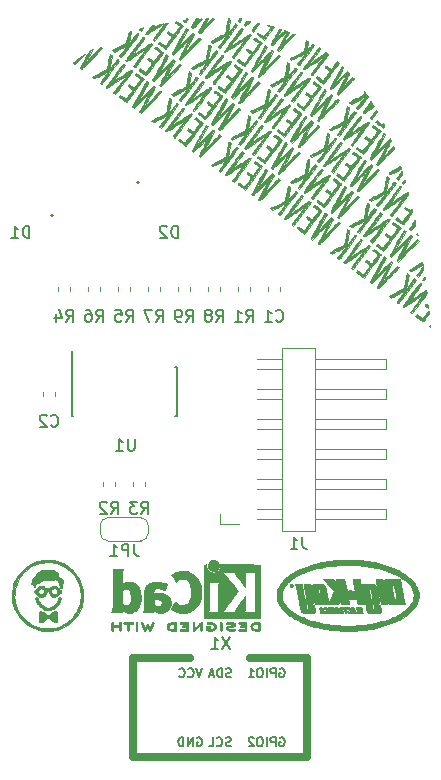
<source format=gbr>
G04 #@! TF.GenerationSoftware,KiCad,Pcbnew,(5.1.0)-1*
G04 #@! TF.CreationDate,2019-10-03T21:29:19-05:00*
G04 #@! TF.ProjectId,supercon-2019-blink,73757065-7263-46f6-9e2d-323031392d62,v01*
G04 #@! TF.SameCoordinates,Original*
G04 #@! TF.FileFunction,Legend,Bot*
G04 #@! TF.FilePolarity,Positive*
%FSLAX46Y46*%
G04 Gerber Fmt 4.6, Leading zero omitted, Abs format (unit mm)*
G04 Created by KiCad (PCBNEW (5.1.0)-1) date 2019-10-03 21:29:19*
%MOMM*%
%LPD*%
G04 APERTURE LIST*
%ADD10C,0.010000*%
%ADD11C,0.120000*%
%ADD12C,0.150000*%
%ADD13C,0.700000*%
G04 APERTURE END LIST*
D10*
G36*
X148723350Y-63431007D02*
G01*
X148707593Y-63436544D01*
X148736440Y-63440374D01*
X148793200Y-63441588D01*
X148855908Y-63440013D01*
X148879410Y-63435913D01*
X148863050Y-63431007D01*
X148781006Y-63426755D01*
X148723350Y-63431007D01*
X148723350Y-63431007D01*
G37*
X148723350Y-63431007D02*
X148707593Y-63436544D01*
X148736440Y-63440374D01*
X148793200Y-63441588D01*
X148855908Y-63440013D01*
X148879410Y-63435913D01*
X148863050Y-63431007D01*
X148781006Y-63426755D01*
X148723350Y-63431007D01*
G36*
X153269950Y-63431007D02*
G01*
X153254193Y-63436544D01*
X153283040Y-63440374D01*
X153339800Y-63441588D01*
X153402508Y-63440013D01*
X153426010Y-63435913D01*
X153409650Y-63431007D01*
X153327606Y-63426755D01*
X153269950Y-63431007D01*
X153269950Y-63431007D01*
G37*
X153269950Y-63431007D02*
X153254193Y-63436544D01*
X153283040Y-63440374D01*
X153339800Y-63441588D01*
X153402508Y-63440013D01*
X153426010Y-63435913D01*
X153409650Y-63431007D01*
X153327606Y-63426755D01*
X153269950Y-63431007D01*
G36*
X153130602Y-63570725D02*
G01*
X153122450Y-63573416D01*
X153135011Y-63591549D01*
X153172802Y-63626600D01*
X153220082Y-63665460D01*
X153261106Y-63695019D01*
X153278314Y-63703200D01*
X153293965Y-63684613D01*
X153323143Y-63642175D01*
X153363128Y-63581150D01*
X153248073Y-63571999D01*
X153177048Y-63568638D01*
X153130602Y-63570725D01*
X153130602Y-63570725D01*
G37*
X153130602Y-63570725D02*
X153122450Y-63573416D01*
X153135011Y-63591549D01*
X153172802Y-63626600D01*
X153220082Y-63665460D01*
X153261106Y-63695019D01*
X153278314Y-63703200D01*
X153293965Y-63684613D01*
X153323143Y-63642175D01*
X153363128Y-63581150D01*
X153248073Y-63571999D01*
X153177048Y-63568638D01*
X153130602Y-63570725D01*
G36*
X148694709Y-63579425D02*
G01*
X148605932Y-63589973D01*
X148531575Y-63597821D01*
X148501100Y-63600370D01*
X148473098Y-63606074D01*
X148478591Y-63623858D01*
X148520951Y-63662606D01*
X148526500Y-63667269D01*
X148601004Y-63726798D01*
X148651017Y-63752537D01*
X148689966Y-63744504D01*
X148731277Y-63702717D01*
X148758209Y-63667575D01*
X148837517Y-63561536D01*
X148694709Y-63579425D01*
X148694709Y-63579425D01*
G37*
X148694709Y-63579425D02*
X148605932Y-63589973D01*
X148531575Y-63597821D01*
X148501100Y-63600370D01*
X148473098Y-63606074D01*
X148478591Y-63623858D01*
X148520951Y-63662606D01*
X148526500Y-63667269D01*
X148601004Y-63726798D01*
X148651017Y-63752537D01*
X148689966Y-63744504D01*
X148731277Y-63702717D01*
X148758209Y-63667575D01*
X148837517Y-63561536D01*
X148694709Y-63579425D01*
G36*
X146786600Y-63868300D02*
G01*
X146799300Y-63881000D01*
X146812000Y-63868300D01*
X146799300Y-63855600D01*
X146786600Y-63868300D01*
X146786600Y-63868300D01*
G37*
X146786600Y-63868300D02*
X146799300Y-63881000D01*
X146812000Y-63868300D01*
X146799300Y-63855600D01*
X146786600Y-63868300D01*
G36*
X153727556Y-63794691D02*
G01*
X153672475Y-63871896D01*
X153644439Y-63920471D01*
X153639476Y-63952024D01*
X153653619Y-63978159D01*
X153661643Y-63987398D01*
X153699073Y-64022160D01*
X153718387Y-64031839D01*
X153744241Y-64017767D01*
X153802913Y-63980767D01*
X153885349Y-63926671D01*
X153970466Y-63869484D01*
X154062541Y-63804775D01*
X154134097Y-63750159D01*
X154177593Y-63711704D01*
X154186366Y-63695829D01*
X154151793Y-63686694D01*
X154082236Y-63675489D01*
X154000200Y-63665478D01*
X153835100Y-63647987D01*
X153727556Y-63794691D01*
X153727556Y-63794691D01*
G37*
X153727556Y-63794691D02*
X153672475Y-63871896D01*
X153644439Y-63920471D01*
X153639476Y-63952024D01*
X153653619Y-63978159D01*
X153661643Y-63987398D01*
X153699073Y-64022160D01*
X153718387Y-64031839D01*
X153744241Y-64017767D01*
X153802913Y-63980767D01*
X153885349Y-63926671D01*
X153970466Y-63869484D01*
X154062541Y-63804775D01*
X154134097Y-63750159D01*
X154177593Y-63711704D01*
X154186366Y-63695829D01*
X154151793Y-63686694D01*
X154082236Y-63675489D01*
X154000200Y-63665478D01*
X153835100Y-63647987D01*
X153727556Y-63794691D01*
G36*
X149593300Y-63424596D02*
G01*
X149195304Y-64161478D01*
X149254602Y-64210894D01*
X149300191Y-64245182D01*
X149326589Y-64258277D01*
X149326600Y-64258275D01*
X149347200Y-64240270D01*
X149397924Y-64190939D01*
X149473583Y-64115476D01*
X149568990Y-64019075D01*
X149678958Y-63906931D01*
X149737983Y-63846370D01*
X150136666Y-63436500D01*
X150030083Y-63428207D01*
X149975656Y-63426390D01*
X149932929Y-63435706D01*
X149889634Y-63463279D01*
X149833504Y-63516234D01*
X149777450Y-63574933D01*
X149711322Y-63643760D01*
X149660800Y-63693748D01*
X149633826Y-63717150D01*
X149631400Y-63717458D01*
X149643916Y-63690883D01*
X149676204Y-63635432D01*
X149707600Y-63584809D01*
X149749505Y-63515344D01*
X149777182Y-63462967D01*
X149783800Y-63444227D01*
X149761355Y-63431186D01*
X149705704Y-63424460D01*
X149688550Y-63424198D01*
X149593300Y-63424596D01*
X149593300Y-63424596D01*
G37*
X149593300Y-63424596D02*
X149195304Y-64161478D01*
X149254602Y-64210894D01*
X149300191Y-64245182D01*
X149326589Y-64258277D01*
X149326600Y-64258275D01*
X149347200Y-64240270D01*
X149397924Y-64190939D01*
X149473583Y-64115476D01*
X149568990Y-64019075D01*
X149678958Y-63906931D01*
X149737983Y-63846370D01*
X150136666Y-63436500D01*
X150030083Y-63428207D01*
X149975656Y-63426390D01*
X149932929Y-63435706D01*
X149889634Y-63463279D01*
X149833504Y-63516234D01*
X149777450Y-63574933D01*
X149711322Y-63643760D01*
X149660800Y-63693748D01*
X149633826Y-63717150D01*
X149631400Y-63717458D01*
X149643916Y-63690883D01*
X149676204Y-63635432D01*
X149707600Y-63584809D01*
X149749505Y-63515344D01*
X149777182Y-63462967D01*
X149783800Y-63444227D01*
X149761355Y-63431186D01*
X149705704Y-63424460D01*
X149688550Y-63424198D01*
X149593300Y-63424596D01*
G36*
X145035846Y-64209202D02*
G01*
X144960015Y-64233769D01*
X144886222Y-64263110D01*
X144830494Y-64291666D01*
X144811750Y-64306907D01*
X144785748Y-64347378D01*
X144789617Y-64378138D01*
X144828603Y-64415027D01*
X144853874Y-64434063D01*
X144927747Y-64488680D01*
X145033964Y-64347996D01*
X145085170Y-64276895D01*
X145119452Y-64222867D01*
X145129788Y-64197036D01*
X145129510Y-64196642D01*
X145097687Y-64194973D01*
X145035846Y-64209202D01*
X145035846Y-64209202D01*
G37*
X145035846Y-64209202D02*
X144960015Y-64233769D01*
X144886222Y-64263110D01*
X144830494Y-64291666D01*
X144811750Y-64306907D01*
X144785748Y-64347378D01*
X144789617Y-64378138D01*
X144828603Y-64415027D01*
X144853874Y-64434063D01*
X144927747Y-64488680D01*
X145033964Y-64347996D01*
X145085170Y-64276895D01*
X145119452Y-64222867D01*
X145129788Y-64197036D01*
X145129510Y-64196642D01*
X145097687Y-64194973D01*
X145035846Y-64209202D01*
G36*
X154765684Y-63801456D02*
G01*
X154733593Y-63824314D01*
X154691861Y-63869105D01*
X154634298Y-63941763D01*
X154554713Y-64048222D01*
X154531105Y-64080198D01*
X154451801Y-64188208D01*
X154382692Y-64283256D01*
X154329728Y-64357085D01*
X154298862Y-64401441D01*
X154294217Y-64408759D01*
X154299762Y-64442772D01*
X154332019Y-64487698D01*
X154375562Y-64526076D01*
X154410661Y-64540554D01*
X154430573Y-64521461D01*
X154475218Y-64468029D01*
X154539318Y-64386910D01*
X154617598Y-64284752D01*
X154685074Y-64194782D01*
X154768530Y-64079960D01*
X154838301Y-63979031D01*
X154889849Y-63898978D01*
X154918636Y-63846780D01*
X154922313Y-63829841D01*
X154884447Y-63812521D01*
X154825700Y-63797807D01*
X154794323Y-63794598D01*
X154765684Y-63801456D01*
X154765684Y-63801456D01*
G37*
X154765684Y-63801456D02*
X154733593Y-63824314D01*
X154691861Y-63869105D01*
X154634298Y-63941763D01*
X154554713Y-64048222D01*
X154531105Y-64080198D01*
X154451801Y-64188208D01*
X154382692Y-64283256D01*
X154329728Y-64357085D01*
X154298862Y-64401441D01*
X154294217Y-64408759D01*
X154299762Y-64442772D01*
X154332019Y-64487698D01*
X154375562Y-64526076D01*
X154410661Y-64540554D01*
X154430573Y-64521461D01*
X154475218Y-64468029D01*
X154539318Y-64386910D01*
X154617598Y-64284752D01*
X154685074Y-64194782D01*
X154768530Y-64079960D01*
X154838301Y-63979031D01*
X154889849Y-63898978D01*
X154918636Y-63846780D01*
X154922313Y-63829841D01*
X154884447Y-63812521D01*
X154825700Y-63797807D01*
X154794323Y-63794598D01*
X154765684Y-63801456D01*
G36*
X150502733Y-63424258D02*
G01*
X150406100Y-63424717D01*
X150094473Y-64010350D01*
X149782845Y-64595983D01*
X149840473Y-64644046D01*
X149885521Y-64678453D01*
X149910800Y-64692243D01*
X149930837Y-64674705D01*
X149982040Y-64624803D01*
X150060276Y-64546710D01*
X150161412Y-64444593D01*
X150281315Y-64322622D01*
X150415852Y-64184968D01*
X150533100Y-64064438D01*
X151142700Y-63436500D01*
X151015900Y-63428507D01*
X150945641Y-63426288D01*
X150896566Y-63435884D01*
X150851802Y-63465325D01*
X150794479Y-63522639D01*
X150775706Y-63542807D01*
X150606383Y-63724320D01*
X150469623Y-63868525D01*
X150365599Y-63975253D01*
X150294480Y-64044333D01*
X150256438Y-64075595D01*
X150251644Y-64068869D01*
X150257080Y-64058800D01*
X150290050Y-64000833D01*
X150339647Y-63910710D01*
X150398875Y-63801250D01*
X150454604Y-63696849D01*
X150599365Y-63423800D01*
X150502733Y-63424258D01*
X150502733Y-63424258D01*
G37*
X150502733Y-63424258D02*
X150406100Y-63424717D01*
X150094473Y-64010350D01*
X149782845Y-64595983D01*
X149840473Y-64644046D01*
X149885521Y-64678453D01*
X149910800Y-64692243D01*
X149930837Y-64674705D01*
X149982040Y-64624803D01*
X150060276Y-64546710D01*
X150161412Y-64444593D01*
X150281315Y-64322622D01*
X150415852Y-64184968D01*
X150533100Y-64064438D01*
X151142700Y-63436500D01*
X151015900Y-63428507D01*
X150945641Y-63426288D01*
X150896566Y-63435884D01*
X150851802Y-63465325D01*
X150794479Y-63522639D01*
X150775706Y-63542807D01*
X150606383Y-63724320D01*
X150469623Y-63868525D01*
X150365599Y-63975253D01*
X150294480Y-64044333D01*
X150256438Y-64075595D01*
X150251644Y-64068869D01*
X150257080Y-64058800D01*
X150290050Y-64000833D01*
X150339647Y-63910710D01*
X150398875Y-63801250D01*
X150454604Y-63696849D01*
X150599365Y-63423800D01*
X150502733Y-63424258D01*
G36*
X146608800Y-63892869D02*
G01*
X146537336Y-63902510D01*
X146475339Y-63917794D01*
X146411774Y-63943779D01*
X146335604Y-63985525D01*
X146235794Y-64048092D01*
X146155483Y-64100691D01*
X146049745Y-64169409D01*
X145960033Y-64225676D01*
X145894314Y-64264651D01*
X145860554Y-64281490D01*
X145857911Y-64281576D01*
X145866836Y-64257966D01*
X145899080Y-64204482D01*
X145947908Y-64132205D01*
X145953438Y-64124379D01*
X146005832Y-64047154D01*
X146028359Y-64003824D01*
X146023310Y-63988957D01*
X146009710Y-63990913D01*
X145951546Y-64005154D01*
X145875766Y-64020365D01*
X145869721Y-64021446D01*
X145828563Y-64032617D01*
X145789600Y-64054997D01*
X145745777Y-64095542D01*
X145690040Y-64161211D01*
X145615334Y-64258960D01*
X145578597Y-64308550D01*
X145498183Y-64417611D01*
X145423398Y-64518999D01*
X145362175Y-64601962D01*
X145322447Y-64655749D01*
X145320203Y-64658785D01*
X145261552Y-64738070D01*
X145319226Y-64775063D01*
X145337045Y-64784083D01*
X145358203Y-64786677D01*
X145387397Y-64780228D01*
X145429321Y-64762120D01*
X145488672Y-64729740D01*
X145570143Y-64680470D01*
X145678432Y-64611696D01*
X145818232Y-64520802D01*
X145994240Y-64405172D01*
X146054336Y-64365578D01*
X146220287Y-64255961D01*
X146372821Y-64154741D01*
X146506694Y-64065433D01*
X146616663Y-63991555D01*
X146697483Y-63936622D01*
X146743911Y-63904151D01*
X146752836Y-63897193D01*
X146741202Y-63888431D01*
X146689587Y-63886902D01*
X146608800Y-63892869D01*
X146608800Y-63892869D01*
G37*
X146608800Y-63892869D02*
X146537336Y-63902510D01*
X146475339Y-63917794D01*
X146411774Y-63943779D01*
X146335604Y-63985525D01*
X146235794Y-64048092D01*
X146155483Y-64100691D01*
X146049745Y-64169409D01*
X145960033Y-64225676D01*
X145894314Y-64264651D01*
X145860554Y-64281490D01*
X145857911Y-64281576D01*
X145866836Y-64257966D01*
X145899080Y-64204482D01*
X145947908Y-64132205D01*
X145953438Y-64124379D01*
X146005832Y-64047154D01*
X146028359Y-64003824D01*
X146023310Y-63988957D01*
X146009710Y-63990913D01*
X145951546Y-64005154D01*
X145875766Y-64020365D01*
X145869721Y-64021446D01*
X145828563Y-64032617D01*
X145789600Y-64054997D01*
X145745777Y-64095542D01*
X145690040Y-64161211D01*
X145615334Y-64258960D01*
X145578597Y-64308550D01*
X145498183Y-64417611D01*
X145423398Y-64518999D01*
X145362175Y-64601962D01*
X145322447Y-64655749D01*
X145320203Y-64658785D01*
X145261552Y-64738070D01*
X145319226Y-64775063D01*
X145337045Y-64784083D01*
X145358203Y-64786677D01*
X145387397Y-64780228D01*
X145429321Y-64762120D01*
X145488672Y-64729740D01*
X145570143Y-64680470D01*
X145678432Y-64611696D01*
X145818232Y-64520802D01*
X145994240Y-64405172D01*
X146054336Y-64365578D01*
X146220287Y-64255961D01*
X146372821Y-64154741D01*
X146506694Y-64065433D01*
X146616663Y-63991555D01*
X146697483Y-63936622D01*
X146743911Y-63904151D01*
X146752836Y-63897193D01*
X146741202Y-63888431D01*
X146689587Y-63886902D01*
X146608800Y-63892869D01*
G36*
X155651536Y-64006018D02*
G01*
X155698262Y-64042912D01*
X155754532Y-64084200D01*
X155818800Y-64135688D01*
X155859769Y-64179413D01*
X155868522Y-64202103D01*
X155851773Y-64228450D01*
X155810712Y-64287482D01*
X155751255Y-64371057D01*
X155679320Y-64471035D01*
X155600825Y-64579274D01*
X155521687Y-64687635D01*
X155447825Y-64787975D01*
X155385157Y-64872154D01*
X155339598Y-64932031D01*
X155321644Y-64954440D01*
X155296176Y-64947770D01*
X155239180Y-64915209D01*
X155159200Y-64862086D01*
X155068463Y-64796495D01*
X154831745Y-64619209D01*
X154784273Y-64679561D01*
X154750337Y-64729514D01*
X154736800Y-64762430D01*
X154755998Y-64785872D01*
X154807968Y-64831894D01*
X154884280Y-64893361D01*
X154957269Y-64948924D01*
X155059202Y-65024730D01*
X155156178Y-65096839D01*
X155234644Y-65155172D01*
X155268955Y-65180671D01*
X155360172Y-65248443D01*
X155771176Y-64692436D01*
X156182180Y-64136430D01*
X156011940Y-64086802D01*
X155845897Y-64039231D01*
X155727945Y-64007352D01*
X155657881Y-63991110D01*
X155635740Y-63989638D01*
X155651536Y-64006018D01*
X155651536Y-64006018D01*
G37*
X155651536Y-64006018D02*
X155698262Y-64042912D01*
X155754532Y-64084200D01*
X155818800Y-64135688D01*
X155859769Y-64179413D01*
X155868522Y-64202103D01*
X155851773Y-64228450D01*
X155810712Y-64287482D01*
X155751255Y-64371057D01*
X155679320Y-64471035D01*
X155600825Y-64579274D01*
X155521687Y-64687635D01*
X155447825Y-64787975D01*
X155385157Y-64872154D01*
X155339598Y-64932031D01*
X155321644Y-64954440D01*
X155296176Y-64947770D01*
X155239180Y-64915209D01*
X155159200Y-64862086D01*
X155068463Y-64796495D01*
X154831745Y-64619209D01*
X154784273Y-64679561D01*
X154750337Y-64729514D01*
X154736800Y-64762430D01*
X154755998Y-64785872D01*
X154807968Y-64831894D01*
X154884280Y-64893361D01*
X154957269Y-64948924D01*
X155059202Y-65024730D01*
X155156178Y-65096839D01*
X155234644Y-65155172D01*
X155268955Y-65180671D01*
X155360172Y-65248443D01*
X155771176Y-64692436D01*
X156182180Y-64136430D01*
X156011940Y-64086802D01*
X155845897Y-64039231D01*
X155727945Y-64007352D01*
X155657881Y-63991110D01*
X155635740Y-63989638D01*
X155651536Y-64006018D01*
G36*
X147099623Y-63818927D02*
G01*
X147059784Y-63823095D01*
X146939267Y-63836776D01*
X146450184Y-64498072D01*
X146330927Y-64659500D01*
X146221000Y-64808644D01*
X146124151Y-64940389D01*
X146044131Y-65049622D01*
X145984689Y-65131228D01*
X145949575Y-65180093D01*
X145941840Y-65191405D01*
X145947126Y-65228754D01*
X145997037Y-65276454D01*
X145998410Y-65277437D01*
X146074241Y-65331433D01*
X146436771Y-64841543D01*
X146553037Y-64684430D01*
X146672562Y-64522911D01*
X146787628Y-64367415D01*
X146890518Y-64228373D01*
X146973514Y-64116212D01*
X146995694Y-64086236D01*
X147068356Y-63987051D01*
X147127942Y-63903823D01*
X147169006Y-63844304D01*
X147186100Y-63816247D01*
X147186194Y-63815118D01*
X147159885Y-63814381D01*
X147099623Y-63818927D01*
X147099623Y-63818927D01*
G37*
X147099623Y-63818927D02*
X147059784Y-63823095D01*
X146939267Y-63836776D01*
X146450184Y-64498072D01*
X146330927Y-64659500D01*
X146221000Y-64808644D01*
X146124151Y-64940389D01*
X146044131Y-65049622D01*
X145984689Y-65131228D01*
X145949575Y-65180093D01*
X145941840Y-65191405D01*
X145947126Y-65228754D01*
X145997037Y-65276454D01*
X145998410Y-65277437D01*
X146074241Y-65331433D01*
X146436771Y-64841543D01*
X146553037Y-64684430D01*
X146672562Y-64522911D01*
X146787628Y-64367415D01*
X146890518Y-64228373D01*
X146973514Y-64116212D01*
X146995694Y-64086236D01*
X147068356Y-63987051D01*
X147127942Y-63903823D01*
X147169006Y-63844304D01*
X147186100Y-63816247D01*
X147186194Y-63815118D01*
X147159885Y-63814381D01*
X147099623Y-63818927D01*
G36*
X156659487Y-64305816D02*
G01*
X156638646Y-64313467D01*
X156615155Y-64333068D01*
X156585916Y-64369295D01*
X156547830Y-64426822D01*
X156497799Y-64510327D01*
X156432724Y-64624484D01*
X156349506Y-64773970D01*
X156246691Y-64960470D01*
X156142677Y-65150008D01*
X156061151Y-65300197D01*
X155999820Y-65416034D01*
X155956396Y-65502517D01*
X155928586Y-65564646D01*
X155914101Y-65607416D01*
X155910649Y-65635827D01*
X155915939Y-65654876D01*
X155923621Y-65665320D01*
X155966113Y-65700345D01*
X155991886Y-65709800D01*
X156015875Y-65692435D01*
X156071235Y-65643119D01*
X156153609Y-65566017D01*
X156258643Y-65465295D01*
X156381984Y-65345117D01*
X156519275Y-65209649D01*
X156627862Y-65101439D01*
X156791376Y-64937711D01*
X156922121Y-64806183D01*
X157023246Y-64703135D01*
X157097903Y-64624846D01*
X157149245Y-64567596D01*
X157180421Y-64527665D01*
X157194585Y-64501333D01*
X157194886Y-64484879D01*
X157184477Y-64474582D01*
X157166509Y-64466724D01*
X157165760Y-64466439D01*
X157109211Y-64447201D01*
X157076507Y-64439800D01*
X157053726Y-64457097D01*
X157001017Y-64505432D01*
X156923913Y-64579466D01*
X156827949Y-64673864D01*
X156718658Y-64783288D01*
X156683998Y-64818350D01*
X156561401Y-64942178D01*
X156470812Y-65032177D01*
X156408953Y-65091065D01*
X156372548Y-65121561D01*
X156358320Y-65126384D01*
X156362993Y-65108252D01*
X156383291Y-65069883D01*
X156385503Y-65066000D01*
X156427588Y-64992330D01*
X156486968Y-64888320D01*
X156555772Y-64767758D01*
X156626132Y-64644434D01*
X156626603Y-64643607D01*
X156686661Y-64534257D01*
X156733864Y-64440385D01*
X156764123Y-64370758D01*
X156773348Y-64334143D01*
X156772207Y-64331446D01*
X156733476Y-64314355D01*
X156680777Y-64305439D01*
X156659487Y-64305816D01*
X156659487Y-64305816D01*
G37*
X156659487Y-64305816D02*
X156638646Y-64313467D01*
X156615155Y-64333068D01*
X156585916Y-64369295D01*
X156547830Y-64426822D01*
X156497799Y-64510327D01*
X156432724Y-64624484D01*
X156349506Y-64773970D01*
X156246691Y-64960470D01*
X156142677Y-65150008D01*
X156061151Y-65300197D01*
X155999820Y-65416034D01*
X155956396Y-65502517D01*
X155928586Y-65564646D01*
X155914101Y-65607416D01*
X155910649Y-65635827D01*
X155915939Y-65654876D01*
X155923621Y-65665320D01*
X155966113Y-65700345D01*
X155991886Y-65709800D01*
X156015875Y-65692435D01*
X156071235Y-65643119D01*
X156153609Y-65566017D01*
X156258643Y-65465295D01*
X156381984Y-65345117D01*
X156519275Y-65209649D01*
X156627862Y-65101439D01*
X156791376Y-64937711D01*
X156922121Y-64806183D01*
X157023246Y-64703135D01*
X157097903Y-64624846D01*
X157149245Y-64567596D01*
X157180421Y-64527665D01*
X157194585Y-64501333D01*
X157194886Y-64484879D01*
X157184477Y-64474582D01*
X157166509Y-64466724D01*
X157165760Y-64466439D01*
X157109211Y-64447201D01*
X157076507Y-64439800D01*
X157053726Y-64457097D01*
X157001017Y-64505432D01*
X156923913Y-64579466D01*
X156827949Y-64673864D01*
X156718658Y-64783288D01*
X156683998Y-64818350D01*
X156561401Y-64942178D01*
X156470812Y-65032177D01*
X156408953Y-65091065D01*
X156372548Y-65121561D01*
X156358320Y-65126384D01*
X156362993Y-65108252D01*
X156383291Y-65069883D01*
X156385503Y-65066000D01*
X156427588Y-64992330D01*
X156486968Y-64888320D01*
X156555772Y-64767758D01*
X156626132Y-64644434D01*
X156626603Y-64643607D01*
X156686661Y-64534257D01*
X156733864Y-64440385D01*
X156764123Y-64370758D01*
X156773348Y-64334143D01*
X156772207Y-64331446D01*
X156733476Y-64314355D01*
X156680777Y-64305439D01*
X156659487Y-64305816D01*
G36*
X152322110Y-63433072D02*
G01*
X152304339Y-63462958D01*
X152286005Y-63518032D01*
X152265317Y-63602904D01*
X152240482Y-63722184D01*
X152209707Y-63880484D01*
X152171202Y-64082414D01*
X152156304Y-64160400D01*
X152125846Y-64313962D01*
X152096614Y-64451143D01*
X152070502Y-64563823D01*
X152049405Y-64643881D01*
X152035218Y-64683199D01*
X152033905Y-64684975D01*
X152004712Y-64704276D01*
X151936708Y-64743556D01*
X151836161Y-64799373D01*
X151709341Y-64868286D01*
X151562514Y-64946852D01*
X151415750Y-65024386D01*
X151257870Y-65107948D01*
X151115910Y-65184328D01*
X150995771Y-65250250D01*
X150903351Y-65302439D01*
X150844550Y-65337619D01*
X150825200Y-65352284D01*
X150843695Y-65377453D01*
X150889464Y-65417303D01*
X150902524Y-65427214D01*
X150979848Y-65484382D01*
X151302574Y-65314206D01*
X151449794Y-65236487D01*
X151610618Y-65151443D01*
X151765384Y-65069479D01*
X151892000Y-65002290D01*
X151978858Y-64955624D01*
X152045467Y-64920598D01*
X152090755Y-64900619D01*
X152113648Y-64899092D01*
X152113070Y-64919425D01*
X152087949Y-64965023D01*
X152037210Y-65039293D01*
X151959779Y-65145642D01*
X151854582Y-65287474D01*
X151763316Y-65410413D01*
X151456911Y-65823893D01*
X151523472Y-65881146D01*
X151573360Y-65919766D01*
X151606924Y-65938151D01*
X151608977Y-65938400D01*
X151627408Y-65918598D01*
X151672944Y-65861826D01*
X151742586Y-65772032D01*
X151833337Y-65653167D01*
X151942199Y-65509180D01*
X152066172Y-65344019D01*
X152202259Y-65161634D01*
X152347461Y-64965974D01*
X152356212Y-64954150D01*
X153084503Y-63969900D01*
X153015302Y-63912876D01*
X152964725Y-63874756D01*
X152931500Y-63856097D01*
X152929173Y-63855726D01*
X152909730Y-63875196D01*
X152864947Y-63929709D01*
X152799467Y-64013304D01*
X152717937Y-64120019D01*
X152625002Y-64243892D01*
X152590873Y-64289883D01*
X152495580Y-64417558D01*
X152410538Y-64529410D01*
X152340268Y-64619661D01*
X152289294Y-64682535D01*
X152262136Y-64712256D01*
X152259058Y-64713723D01*
X152261050Y-64686989D01*
X152272257Y-64617543D01*
X152291380Y-64512372D01*
X152317123Y-64378463D01*
X152348185Y-64222805D01*
X152370687Y-64112922D01*
X152492759Y-63522563D01*
X152423409Y-63473181D01*
X152389968Y-63448427D01*
X152363132Y-63430417D01*
X152341110Y-63423762D01*
X152322110Y-63433072D01*
X152322110Y-63433072D01*
G37*
X152322110Y-63433072D02*
X152304339Y-63462958D01*
X152286005Y-63518032D01*
X152265317Y-63602904D01*
X152240482Y-63722184D01*
X152209707Y-63880484D01*
X152171202Y-64082414D01*
X152156304Y-64160400D01*
X152125846Y-64313962D01*
X152096614Y-64451143D01*
X152070502Y-64563823D01*
X152049405Y-64643881D01*
X152035218Y-64683199D01*
X152033905Y-64684975D01*
X152004712Y-64704276D01*
X151936708Y-64743556D01*
X151836161Y-64799373D01*
X151709341Y-64868286D01*
X151562514Y-64946852D01*
X151415750Y-65024386D01*
X151257870Y-65107948D01*
X151115910Y-65184328D01*
X150995771Y-65250250D01*
X150903351Y-65302439D01*
X150844550Y-65337619D01*
X150825200Y-65352284D01*
X150843695Y-65377453D01*
X150889464Y-65417303D01*
X150902524Y-65427214D01*
X150979848Y-65484382D01*
X151302574Y-65314206D01*
X151449794Y-65236487D01*
X151610618Y-65151443D01*
X151765384Y-65069479D01*
X151892000Y-65002290D01*
X151978858Y-64955624D01*
X152045467Y-64920598D01*
X152090755Y-64900619D01*
X152113648Y-64899092D01*
X152113070Y-64919425D01*
X152087949Y-64965023D01*
X152037210Y-65039293D01*
X151959779Y-65145642D01*
X151854582Y-65287474D01*
X151763316Y-65410413D01*
X151456911Y-65823893D01*
X151523472Y-65881146D01*
X151573360Y-65919766D01*
X151606924Y-65938151D01*
X151608977Y-65938400D01*
X151627408Y-65918598D01*
X151672944Y-65861826D01*
X151742586Y-65772032D01*
X151833337Y-65653167D01*
X151942199Y-65509180D01*
X152066172Y-65344019D01*
X152202259Y-65161634D01*
X152347461Y-64965974D01*
X152356212Y-64954150D01*
X153084503Y-63969900D01*
X153015302Y-63912876D01*
X152964725Y-63874756D01*
X152931500Y-63856097D01*
X152929173Y-63855726D01*
X152909730Y-63875196D01*
X152864947Y-63929709D01*
X152799467Y-64013304D01*
X152717937Y-64120019D01*
X152625002Y-64243892D01*
X152590873Y-64289883D01*
X152495580Y-64417558D01*
X152410538Y-64529410D01*
X152340268Y-64619661D01*
X152289294Y-64682535D01*
X152262136Y-64712256D01*
X152259058Y-64713723D01*
X152261050Y-64686989D01*
X152272257Y-64617543D01*
X152291380Y-64512372D01*
X152317123Y-64378463D01*
X152348185Y-64222805D01*
X152370687Y-64112922D01*
X152492759Y-63522563D01*
X152423409Y-63473181D01*
X152389968Y-63448427D01*
X152363132Y-63430417D01*
X152341110Y-63423762D01*
X152322110Y-63433072D01*
G36*
X147860903Y-63691638D02*
G01*
X147815300Y-63700864D01*
X147784031Y-63709171D01*
X147771052Y-63720454D01*
X147781043Y-63740346D01*
X147818682Y-63774481D01*
X147888651Y-63828491D01*
X147974192Y-63892126D01*
X148209284Y-64066333D01*
X148149703Y-64145116D01*
X148112586Y-64194830D01*
X148053091Y-64275236D01*
X147978827Y-64376022D01*
X147897406Y-64486875D01*
X147880709Y-64509650D01*
X147803611Y-64612902D01*
X147736188Y-64699547D01*
X147684435Y-64762155D01*
X147654343Y-64793294D01*
X147650248Y-64795400D01*
X147622085Y-64781139D01*
X147563252Y-64742744D01*
X147483540Y-64686790D01*
X147426835Y-64645355D01*
X147224470Y-64495311D01*
X147168399Y-64571152D01*
X147134220Y-64621757D01*
X147120273Y-64651456D01*
X147120914Y-64653747D01*
X147143676Y-64670866D01*
X147197887Y-64711392D01*
X147274257Y-64768387D01*
X147326350Y-64807228D01*
X147410689Y-64872024D01*
X147476966Y-64926622D01*
X147516271Y-64963477D01*
X147523200Y-64973872D01*
X147508674Y-65000881D01*
X147469060Y-65060084D01*
X147410311Y-65143460D01*
X147338375Y-65242989D01*
X147259205Y-65350647D01*
X147178750Y-65458415D01*
X147102961Y-65558270D01*
X147037789Y-65642191D01*
X146989184Y-65702158D01*
X146963096Y-65730147D01*
X146961467Y-65731101D01*
X146932974Y-65720225D01*
X146873304Y-65684178D01*
X146791526Y-65628787D01*
X146707754Y-65568129D01*
X146606786Y-65493452D01*
X146537934Y-65447048D01*
X146492246Y-65427286D01*
X146460770Y-65432538D01*
X146434552Y-65461176D01*
X146404642Y-65511570D01*
X146403912Y-65512846D01*
X146399350Y-65534075D01*
X146412160Y-65560959D01*
X146447589Y-65598549D01*
X146510885Y-65651895D01*
X146607295Y-65726046D01*
X146687639Y-65785896D01*
X146796080Y-65865362D01*
X146889996Y-65932738D01*
X146961930Y-65982786D01*
X147004423Y-66010269D01*
X147012327Y-66013911D01*
X147030815Y-65994076D01*
X147075303Y-65938396D01*
X147141841Y-65852060D01*
X147226477Y-65740252D01*
X147325259Y-65608160D01*
X147434236Y-65460970D01*
X147452578Y-65436061D01*
X147583817Y-65257797D01*
X147724318Y-65067122D01*
X147865639Y-64875480D01*
X147999337Y-64694319D01*
X148116968Y-64535084D01*
X148181738Y-64447512D01*
X148486220Y-64036125D01*
X148240106Y-63856962D01*
X148128354Y-63777393D01*
X148045568Y-63725122D01*
X147980738Y-63696103D01*
X147922854Y-63686290D01*
X147860903Y-63691638D01*
X147860903Y-63691638D01*
G37*
X147860903Y-63691638D02*
X147815300Y-63700864D01*
X147784031Y-63709171D01*
X147771052Y-63720454D01*
X147781043Y-63740346D01*
X147818682Y-63774481D01*
X147888651Y-63828491D01*
X147974192Y-63892126D01*
X148209284Y-64066333D01*
X148149703Y-64145116D01*
X148112586Y-64194830D01*
X148053091Y-64275236D01*
X147978827Y-64376022D01*
X147897406Y-64486875D01*
X147880709Y-64509650D01*
X147803611Y-64612902D01*
X147736188Y-64699547D01*
X147684435Y-64762155D01*
X147654343Y-64793294D01*
X147650248Y-64795400D01*
X147622085Y-64781139D01*
X147563252Y-64742744D01*
X147483540Y-64686790D01*
X147426835Y-64645355D01*
X147224470Y-64495311D01*
X147168399Y-64571152D01*
X147134220Y-64621757D01*
X147120273Y-64651456D01*
X147120914Y-64653747D01*
X147143676Y-64670866D01*
X147197887Y-64711392D01*
X147274257Y-64768387D01*
X147326350Y-64807228D01*
X147410689Y-64872024D01*
X147476966Y-64926622D01*
X147516271Y-64963477D01*
X147523200Y-64973872D01*
X147508674Y-65000881D01*
X147469060Y-65060084D01*
X147410311Y-65143460D01*
X147338375Y-65242989D01*
X147259205Y-65350647D01*
X147178750Y-65458415D01*
X147102961Y-65558270D01*
X147037789Y-65642191D01*
X146989184Y-65702158D01*
X146963096Y-65730147D01*
X146961467Y-65731101D01*
X146932974Y-65720225D01*
X146873304Y-65684178D01*
X146791526Y-65628787D01*
X146707754Y-65568129D01*
X146606786Y-65493452D01*
X146537934Y-65447048D01*
X146492246Y-65427286D01*
X146460770Y-65432538D01*
X146434552Y-65461176D01*
X146404642Y-65511570D01*
X146403912Y-65512846D01*
X146399350Y-65534075D01*
X146412160Y-65560959D01*
X146447589Y-65598549D01*
X146510885Y-65651895D01*
X146607295Y-65726046D01*
X146687639Y-65785896D01*
X146796080Y-65865362D01*
X146889996Y-65932738D01*
X146961930Y-65982786D01*
X147004423Y-66010269D01*
X147012327Y-66013911D01*
X147030815Y-65994076D01*
X147075303Y-65938396D01*
X147141841Y-65852060D01*
X147226477Y-65740252D01*
X147325259Y-65608160D01*
X147434236Y-65460970D01*
X147452578Y-65436061D01*
X147583817Y-65257797D01*
X147724318Y-65067122D01*
X147865639Y-64875480D01*
X147999337Y-64694319D01*
X148116968Y-64535084D01*
X148181738Y-64447512D01*
X148486220Y-64036125D01*
X148240106Y-63856962D01*
X148128354Y-63777393D01*
X148045568Y-63725122D01*
X147980738Y-63696103D01*
X147922854Y-63686290D01*
X147860903Y-63691638D01*
G36*
X157289692Y-64521960D02*
G01*
X157277042Y-64545239D01*
X157243610Y-64607798D01*
X157192383Y-64704020D01*
X157126347Y-64828289D01*
X157048489Y-64974988D01*
X156961794Y-65138500D01*
X156934982Y-65189100D01*
X156842883Y-65362657D01*
X156755634Y-65526557D01*
X156676875Y-65674000D01*
X156610247Y-65798190D01*
X156559388Y-65892328D01*
X156527939Y-65949618D01*
X156524507Y-65955691D01*
X156463920Y-66061883D01*
X156603700Y-66161205D01*
X157139582Y-65611652D01*
X157281548Y-65465759D01*
X157418513Y-65324437D01*
X157544610Y-65193781D01*
X157653973Y-65079890D01*
X157740733Y-64988859D01*
X157799024Y-64926785D01*
X157806907Y-64918209D01*
X157938350Y-64774319D01*
X157844810Y-64743448D01*
X157751270Y-64712576D01*
X157545330Y-64925438D01*
X157439376Y-65035593D01*
X157316397Y-65164433D01*
X157193997Y-65293474D01*
X157117032Y-65375149D01*
X156894673Y-65611999D01*
X156982373Y-65451349D01*
X157026186Y-65370659D01*
X157087038Y-65258000D01*
X157158015Y-65126199D01*
X157232203Y-64988086D01*
X157260265Y-64935744D01*
X157450458Y-64580789D01*
X157372486Y-64548005D01*
X157318502Y-64527627D01*
X157290430Y-64521489D01*
X157289692Y-64521960D01*
X157289692Y-64521960D01*
G37*
X157289692Y-64521960D02*
X157277042Y-64545239D01*
X157243610Y-64607798D01*
X157192383Y-64704020D01*
X157126347Y-64828289D01*
X157048489Y-64974988D01*
X156961794Y-65138500D01*
X156934982Y-65189100D01*
X156842883Y-65362657D01*
X156755634Y-65526557D01*
X156676875Y-65674000D01*
X156610247Y-65798190D01*
X156559388Y-65892328D01*
X156527939Y-65949618D01*
X156524507Y-65955691D01*
X156463920Y-66061883D01*
X156603700Y-66161205D01*
X157139582Y-65611652D01*
X157281548Y-65465759D01*
X157418513Y-65324437D01*
X157544610Y-65193781D01*
X157653973Y-65079890D01*
X157740733Y-64988859D01*
X157799024Y-64926785D01*
X157806907Y-64918209D01*
X157938350Y-64774319D01*
X157844810Y-64743448D01*
X157751270Y-64712576D01*
X157545330Y-64925438D01*
X157439376Y-65035593D01*
X157316397Y-65164433D01*
X157193997Y-65293474D01*
X157117032Y-65375149D01*
X156894673Y-65611999D01*
X156982373Y-65451349D01*
X157026186Y-65370659D01*
X157087038Y-65258000D01*
X157158015Y-65126199D01*
X157232203Y-64988086D01*
X157260265Y-64935744D01*
X157450458Y-64580789D01*
X157372486Y-64548005D01*
X157318502Y-64527627D01*
X157290430Y-64521489D01*
X157289692Y-64521960D01*
G36*
X144029988Y-64514441D02*
G01*
X144011650Y-64520657D01*
X143946453Y-64547624D01*
X143901785Y-64575323D01*
X143900573Y-64576486D01*
X143886583Y-64609786D01*
X143865652Y-64684309D01*
X143839912Y-64791295D01*
X143811495Y-64921984D01*
X143788289Y-65037615D01*
X143704531Y-65470330D01*
X142459317Y-66124620D01*
X142545030Y-66196176D01*
X142630742Y-66267732D01*
X142860821Y-66144676D01*
X143107785Y-66013129D01*
X143319136Y-65901680D01*
X143493336Y-65811115D01*
X143628842Y-65742222D01*
X143724115Y-65695787D01*
X143777612Y-65672595D01*
X143789400Y-65670804D01*
X143774946Y-65694939D01*
X143734435Y-65753831D01*
X143672147Y-65841488D01*
X143592360Y-65951920D01*
X143499354Y-66079135D01*
X143447797Y-66149104D01*
X143106194Y-66611500D01*
X143174747Y-66667736D01*
X143225114Y-66705723D01*
X143257936Y-66724497D01*
X143260008Y-66724886D01*
X143278008Y-66705273D01*
X143323059Y-66648719D01*
X143392134Y-66559225D01*
X143482206Y-66440789D01*
X143590249Y-66297409D01*
X143713235Y-66133086D01*
X143848139Y-65951818D01*
X143985031Y-65766950D01*
X144128917Y-65572055D01*
X144263836Y-65389084D01*
X144386723Y-65222208D01*
X144494513Y-65075600D01*
X144584143Y-64953430D01*
X144652548Y-64859872D01*
X144696663Y-64799096D01*
X144713212Y-64775640D01*
X144709195Y-64740376D01*
X144676222Y-64696002D01*
X144629503Y-64658507D01*
X144587847Y-64643845D01*
X144565418Y-64663202D01*
X144518141Y-64717780D01*
X144450823Y-64801556D01*
X144368269Y-64908502D01*
X144275284Y-65032593D01*
X144244947Y-65073798D01*
X144150290Y-65201957D01*
X144065440Y-65315036D01*
X143995035Y-65407002D01*
X143943712Y-65471823D01*
X143916107Y-65503465D01*
X143913055Y-65505598D01*
X143912981Y-65482390D01*
X143922397Y-65417217D01*
X143939949Y-65317744D01*
X143964284Y-65191635D01*
X143994046Y-65046555D01*
X143994785Y-65043050D01*
X144032793Y-64862855D01*
X144060830Y-64726712D01*
X144079079Y-64628897D01*
X144087726Y-64563688D01*
X144086956Y-64525360D01*
X144076953Y-64508192D01*
X144057902Y-64506460D01*
X144029988Y-64514441D01*
X144029988Y-64514441D01*
G37*
X144029988Y-64514441D02*
X144011650Y-64520657D01*
X143946453Y-64547624D01*
X143901785Y-64575323D01*
X143900573Y-64576486D01*
X143886583Y-64609786D01*
X143865652Y-64684309D01*
X143839912Y-64791295D01*
X143811495Y-64921984D01*
X143788289Y-65037615D01*
X143704531Y-65470330D01*
X142459317Y-66124620D01*
X142545030Y-66196176D01*
X142630742Y-66267732D01*
X142860821Y-66144676D01*
X143107785Y-66013129D01*
X143319136Y-65901680D01*
X143493336Y-65811115D01*
X143628842Y-65742222D01*
X143724115Y-65695787D01*
X143777612Y-65672595D01*
X143789400Y-65670804D01*
X143774946Y-65694939D01*
X143734435Y-65753831D01*
X143672147Y-65841488D01*
X143592360Y-65951920D01*
X143499354Y-66079135D01*
X143447797Y-66149104D01*
X143106194Y-66611500D01*
X143174747Y-66667736D01*
X143225114Y-66705723D01*
X143257936Y-66724497D01*
X143260008Y-66724886D01*
X143278008Y-66705273D01*
X143323059Y-66648719D01*
X143392134Y-66559225D01*
X143482206Y-66440789D01*
X143590249Y-66297409D01*
X143713235Y-66133086D01*
X143848139Y-65951818D01*
X143985031Y-65766950D01*
X144128917Y-65572055D01*
X144263836Y-65389084D01*
X144386723Y-65222208D01*
X144494513Y-65075600D01*
X144584143Y-64953430D01*
X144652548Y-64859872D01*
X144696663Y-64799096D01*
X144713212Y-64775640D01*
X144709195Y-64740376D01*
X144676222Y-64696002D01*
X144629503Y-64658507D01*
X144587847Y-64643845D01*
X144565418Y-64663202D01*
X144518141Y-64717780D01*
X144450823Y-64801556D01*
X144368269Y-64908502D01*
X144275284Y-65032593D01*
X144244947Y-65073798D01*
X144150290Y-65201957D01*
X144065440Y-65315036D01*
X143995035Y-65407002D01*
X143943712Y-65471823D01*
X143916107Y-65503465D01*
X143913055Y-65505598D01*
X143912981Y-65482390D01*
X143922397Y-65417217D01*
X143939949Y-65317744D01*
X143964284Y-65191635D01*
X143994046Y-65046555D01*
X143994785Y-65043050D01*
X144032793Y-64862855D01*
X144060830Y-64726712D01*
X144079079Y-64628897D01*
X144087726Y-64563688D01*
X144086956Y-64525360D01*
X144076953Y-64508192D01*
X144057902Y-64506460D01*
X144029988Y-64514441D01*
G36*
X152703478Y-65179086D02*
G01*
X152559099Y-65374933D01*
X152424322Y-65559098D01*
X152302121Y-65727419D01*
X152195474Y-65875734D01*
X152107354Y-65999881D01*
X152040739Y-66095697D01*
X151998603Y-66159020D01*
X151983929Y-66185527D01*
X152000538Y-66229486D01*
X152023728Y-66251231D01*
X152041302Y-66254394D01*
X152071729Y-66246226D01*
X152118859Y-66224420D01*
X152186543Y-66186668D01*
X152278635Y-66130664D01*
X152398984Y-66054099D01*
X152551443Y-65954667D01*
X152739863Y-65830059D01*
X152858091Y-65751376D01*
X153036620Y-65632812D01*
X153201607Y-65524084D01*
X153348364Y-65428219D01*
X153472204Y-65348240D01*
X153568438Y-65287174D01*
X153632378Y-65248046D01*
X153659338Y-65233881D01*
X153659840Y-65233972D01*
X153647668Y-65256007D01*
X153608491Y-65314103D01*
X153545655Y-65403586D01*
X153462502Y-65519778D01*
X153362377Y-65658003D01*
X153248625Y-65813585D01*
X153138164Y-65963496D01*
X152606275Y-66682807D01*
X152665894Y-66729703D01*
X152716788Y-66763490D01*
X152751278Y-66776600D01*
X152771127Y-66756779D01*
X152817929Y-66699989D01*
X152888617Y-66610242D01*
X152980119Y-66491545D01*
X153089366Y-66347910D01*
X153213289Y-66183346D01*
X153348819Y-66001862D01*
X153485292Y-65817750D01*
X153629060Y-65623000D01*
X153763775Y-65440298D01*
X153886386Y-65273796D01*
X153993844Y-65127647D01*
X154083096Y-65006003D01*
X154151095Y-64913015D01*
X154194788Y-64852838D01*
X154210953Y-64829928D01*
X154205104Y-64796749D01*
X154168368Y-64761645D01*
X154151280Y-64752196D01*
X154131839Y-64748288D01*
X154105629Y-64752410D01*
X154068238Y-64767050D01*
X154015250Y-64794696D01*
X153942252Y-64837839D01*
X153844828Y-64898966D01*
X153718565Y-64980566D01*
X153559048Y-65085128D01*
X153361863Y-65215140D01*
X153349436Y-65223343D01*
X153138567Y-65362580D01*
X152966367Y-65476274D01*
X152829065Y-65566802D01*
X152722888Y-65636537D01*
X152644067Y-65687855D01*
X152588827Y-65723130D01*
X152553397Y-65744737D01*
X152534006Y-65755051D01*
X152526881Y-65756447D01*
X152528251Y-65751298D01*
X152534343Y-65741981D01*
X152540289Y-65732774D01*
X152560063Y-65704239D01*
X152606251Y-65640004D01*
X152675087Y-65545235D01*
X152762804Y-65425095D01*
X152865635Y-65284748D01*
X152979813Y-65129358D01*
X153048037Y-65036700D01*
X153166738Y-64875411D01*
X153276026Y-64726537D01*
X153372176Y-64595185D01*
X153451461Y-64486459D01*
X153510154Y-64405465D01*
X153544529Y-64357309D01*
X153551823Y-64346492D01*
X153544828Y-64312904D01*
X153502535Y-64269577D01*
X153494497Y-64263635D01*
X153419997Y-64210586D01*
X152703478Y-65179086D01*
X152703478Y-65179086D01*
G37*
X152703478Y-65179086D02*
X152559099Y-65374933D01*
X152424322Y-65559098D01*
X152302121Y-65727419D01*
X152195474Y-65875734D01*
X152107354Y-65999881D01*
X152040739Y-66095697D01*
X151998603Y-66159020D01*
X151983929Y-66185527D01*
X152000538Y-66229486D01*
X152023728Y-66251231D01*
X152041302Y-66254394D01*
X152071729Y-66246226D01*
X152118859Y-66224420D01*
X152186543Y-66186668D01*
X152278635Y-66130664D01*
X152398984Y-66054099D01*
X152551443Y-65954667D01*
X152739863Y-65830059D01*
X152858091Y-65751376D01*
X153036620Y-65632812D01*
X153201607Y-65524084D01*
X153348364Y-65428219D01*
X153472204Y-65348240D01*
X153568438Y-65287174D01*
X153632378Y-65248046D01*
X153659338Y-65233881D01*
X153659840Y-65233972D01*
X153647668Y-65256007D01*
X153608491Y-65314103D01*
X153545655Y-65403586D01*
X153462502Y-65519778D01*
X153362377Y-65658003D01*
X153248625Y-65813585D01*
X153138164Y-65963496D01*
X152606275Y-66682807D01*
X152665894Y-66729703D01*
X152716788Y-66763490D01*
X152751278Y-66776600D01*
X152771127Y-66756779D01*
X152817929Y-66699989D01*
X152888617Y-66610242D01*
X152980119Y-66491545D01*
X153089366Y-66347910D01*
X153213289Y-66183346D01*
X153348819Y-66001862D01*
X153485292Y-65817750D01*
X153629060Y-65623000D01*
X153763775Y-65440298D01*
X153886386Y-65273796D01*
X153993844Y-65127647D01*
X154083096Y-65006003D01*
X154151095Y-64913015D01*
X154194788Y-64852838D01*
X154210953Y-64829928D01*
X154205104Y-64796749D01*
X154168368Y-64761645D01*
X154151280Y-64752196D01*
X154131839Y-64748288D01*
X154105629Y-64752410D01*
X154068238Y-64767050D01*
X154015250Y-64794696D01*
X153942252Y-64837839D01*
X153844828Y-64898966D01*
X153718565Y-64980566D01*
X153559048Y-65085128D01*
X153361863Y-65215140D01*
X153349436Y-65223343D01*
X153138567Y-65362580D01*
X152966367Y-65476274D01*
X152829065Y-65566802D01*
X152722888Y-65636537D01*
X152644067Y-65687855D01*
X152588827Y-65723130D01*
X152553397Y-65744737D01*
X152534006Y-65755051D01*
X152526881Y-65756447D01*
X152528251Y-65751298D01*
X152534343Y-65741981D01*
X152540289Y-65732774D01*
X152560063Y-65704239D01*
X152606251Y-65640004D01*
X152675087Y-65545235D01*
X152762804Y-65425095D01*
X152865635Y-65284748D01*
X152979813Y-65129358D01*
X153048037Y-65036700D01*
X153166738Y-64875411D01*
X153276026Y-64726537D01*
X153372176Y-64595185D01*
X153451461Y-64486459D01*
X153510154Y-64405465D01*
X153544529Y-64357309D01*
X153551823Y-64346492D01*
X153544828Y-64312904D01*
X153502535Y-64269577D01*
X153494497Y-64263635D01*
X153419997Y-64210586D01*
X152703478Y-65179086D01*
G36*
X148725583Y-64258118D02*
G01*
X148690115Y-64318839D01*
X148636075Y-64413646D01*
X148566365Y-64537298D01*
X148483886Y-64684551D01*
X148391540Y-64850165D01*
X148292228Y-65028897D01*
X148188852Y-65215505D01*
X148084314Y-65404747D01*
X147981515Y-65591382D01*
X147883357Y-65770168D01*
X147792741Y-65935861D01*
X147712568Y-66083221D01*
X147645742Y-66207006D01*
X147595162Y-66301973D01*
X147575042Y-66340562D01*
X147558239Y-66393213D01*
X147578936Y-66437336D01*
X147588613Y-66448512D01*
X147631980Y-66485774D01*
X147660487Y-66497763D01*
X147683951Y-66480370D01*
X147738851Y-66430556D01*
X147821149Y-66352261D01*
X147926803Y-66249423D01*
X148051774Y-66125980D01*
X148192020Y-65985871D01*
X148343501Y-65833035D01*
X148370530Y-65805613D01*
X148521152Y-65652993D01*
X148658980Y-65513950D01*
X148780355Y-65392129D01*
X148881618Y-65291174D01*
X148959109Y-65214729D01*
X149009170Y-65166441D01*
X149028141Y-65149953D01*
X149027749Y-65151000D01*
X149010412Y-65181544D01*
X148972091Y-65251682D01*
X148915625Y-65356137D01*
X148843849Y-65489633D01*
X148759601Y-65646895D01*
X148665718Y-65822645D01*
X148565716Y-66010329D01*
X148452129Y-66224039D01*
X148360487Y-66397496D01*
X148288745Y-66535230D01*
X148234858Y-66641766D01*
X148196780Y-66721633D01*
X148172468Y-66779358D01*
X148159876Y-66819467D01*
X148156959Y-66846489D01*
X148161673Y-66864950D01*
X148171973Y-66879378D01*
X148172783Y-66880279D01*
X148216180Y-66917340D01*
X148244827Y-66929000D01*
X148267576Y-66911296D01*
X148322041Y-66860536D01*
X148404686Y-66780244D01*
X148511981Y-66673946D01*
X148640391Y-66545167D01*
X148786384Y-66397431D01*
X148946426Y-66234265D01*
X149116984Y-66059192D01*
X149129452Y-66046350D01*
X149986124Y-65163700D01*
X149921646Y-65106550D01*
X149872275Y-65067664D01*
X149838461Y-65049566D01*
X149836711Y-65049400D01*
X149816101Y-65067042D01*
X149765467Y-65116618D01*
X149689632Y-65193099D01*
X149593422Y-65291457D01*
X149481662Y-65406663D01*
X149359176Y-65533689D01*
X149230789Y-65667506D01*
X149101326Y-65803087D01*
X148975611Y-65935402D01*
X148858470Y-66059424D01*
X148754726Y-66170125D01*
X148669205Y-66262475D01*
X148608649Y-66329289D01*
X148573560Y-66367778D01*
X148560451Y-66377309D01*
X148570247Y-66353405D01*
X148603877Y-66291588D01*
X148623841Y-66255900D01*
X148657705Y-66194328D01*
X148711490Y-66095086D01*
X148781321Y-65965387D01*
X148863326Y-65812444D01*
X148953632Y-65643471D01*
X149048366Y-65465681D01*
X149070823Y-65423455D01*
X149432360Y-64743410D01*
X149373130Y-64694050D01*
X149326957Y-64658818D01*
X149299729Y-64643845D01*
X149279239Y-64661050D01*
X149227065Y-64710418D01*
X149147236Y-64787982D01*
X149043782Y-64889775D01*
X148920732Y-65011833D01*
X148782115Y-65150188D01*
X148631961Y-65300875D01*
X148620470Y-65312440D01*
X148473089Y-65459977D01*
X148339732Y-65591906D01*
X148223903Y-65704882D01*
X148129105Y-65795558D01*
X148058844Y-65860589D01*
X148016624Y-65896632D01*
X148005949Y-65900339D01*
X148007427Y-65897668D01*
X148032421Y-65855529D01*
X148079103Y-65775185D01*
X148144047Y-65662592D01*
X148223830Y-65523704D01*
X148315030Y-65364476D01*
X148414223Y-65190865D01*
X148476205Y-65082178D01*
X148892938Y-64350900D01*
X148824019Y-64293876D01*
X148773999Y-64255760D01*
X148741751Y-64237098D01*
X148739578Y-64236726D01*
X148725583Y-64258118D01*
X148725583Y-64258118D01*
G37*
X148725583Y-64258118D02*
X148690115Y-64318839D01*
X148636075Y-64413646D01*
X148566365Y-64537298D01*
X148483886Y-64684551D01*
X148391540Y-64850165D01*
X148292228Y-65028897D01*
X148188852Y-65215505D01*
X148084314Y-65404747D01*
X147981515Y-65591382D01*
X147883357Y-65770168D01*
X147792741Y-65935861D01*
X147712568Y-66083221D01*
X147645742Y-66207006D01*
X147595162Y-66301973D01*
X147575042Y-66340562D01*
X147558239Y-66393213D01*
X147578936Y-66437336D01*
X147588613Y-66448512D01*
X147631980Y-66485774D01*
X147660487Y-66497763D01*
X147683951Y-66480370D01*
X147738851Y-66430556D01*
X147821149Y-66352261D01*
X147926803Y-66249423D01*
X148051774Y-66125980D01*
X148192020Y-65985871D01*
X148343501Y-65833035D01*
X148370530Y-65805613D01*
X148521152Y-65652993D01*
X148658980Y-65513950D01*
X148780355Y-65392129D01*
X148881618Y-65291174D01*
X148959109Y-65214729D01*
X149009170Y-65166441D01*
X149028141Y-65149953D01*
X149027749Y-65151000D01*
X149010412Y-65181544D01*
X148972091Y-65251682D01*
X148915625Y-65356137D01*
X148843849Y-65489633D01*
X148759601Y-65646895D01*
X148665718Y-65822645D01*
X148565716Y-66010329D01*
X148452129Y-66224039D01*
X148360487Y-66397496D01*
X148288745Y-66535230D01*
X148234858Y-66641766D01*
X148196780Y-66721633D01*
X148172468Y-66779358D01*
X148159876Y-66819467D01*
X148156959Y-66846489D01*
X148161673Y-66864950D01*
X148171973Y-66879378D01*
X148172783Y-66880279D01*
X148216180Y-66917340D01*
X148244827Y-66929000D01*
X148267576Y-66911296D01*
X148322041Y-66860536D01*
X148404686Y-66780244D01*
X148511981Y-66673946D01*
X148640391Y-66545167D01*
X148786384Y-66397431D01*
X148946426Y-66234265D01*
X149116984Y-66059192D01*
X149129452Y-66046350D01*
X149986124Y-65163700D01*
X149921646Y-65106550D01*
X149872275Y-65067664D01*
X149838461Y-65049566D01*
X149836711Y-65049400D01*
X149816101Y-65067042D01*
X149765467Y-65116618D01*
X149689632Y-65193099D01*
X149593422Y-65291457D01*
X149481662Y-65406663D01*
X149359176Y-65533689D01*
X149230789Y-65667506D01*
X149101326Y-65803087D01*
X148975611Y-65935402D01*
X148858470Y-66059424D01*
X148754726Y-66170125D01*
X148669205Y-66262475D01*
X148608649Y-66329289D01*
X148573560Y-66367778D01*
X148560451Y-66377309D01*
X148570247Y-66353405D01*
X148603877Y-66291588D01*
X148623841Y-66255900D01*
X148657705Y-66194328D01*
X148711490Y-66095086D01*
X148781321Y-65965387D01*
X148863326Y-65812444D01*
X148953632Y-65643471D01*
X149048366Y-65465681D01*
X149070823Y-65423455D01*
X149432360Y-64743410D01*
X149373130Y-64694050D01*
X149326957Y-64658818D01*
X149299729Y-64643845D01*
X149279239Y-64661050D01*
X149227065Y-64710418D01*
X149147236Y-64787982D01*
X149043782Y-64889775D01*
X148920732Y-65011833D01*
X148782115Y-65150188D01*
X148631961Y-65300875D01*
X148620470Y-65312440D01*
X148473089Y-65459977D01*
X148339732Y-65591906D01*
X148223903Y-65704882D01*
X148129105Y-65795558D01*
X148058844Y-65860589D01*
X148016624Y-65896632D01*
X148005949Y-65900339D01*
X148007427Y-65897668D01*
X148032421Y-65855529D01*
X148079103Y-65775185D01*
X148144047Y-65662592D01*
X148223830Y-65523704D01*
X148315030Y-65364476D01*
X148414223Y-65190865D01*
X148476205Y-65082178D01*
X148892938Y-64350900D01*
X148824019Y-64293876D01*
X148773999Y-64255760D01*
X148741751Y-64237098D01*
X148739578Y-64236726D01*
X148725583Y-64258118D01*
G36*
X140143073Y-66433822D02*
G01*
X140097817Y-66462717D01*
X140054529Y-66491370D01*
X139923767Y-66580419D01*
X139786575Y-66677641D01*
X139649867Y-66777730D01*
X139520562Y-66875377D01*
X139405577Y-66965274D01*
X139311826Y-67042115D01*
X139246228Y-67100591D01*
X139215977Y-67134860D01*
X139200464Y-67179828D01*
X139219620Y-67214941D01*
X139246134Y-67237200D01*
X139292891Y-67270336D01*
X139319265Y-67284035D01*
X139339934Y-67266908D01*
X139391377Y-67218405D01*
X139468696Y-67143316D01*
X139566994Y-67046433D01*
X139681373Y-66932548D01*
X139789165Y-66824358D01*
X139928172Y-66684237D01*
X140033746Y-66577182D01*
X140108258Y-66500220D01*
X140154077Y-66450376D01*
X140173573Y-66424677D01*
X140169115Y-66420150D01*
X140143073Y-66433822D01*
X140143073Y-66433822D01*
G37*
X140143073Y-66433822D02*
X140097817Y-66462717D01*
X140054529Y-66491370D01*
X139923767Y-66580419D01*
X139786575Y-66677641D01*
X139649867Y-66777730D01*
X139520562Y-66875377D01*
X139405577Y-66965274D01*
X139311826Y-67042115D01*
X139246228Y-67100591D01*
X139215977Y-67134860D01*
X139200464Y-67179828D01*
X139219620Y-67214941D01*
X139246134Y-67237200D01*
X139292891Y-67270336D01*
X139319265Y-67284035D01*
X139339934Y-67266908D01*
X139391377Y-67218405D01*
X139468696Y-67143316D01*
X139566994Y-67046433D01*
X139681373Y-66932548D01*
X139789165Y-66824358D01*
X139928172Y-66684237D01*
X140033746Y-66577182D01*
X140108258Y-66500220D01*
X140154077Y-66450376D01*
X140173573Y-66424677D01*
X140169115Y-66420150D01*
X140143073Y-66433822D01*
G36*
X158825460Y-65705812D02*
G01*
X158735819Y-66154300D01*
X158109152Y-66484500D01*
X157925380Y-66581455D01*
X157782099Y-66657709D01*
X157674837Y-66716205D01*
X157599122Y-66759882D01*
X157550483Y-66791682D01*
X157524447Y-66814546D01*
X157516542Y-66831416D01*
X157522296Y-66845232D01*
X157537236Y-66858936D01*
X157538393Y-66859872D01*
X157594118Y-66901795D01*
X157632400Y-66926963D01*
X157662286Y-66925619D01*
X157724479Y-66904027D01*
X157821536Y-66861016D01*
X157956014Y-66795414D01*
X158130468Y-66706050D01*
X158241114Y-66648071D01*
X158396343Y-66566738D01*
X158536185Y-66494422D01*
X158654569Y-66434183D01*
X158745424Y-66389085D01*
X158802679Y-66362189D01*
X158820396Y-66355929D01*
X158808441Y-66377868D01*
X158770181Y-66434652D01*
X158709748Y-66520452D01*
X158631277Y-66629442D01*
X158538902Y-66755795D01*
X158483394Y-66830948D01*
X158137724Y-67297300D01*
X158208912Y-67354323D01*
X158259563Y-67392097D01*
X158291731Y-67410983D01*
X158294129Y-67411473D01*
X158311701Y-67391743D01*
X158356241Y-67335279D01*
X158424597Y-67246252D01*
X158513615Y-67128835D01*
X158620141Y-66987198D01*
X158741021Y-66825513D01*
X158873102Y-66647952D01*
X158960004Y-66530681D01*
X159611851Y-65649762D01*
X159533881Y-65602346D01*
X159476851Y-65572809D01*
X159438201Y-65561939D01*
X159434997Y-65562514D01*
X159413381Y-65584601D01*
X159367576Y-65640496D01*
X159303292Y-65722940D01*
X159226239Y-65824672D01*
X159182138Y-65883980D01*
X159101782Y-65991346D01*
X159032246Y-66081652D01*
X158978888Y-66148144D01*
X158947066Y-66184067D01*
X158940660Y-66188326D01*
X158942724Y-66162102D01*
X158953613Y-66095668D01*
X158971467Y-65998477D01*
X158994429Y-65879982D01*
X159020641Y-65749636D01*
X159048246Y-65616894D01*
X159075386Y-65491208D01*
X159093200Y-65412107D01*
X159092374Y-65370215D01*
X159060389Y-65335356D01*
X159010644Y-65306519D01*
X158915100Y-65257324D01*
X158825460Y-65705812D01*
X158825460Y-65705812D01*
G37*
X158825460Y-65705812D02*
X158735819Y-66154300D01*
X158109152Y-66484500D01*
X157925380Y-66581455D01*
X157782099Y-66657709D01*
X157674837Y-66716205D01*
X157599122Y-66759882D01*
X157550483Y-66791682D01*
X157524447Y-66814546D01*
X157516542Y-66831416D01*
X157522296Y-66845232D01*
X157537236Y-66858936D01*
X157538393Y-66859872D01*
X157594118Y-66901795D01*
X157632400Y-66926963D01*
X157662286Y-66925619D01*
X157724479Y-66904027D01*
X157821536Y-66861016D01*
X157956014Y-66795414D01*
X158130468Y-66706050D01*
X158241114Y-66648071D01*
X158396343Y-66566738D01*
X158536185Y-66494422D01*
X158654569Y-66434183D01*
X158745424Y-66389085D01*
X158802679Y-66362189D01*
X158820396Y-66355929D01*
X158808441Y-66377868D01*
X158770181Y-66434652D01*
X158709748Y-66520452D01*
X158631277Y-66629442D01*
X158538902Y-66755795D01*
X158483394Y-66830948D01*
X158137724Y-67297300D01*
X158208912Y-67354323D01*
X158259563Y-67392097D01*
X158291731Y-67410983D01*
X158294129Y-67411473D01*
X158311701Y-67391743D01*
X158356241Y-67335279D01*
X158424597Y-67246252D01*
X158513615Y-67128835D01*
X158620141Y-66987198D01*
X158741021Y-66825513D01*
X158873102Y-66647952D01*
X158960004Y-66530681D01*
X159611851Y-65649762D01*
X159533881Y-65602346D01*
X159476851Y-65572809D01*
X159438201Y-65561939D01*
X159434997Y-65562514D01*
X159413381Y-65584601D01*
X159367576Y-65640496D01*
X159303292Y-65722940D01*
X159226239Y-65824672D01*
X159182138Y-65883980D01*
X159101782Y-65991346D01*
X159032246Y-66081652D01*
X158978888Y-66148144D01*
X158947066Y-66184067D01*
X158940660Y-66188326D01*
X158942724Y-66162102D01*
X158953613Y-66095668D01*
X158971467Y-65998477D01*
X158994429Y-65879982D01*
X159020641Y-65749636D01*
X159048246Y-65616894D01*
X159075386Y-65491208D01*
X159093200Y-65412107D01*
X159092374Y-65370215D01*
X159060389Y-65335356D01*
X159010644Y-65306519D01*
X158915100Y-65257324D01*
X158825460Y-65705812D01*
G36*
X154506201Y-65068459D02*
G01*
X154473113Y-65112547D01*
X154449258Y-65162025D01*
X154446112Y-65197254D01*
X154448686Y-65200616D01*
X154476966Y-65222989D01*
X154536279Y-65268451D01*
X154616990Y-65329649D01*
X154681007Y-65377875D01*
X154891913Y-65536348D01*
X154831118Y-65616724D01*
X154793516Y-65667074D01*
X154733588Y-65748051D01*
X154658992Y-65849276D01*
X154577388Y-65960371D01*
X154560909Y-65982850D01*
X154484332Y-66085988D01*
X154418159Y-66172568D01*
X154368196Y-66235184D01*
X154340248Y-66266433D01*
X154336860Y-66268600D01*
X154311316Y-66254357D01*
X154255444Y-66216276D01*
X154179306Y-66161326D01*
X154142162Y-66133738D01*
X154058127Y-66071252D01*
X153988037Y-66019968D01*
X153942967Y-65987957D01*
X153934390Y-65982335D01*
X153902835Y-65989585D01*
X153860612Y-66028676D01*
X153852437Y-66039161D01*
X153798195Y-66112527D01*
X154012194Y-66271024D01*
X154226193Y-66429520D01*
X154171133Y-66507810D01*
X154109617Y-66593831D01*
X154035362Y-66695452D01*
X153954211Y-66804941D01*
X153872003Y-66914569D01*
X153794581Y-67016606D01*
X153727783Y-67103320D01*
X153677453Y-67166983D01*
X153649430Y-67199864D01*
X153646129Y-67202622D01*
X153619935Y-67191047D01*
X153562549Y-67154358D01*
X153482930Y-67098558D01*
X153406394Y-67042039D01*
X153305416Y-66967584D01*
X153235902Y-66921469D01*
X153190162Y-66899672D01*
X153160503Y-66898169D01*
X153146375Y-66906028D01*
X153107267Y-66941776D01*
X153087594Y-66973931D01*
X153091159Y-67008268D01*
X153121764Y-67050563D01*
X153183210Y-67106591D01*
X153279301Y-67182125D01*
X153375971Y-67254738D01*
X153484401Y-67335094D01*
X153577799Y-67403383D01*
X153648944Y-67454398D01*
X153690614Y-67482932D01*
X153698327Y-67487159D01*
X153714885Y-67467227D01*
X153758612Y-67410317D01*
X153826567Y-67320365D01*
X153915806Y-67201307D01*
X154023389Y-67057078D01*
X154146374Y-66891616D01*
X154281818Y-66708857D01*
X154426781Y-66512735D01*
X154440361Y-66494336D01*
X154585592Y-66297227D01*
X154720912Y-66112934D01*
X154843455Y-65945404D01*
X154950359Y-65798583D01*
X155038758Y-65676418D01*
X155105789Y-65582854D01*
X155148586Y-65521838D01*
X155164286Y-65497315D01*
X155164261Y-65497026D01*
X155141997Y-65480873D01*
X155086372Y-65439887D01*
X155004795Y-65379542D01*
X154904674Y-65305314D01*
X154857976Y-65270648D01*
X154750967Y-65192293D01*
X154657761Y-65126136D01*
X154586181Y-65077571D01*
X154544050Y-65051992D01*
X154537048Y-65049399D01*
X154506201Y-65068459D01*
X154506201Y-65068459D01*
G37*
X154506201Y-65068459D02*
X154473113Y-65112547D01*
X154449258Y-65162025D01*
X154446112Y-65197254D01*
X154448686Y-65200616D01*
X154476966Y-65222989D01*
X154536279Y-65268451D01*
X154616990Y-65329649D01*
X154681007Y-65377875D01*
X154891913Y-65536348D01*
X154831118Y-65616724D01*
X154793516Y-65667074D01*
X154733588Y-65748051D01*
X154658992Y-65849276D01*
X154577388Y-65960371D01*
X154560909Y-65982850D01*
X154484332Y-66085988D01*
X154418159Y-66172568D01*
X154368196Y-66235184D01*
X154340248Y-66266433D01*
X154336860Y-66268600D01*
X154311316Y-66254357D01*
X154255444Y-66216276D01*
X154179306Y-66161326D01*
X154142162Y-66133738D01*
X154058127Y-66071252D01*
X153988037Y-66019968D01*
X153942967Y-65987957D01*
X153934390Y-65982335D01*
X153902835Y-65989585D01*
X153860612Y-66028676D01*
X153852437Y-66039161D01*
X153798195Y-66112527D01*
X154012194Y-66271024D01*
X154226193Y-66429520D01*
X154171133Y-66507810D01*
X154109617Y-66593831D01*
X154035362Y-66695452D01*
X153954211Y-66804941D01*
X153872003Y-66914569D01*
X153794581Y-67016606D01*
X153727783Y-67103320D01*
X153677453Y-67166983D01*
X153649430Y-67199864D01*
X153646129Y-67202622D01*
X153619935Y-67191047D01*
X153562549Y-67154358D01*
X153482930Y-67098558D01*
X153406394Y-67042039D01*
X153305416Y-66967584D01*
X153235902Y-66921469D01*
X153190162Y-66899672D01*
X153160503Y-66898169D01*
X153146375Y-66906028D01*
X153107267Y-66941776D01*
X153087594Y-66973931D01*
X153091159Y-67008268D01*
X153121764Y-67050563D01*
X153183210Y-67106591D01*
X153279301Y-67182125D01*
X153375971Y-67254738D01*
X153484401Y-67335094D01*
X153577799Y-67403383D01*
X153648944Y-67454398D01*
X153690614Y-67482932D01*
X153698327Y-67487159D01*
X153714885Y-67467227D01*
X153758612Y-67410317D01*
X153826567Y-67320365D01*
X153915806Y-67201307D01*
X154023389Y-67057078D01*
X154146374Y-66891616D01*
X154281818Y-66708857D01*
X154426781Y-66512735D01*
X154440361Y-66494336D01*
X154585592Y-66297227D01*
X154720912Y-66112934D01*
X154843455Y-65945404D01*
X154950359Y-65798583D01*
X155038758Y-65676418D01*
X155105789Y-65582854D01*
X155148586Y-65521838D01*
X155164286Y-65497315D01*
X155164261Y-65497026D01*
X155141997Y-65480873D01*
X155086372Y-65439887D01*
X155004795Y-65379542D01*
X154904674Y-65305314D01*
X154857976Y-65270648D01*
X154750967Y-65192293D01*
X154657761Y-65126136D01*
X154586181Y-65077571D01*
X154544050Y-65051992D01*
X154537048Y-65049399D01*
X154506201Y-65068459D01*
G36*
X145059332Y-65014789D02*
G01*
X145038047Y-65041556D01*
X144990932Y-65103663D01*
X144921558Y-65196260D01*
X144833497Y-65314499D01*
X144730320Y-65453533D01*
X144615599Y-65608511D01*
X144492904Y-65774586D01*
X144365808Y-65946908D01*
X144237881Y-66120629D01*
X144112695Y-66290900D01*
X143993821Y-66452874D01*
X143884830Y-66601700D01*
X143789294Y-66732530D01*
X143710785Y-66840516D01*
X143652873Y-66920810D01*
X143619130Y-66968561D01*
X143611802Y-66980040D01*
X143630544Y-67001666D01*
X143665416Y-67026588D01*
X143682446Y-67033757D01*
X143704789Y-67033790D01*
X143736833Y-67024149D01*
X143782966Y-67002294D01*
X143847576Y-66965686D01*
X143935051Y-66911786D01*
X144049778Y-66838055D01*
X144196147Y-66741954D01*
X144378544Y-66620944D01*
X144459166Y-66567266D01*
X144677493Y-66421798D01*
X144857143Y-66302123D01*
X145001756Y-66205920D01*
X145114969Y-66130872D01*
X145200419Y-66074660D01*
X145261745Y-66034965D01*
X145302585Y-66009470D01*
X145326576Y-65995855D01*
X145337357Y-65991801D01*
X145338566Y-65994991D01*
X145333840Y-66003106D01*
X145326817Y-66013828D01*
X145326344Y-66014600D01*
X145306115Y-66043571D01*
X145259363Y-66108279D01*
X145189809Y-66203645D01*
X145101174Y-66324589D01*
X144997176Y-66466031D01*
X144881538Y-66622892D01*
X144798020Y-66735952D01*
X144677115Y-66899915D01*
X144565892Y-67051567D01*
X144467971Y-67185904D01*
X144386973Y-67297928D01*
X144326520Y-67382637D01*
X144290232Y-67435030D01*
X144281169Y-67449745D01*
X144292575Y-67479636D01*
X144330123Y-67519187D01*
X144376056Y-67552489D01*
X144408672Y-67564000D01*
X144429591Y-67545806D01*
X144469802Y-67499578D01*
X144494487Y-67468750D01*
X144525209Y-67428291D01*
X144582524Y-67351718D01*
X144662885Y-67243808D01*
X144762745Y-67109340D01*
X144878558Y-66953093D01*
X145006777Y-66779844D01*
X145143857Y-66594373D01*
X145222163Y-66488314D01*
X145379563Y-66274876D01*
X145509160Y-66098463D01*
X145613421Y-65955301D01*
X145694809Y-65841616D01*
X145755790Y-65753633D01*
X145798829Y-65687580D01*
X145826390Y-65639681D01*
X145840938Y-65606163D01*
X145844939Y-65583251D01*
X145840857Y-65567172D01*
X145831806Y-65554864D01*
X145792305Y-65518303D01*
X145769749Y-65506600D01*
X145745055Y-65520157D01*
X145682963Y-65558725D01*
X145588349Y-65619149D01*
X145466091Y-65698272D01*
X145321066Y-65792939D01*
X145158151Y-65899995D01*
X144992635Y-66009383D01*
X144781366Y-66149393D01*
X144608747Y-66263735D01*
X144471061Y-66354767D01*
X144364587Y-66424846D01*
X144285606Y-66476328D01*
X144230398Y-66511570D01*
X144195243Y-66532929D01*
X144176423Y-66542761D01*
X144170216Y-66543424D01*
X144172904Y-66537274D01*
X144180767Y-66526667D01*
X144184961Y-66521125D01*
X144329674Y-66326205D01*
X144473440Y-66131651D01*
X144613094Y-65941817D01*
X144745475Y-65761060D01*
X144867419Y-65593734D01*
X144975763Y-65444196D01*
X145067345Y-65316800D01*
X145139002Y-65215904D01*
X145187571Y-65145861D01*
X145209888Y-65111028D01*
X145211002Y-65108184D01*
X145191313Y-65076390D01*
X145147152Y-65041920D01*
X145097815Y-65016655D01*
X145062597Y-65012476D01*
X145059332Y-65014789D01*
X145059332Y-65014789D01*
G37*
X145059332Y-65014789D02*
X145038047Y-65041556D01*
X144990932Y-65103663D01*
X144921558Y-65196260D01*
X144833497Y-65314499D01*
X144730320Y-65453533D01*
X144615599Y-65608511D01*
X144492904Y-65774586D01*
X144365808Y-65946908D01*
X144237881Y-66120629D01*
X144112695Y-66290900D01*
X143993821Y-66452874D01*
X143884830Y-66601700D01*
X143789294Y-66732530D01*
X143710785Y-66840516D01*
X143652873Y-66920810D01*
X143619130Y-66968561D01*
X143611802Y-66980040D01*
X143630544Y-67001666D01*
X143665416Y-67026588D01*
X143682446Y-67033757D01*
X143704789Y-67033790D01*
X143736833Y-67024149D01*
X143782966Y-67002294D01*
X143847576Y-66965686D01*
X143935051Y-66911786D01*
X144049778Y-66838055D01*
X144196147Y-66741954D01*
X144378544Y-66620944D01*
X144459166Y-66567266D01*
X144677493Y-66421798D01*
X144857143Y-66302123D01*
X145001756Y-66205920D01*
X145114969Y-66130872D01*
X145200419Y-66074660D01*
X145261745Y-66034965D01*
X145302585Y-66009470D01*
X145326576Y-65995855D01*
X145337357Y-65991801D01*
X145338566Y-65994991D01*
X145333840Y-66003106D01*
X145326817Y-66013828D01*
X145326344Y-66014600D01*
X145306115Y-66043571D01*
X145259363Y-66108279D01*
X145189809Y-66203645D01*
X145101174Y-66324589D01*
X144997176Y-66466031D01*
X144881538Y-66622892D01*
X144798020Y-66735952D01*
X144677115Y-66899915D01*
X144565892Y-67051567D01*
X144467971Y-67185904D01*
X144386973Y-67297928D01*
X144326520Y-67382637D01*
X144290232Y-67435030D01*
X144281169Y-67449745D01*
X144292575Y-67479636D01*
X144330123Y-67519187D01*
X144376056Y-67552489D01*
X144408672Y-67564000D01*
X144429591Y-67545806D01*
X144469802Y-67499578D01*
X144494487Y-67468750D01*
X144525209Y-67428291D01*
X144582524Y-67351718D01*
X144662885Y-67243808D01*
X144762745Y-67109340D01*
X144878558Y-66953093D01*
X145006777Y-66779844D01*
X145143857Y-66594373D01*
X145222163Y-66488314D01*
X145379563Y-66274876D01*
X145509160Y-66098463D01*
X145613421Y-65955301D01*
X145694809Y-65841616D01*
X145755790Y-65753633D01*
X145798829Y-65687580D01*
X145826390Y-65639681D01*
X145840938Y-65606163D01*
X145844939Y-65583251D01*
X145840857Y-65567172D01*
X145831806Y-65554864D01*
X145792305Y-65518303D01*
X145769749Y-65506600D01*
X145745055Y-65520157D01*
X145682963Y-65558725D01*
X145588349Y-65619149D01*
X145466091Y-65698272D01*
X145321066Y-65792939D01*
X145158151Y-65899995D01*
X144992635Y-66009383D01*
X144781366Y-66149393D01*
X144608747Y-66263735D01*
X144471061Y-66354767D01*
X144364587Y-66424846D01*
X144285606Y-66476328D01*
X144230398Y-66511570D01*
X144195243Y-66532929D01*
X144176423Y-66542761D01*
X144170216Y-66543424D01*
X144172904Y-66537274D01*
X144180767Y-66526667D01*
X144184961Y-66521125D01*
X144329674Y-66326205D01*
X144473440Y-66131651D01*
X144613094Y-65941817D01*
X144745475Y-65761060D01*
X144867419Y-65593734D01*
X144975763Y-65444196D01*
X145067345Y-65316800D01*
X145139002Y-65215904D01*
X145187571Y-65145861D01*
X145209888Y-65111028D01*
X145211002Y-65108184D01*
X145191313Y-65076390D01*
X145147152Y-65041920D01*
X145097815Y-65016655D01*
X145062597Y-65012476D01*
X145059332Y-65014789D01*
G36*
X140941507Y-66386219D02*
G01*
X140802066Y-66533645D01*
X140669516Y-66674006D01*
X140549102Y-66801732D01*
X140446072Y-66911248D01*
X140365671Y-66996983D01*
X140313147Y-67053364D01*
X140302367Y-67065080D01*
X140206233Y-67170300D01*
X140281068Y-67030600D01*
X140316713Y-66964007D01*
X140371092Y-66862351D01*
X140438994Y-66735375D01*
X140515211Y-66592820D01*
X140594533Y-66444427D01*
X140597006Y-66439799D01*
X140838109Y-65988698D01*
X140745305Y-66041013D01*
X140671110Y-66085864D01*
X140606926Y-66129508D01*
X140597750Y-66136514D01*
X140572742Y-66168973D01*
X140527545Y-66240724D01*
X140465451Y-66346012D01*
X140389759Y-66479086D01*
X140303762Y-66634192D01*
X140210756Y-66805576D01*
X140158777Y-66902870D01*
X139774556Y-67626040D01*
X139832528Y-67670655D01*
X139878965Y-67703123D01*
X139904862Y-67715835D01*
X139924866Y-67698263D01*
X139976667Y-67647669D01*
X140056787Y-67567584D01*
X140161743Y-67461537D01*
X140288054Y-67333059D01*
X140432242Y-67185680D01*
X140590824Y-67022930D01*
X140760319Y-66848339D01*
X140768462Y-66839937D01*
X140938426Y-66664225D01*
X141097357Y-66499342D01*
X141241790Y-66348924D01*
X141368259Y-66216607D01*
X141473301Y-66106026D01*
X141553449Y-66020817D01*
X141605241Y-65964615D01*
X141625210Y-65941056D01*
X141625295Y-65940853D01*
X141611784Y-65912755D01*
X141568730Y-65872806D01*
X141558702Y-65865405D01*
X141484513Y-65812578D01*
X140941507Y-66386219D01*
X140941507Y-66386219D01*
G37*
X140941507Y-66386219D02*
X140802066Y-66533645D01*
X140669516Y-66674006D01*
X140549102Y-66801732D01*
X140446072Y-66911248D01*
X140365671Y-66996983D01*
X140313147Y-67053364D01*
X140302367Y-67065080D01*
X140206233Y-67170300D01*
X140281068Y-67030600D01*
X140316713Y-66964007D01*
X140371092Y-66862351D01*
X140438994Y-66735375D01*
X140515211Y-66592820D01*
X140594533Y-66444427D01*
X140597006Y-66439799D01*
X140838109Y-65988698D01*
X140745305Y-66041013D01*
X140671110Y-66085864D01*
X140606926Y-66129508D01*
X140597750Y-66136514D01*
X140572742Y-66168973D01*
X140527545Y-66240724D01*
X140465451Y-66346012D01*
X140389759Y-66479086D01*
X140303762Y-66634192D01*
X140210756Y-66805576D01*
X140158777Y-66902870D01*
X139774556Y-67626040D01*
X139832528Y-67670655D01*
X139878965Y-67703123D01*
X139904862Y-67715835D01*
X139924866Y-67698263D01*
X139976667Y-67647669D01*
X140056787Y-67567584D01*
X140161743Y-67461537D01*
X140288054Y-67333059D01*
X140432242Y-67185680D01*
X140590824Y-67022930D01*
X140760319Y-66848339D01*
X140768462Y-66839937D01*
X140938426Y-66664225D01*
X141097357Y-66499342D01*
X141241790Y-66348924D01*
X141368259Y-66216607D01*
X141473301Y-66106026D01*
X141553449Y-66020817D01*
X141605241Y-65964615D01*
X141625210Y-65941056D01*
X141625295Y-65940853D01*
X141611784Y-65912755D01*
X141568730Y-65872806D01*
X141558702Y-65865405D01*
X141484513Y-65812578D01*
X140941507Y-66386219D01*
G36*
X150647127Y-65669872D02*
G01*
X150632006Y-65738637D01*
X150609792Y-65843746D01*
X150581894Y-65978460D01*
X150549724Y-66136038D01*
X150520970Y-66278465D01*
X150485975Y-66450895D01*
X150453626Y-66606969D01*
X150425421Y-66739725D01*
X150402859Y-66842198D01*
X150387438Y-66907427D01*
X150381215Y-66928166D01*
X150355248Y-66946570D01*
X150291619Y-66983995D01*
X150197850Y-67036242D01*
X150081461Y-67099109D01*
X149967725Y-67159136D01*
X149818562Y-67237272D01*
X149666906Y-67317090D01*
X149525978Y-67391607D01*
X149409002Y-67453838D01*
X149356040Y-67482251D01*
X149144180Y-67596507D01*
X149216340Y-67655540D01*
X149271928Y-67694980D01*
X149314430Y-67714932D01*
X149318662Y-67715486D01*
X149348655Y-67704307D01*
X149416956Y-67672403D01*
X149517080Y-67623012D01*
X149642541Y-67559370D01*
X149786854Y-67484715D01*
X149901158Y-67424712D01*
X150053847Y-67344701D01*
X150191200Y-67273918D01*
X150307024Y-67215458D01*
X150395123Y-67172415D01*
X150449307Y-67147884D01*
X150463984Y-67143517D01*
X150452693Y-67166061D01*
X150415182Y-67223160D01*
X150355709Y-67308726D01*
X150278530Y-67416671D01*
X150187903Y-67540908D01*
X150154075Y-67586733D01*
X150058013Y-67717264D01*
X149972139Y-67835458D01*
X149901146Y-67934732D01*
X149849726Y-68008503D01*
X149822573Y-68050191D01*
X149819824Y-68055550D01*
X149829591Y-68094794D01*
X149876656Y-68141894D01*
X149881653Y-68145531D01*
X149957332Y-68199419D01*
X150671981Y-67232662D01*
X150816369Y-67037001D01*
X150951536Y-66853191D01*
X151074460Y-66685386D01*
X151182119Y-66537739D01*
X151271494Y-66414405D01*
X151339562Y-66319539D01*
X151383304Y-66257294D01*
X151399628Y-66232030D01*
X151389530Y-66196475D01*
X151347685Y-66152358D01*
X151336886Y-66144224D01*
X151261145Y-66090292D01*
X150928873Y-66539242D01*
X150832835Y-66667447D01*
X150747656Y-66778178D01*
X150677580Y-66866163D01*
X150626853Y-66926130D01*
X150599717Y-66952808D01*
X150596319Y-66952246D01*
X150601202Y-66917905D01*
X150615045Y-66841395D01*
X150636384Y-66730265D01*
X150663754Y-66592066D01*
X150695694Y-66434347D01*
X150713716Y-66346673D01*
X150831394Y-65777046D01*
X150745910Y-65707277D01*
X150692732Y-65666374D01*
X150658896Y-65645056D01*
X150653742Y-65644191D01*
X150647127Y-65669872D01*
X150647127Y-65669872D01*
G37*
X150647127Y-65669872D02*
X150632006Y-65738637D01*
X150609792Y-65843746D01*
X150581894Y-65978460D01*
X150549724Y-66136038D01*
X150520970Y-66278465D01*
X150485975Y-66450895D01*
X150453626Y-66606969D01*
X150425421Y-66739725D01*
X150402859Y-66842198D01*
X150387438Y-66907427D01*
X150381215Y-66928166D01*
X150355248Y-66946570D01*
X150291619Y-66983995D01*
X150197850Y-67036242D01*
X150081461Y-67099109D01*
X149967725Y-67159136D01*
X149818562Y-67237272D01*
X149666906Y-67317090D01*
X149525978Y-67391607D01*
X149409002Y-67453838D01*
X149356040Y-67482251D01*
X149144180Y-67596507D01*
X149216340Y-67655540D01*
X149271928Y-67694980D01*
X149314430Y-67714932D01*
X149318662Y-67715486D01*
X149348655Y-67704307D01*
X149416956Y-67672403D01*
X149517080Y-67623012D01*
X149642541Y-67559370D01*
X149786854Y-67484715D01*
X149901158Y-67424712D01*
X150053847Y-67344701D01*
X150191200Y-67273918D01*
X150307024Y-67215458D01*
X150395123Y-67172415D01*
X150449307Y-67147884D01*
X150463984Y-67143517D01*
X150452693Y-67166061D01*
X150415182Y-67223160D01*
X150355709Y-67308726D01*
X150278530Y-67416671D01*
X150187903Y-67540908D01*
X150154075Y-67586733D01*
X150058013Y-67717264D01*
X149972139Y-67835458D01*
X149901146Y-67934732D01*
X149849726Y-68008503D01*
X149822573Y-68050191D01*
X149819824Y-68055550D01*
X149829591Y-68094794D01*
X149876656Y-68141894D01*
X149881653Y-68145531D01*
X149957332Y-68199419D01*
X150671981Y-67232662D01*
X150816369Y-67037001D01*
X150951536Y-66853191D01*
X151074460Y-66685386D01*
X151182119Y-66537739D01*
X151271494Y-66414405D01*
X151339562Y-66319539D01*
X151383304Y-66257294D01*
X151399628Y-66232030D01*
X151389530Y-66196475D01*
X151347685Y-66152358D01*
X151336886Y-66144224D01*
X151261145Y-66090292D01*
X150928873Y-66539242D01*
X150832835Y-66667447D01*
X150747656Y-66778178D01*
X150677580Y-66866163D01*
X150626853Y-66926130D01*
X150599717Y-66952808D01*
X150596319Y-66952246D01*
X150601202Y-66917905D01*
X150615045Y-66841395D01*
X150636384Y-66730265D01*
X150663754Y-66592066D01*
X150695694Y-66434347D01*
X150713716Y-66346673D01*
X150831394Y-65777046D01*
X150745910Y-65707277D01*
X150692732Y-65666374D01*
X150658896Y-65645056D01*
X150653742Y-65644191D01*
X150647127Y-65669872D01*
G36*
X159958769Y-65907709D02*
G01*
X159913042Y-65963147D01*
X159844930Y-66049383D01*
X159758247Y-66161325D01*
X159656803Y-66293877D01*
X159544413Y-66441944D01*
X159424889Y-66600433D01*
X159302044Y-66764248D01*
X159179690Y-66928296D01*
X159061640Y-67087482D01*
X158951708Y-67236711D01*
X158853706Y-67370890D01*
X158771446Y-67484923D01*
X158708741Y-67573716D01*
X158669405Y-67632175D01*
X158657633Y-67652776D01*
X158667011Y-67689143D01*
X158699911Y-67716780D01*
X158717583Y-67722322D01*
X158741684Y-67720320D01*
X158776430Y-67708297D01*
X158826035Y-67683778D01*
X158894715Y-67644285D01*
X158986684Y-67587343D01*
X159106157Y-67510476D01*
X159257350Y-67411207D01*
X159444476Y-67287060D01*
X159542594Y-67221708D01*
X159720631Y-67103486D01*
X159885128Y-66995124D01*
X160031383Y-66899654D01*
X160154693Y-66820109D01*
X160250355Y-66759520D01*
X160313667Y-66720918D01*
X160339926Y-66707335D01*
X160340308Y-66707440D01*
X160328234Y-66729558D01*
X160289191Y-66787691D01*
X160226554Y-66877110D01*
X160143695Y-66993088D01*
X160043989Y-67130895D01*
X159930809Y-67285804D01*
X159829795Y-67422977D01*
X159707530Y-67589034D01*
X159595466Y-67742386D01*
X159497066Y-67878207D01*
X159415791Y-67991668D01*
X159355104Y-68077943D01*
X159318468Y-68132202D01*
X159308800Y-68149376D01*
X159327678Y-68177411D01*
X159370526Y-68213789D01*
X159416667Y-68242617D01*
X159439475Y-68249800D01*
X159457848Y-68230039D01*
X159503160Y-68173540D01*
X159572234Y-68084476D01*
X159661896Y-67967021D01*
X159768970Y-67825350D01*
X159890281Y-67663636D01*
X160022655Y-67486053D01*
X160109398Y-67369127D01*
X160247132Y-67182825D01*
X160375430Y-67008698D01*
X160491136Y-66851072D01*
X160591095Y-66714274D01*
X160672148Y-66602632D01*
X160731141Y-66520472D01*
X160764917Y-66472121D01*
X160771789Y-66461077D01*
X160759112Y-66431392D01*
X160715103Y-66389366D01*
X160692513Y-66372863D01*
X160602998Y-66312027D01*
X159974949Y-66730350D01*
X159774713Y-66863716D01*
X159612712Y-66971557D01*
X159484897Y-67056501D01*
X159387218Y-67121177D01*
X159315626Y-67168214D01*
X159266071Y-67200239D01*
X159234503Y-67219880D01*
X159216872Y-67229767D01*
X159209130Y-67232527D01*
X159207225Y-67230789D01*
X159207200Y-67228630D01*
X159221708Y-67206224D01*
X159262778Y-67148076D01*
X159326731Y-67059261D01*
X159409885Y-66944852D01*
X159508563Y-66809926D01*
X159619084Y-66659557D01*
X159664840Y-66597500D01*
X160122480Y-65977382D01*
X160064890Y-65933055D01*
X160013120Y-65900266D01*
X159978298Y-65888164D01*
X159958769Y-65907709D01*
X159958769Y-65907709D01*
G37*
X159958769Y-65907709D02*
X159913042Y-65963147D01*
X159844930Y-66049383D01*
X159758247Y-66161325D01*
X159656803Y-66293877D01*
X159544413Y-66441944D01*
X159424889Y-66600433D01*
X159302044Y-66764248D01*
X159179690Y-66928296D01*
X159061640Y-67087482D01*
X158951708Y-67236711D01*
X158853706Y-67370890D01*
X158771446Y-67484923D01*
X158708741Y-67573716D01*
X158669405Y-67632175D01*
X158657633Y-67652776D01*
X158667011Y-67689143D01*
X158699911Y-67716780D01*
X158717583Y-67722322D01*
X158741684Y-67720320D01*
X158776430Y-67708297D01*
X158826035Y-67683778D01*
X158894715Y-67644285D01*
X158986684Y-67587343D01*
X159106157Y-67510476D01*
X159257350Y-67411207D01*
X159444476Y-67287060D01*
X159542594Y-67221708D01*
X159720631Y-67103486D01*
X159885128Y-66995124D01*
X160031383Y-66899654D01*
X160154693Y-66820109D01*
X160250355Y-66759520D01*
X160313667Y-66720918D01*
X160339926Y-66707335D01*
X160340308Y-66707440D01*
X160328234Y-66729558D01*
X160289191Y-66787691D01*
X160226554Y-66877110D01*
X160143695Y-66993088D01*
X160043989Y-67130895D01*
X159930809Y-67285804D01*
X159829795Y-67422977D01*
X159707530Y-67589034D01*
X159595466Y-67742386D01*
X159497066Y-67878207D01*
X159415791Y-67991668D01*
X159355104Y-68077943D01*
X159318468Y-68132202D01*
X159308800Y-68149376D01*
X159327678Y-68177411D01*
X159370526Y-68213789D01*
X159416667Y-68242617D01*
X159439475Y-68249800D01*
X159457848Y-68230039D01*
X159503160Y-68173540D01*
X159572234Y-68084476D01*
X159661896Y-67967021D01*
X159768970Y-67825350D01*
X159890281Y-67663636D01*
X160022655Y-67486053D01*
X160109398Y-67369127D01*
X160247132Y-67182825D01*
X160375430Y-67008698D01*
X160491136Y-66851072D01*
X160591095Y-66714274D01*
X160672148Y-66602632D01*
X160731141Y-66520472D01*
X160764917Y-66472121D01*
X160771789Y-66461077D01*
X160759112Y-66431392D01*
X160715103Y-66389366D01*
X160692513Y-66372863D01*
X160602998Y-66312027D01*
X159974949Y-66730350D01*
X159774713Y-66863716D01*
X159612712Y-66971557D01*
X159484897Y-67056501D01*
X159387218Y-67121177D01*
X159315626Y-67168214D01*
X159266071Y-67200239D01*
X159234503Y-67219880D01*
X159216872Y-67229767D01*
X159209130Y-67232527D01*
X159207225Y-67230789D01*
X159207200Y-67228630D01*
X159221708Y-67206224D01*
X159262778Y-67148076D01*
X159326731Y-67059261D01*
X159409885Y-66944852D01*
X159508563Y-66809926D01*
X159619084Y-66659557D01*
X159664840Y-66597500D01*
X160122480Y-65977382D01*
X160064890Y-65933055D01*
X160013120Y-65900266D01*
X159978298Y-65888164D01*
X159958769Y-65907709D01*
G36*
X146130511Y-65887202D02*
G01*
X146075062Y-65962201D01*
X146297481Y-66130581D01*
X146387224Y-66201281D01*
X146459129Y-66263197D01*
X146504955Y-66308885D01*
X146517286Y-66329101D01*
X146501927Y-66358574D01*
X146461021Y-66421286D01*
X146399610Y-66509923D01*
X146322741Y-66617168D01*
X146255708Y-66708475D01*
X145996744Y-67057710D01*
X145915422Y-67000920D01*
X145850212Y-66954362D01*
X145765668Y-66892684D01*
X145700870Y-66844703D01*
X145567639Y-66745277D01*
X145517565Y-66805388D01*
X145481880Y-66853615D01*
X145466646Y-66884772D01*
X145485573Y-66906924D01*
X145537200Y-66950935D01*
X145612634Y-67009495D01*
X145667420Y-67049872D01*
X145753378Y-67113460D01*
X145821429Y-67166492D01*
X145862572Y-67201802D01*
X145870620Y-67211649D01*
X145856838Y-67234802D01*
X145818500Y-67290860D01*
X145761329Y-67371938D01*
X145691049Y-67470152D01*
X145613383Y-67577617D01*
X145534053Y-67686448D01*
X145458785Y-67788759D01*
X145393300Y-67876668D01*
X145343322Y-67942287D01*
X145314574Y-67977734D01*
X145314441Y-67977880D01*
X145288056Y-67971639D01*
X145230083Y-67939635D01*
X145149171Y-67887117D01*
X145057115Y-67821664D01*
X144818330Y-67645269D01*
X144773933Y-67712584D01*
X144742883Y-67764435D01*
X144729385Y-67796423D01*
X144729368Y-67796848D01*
X144748690Y-67817165D01*
X144801845Y-67861270D01*
X144881420Y-67923293D01*
X144980006Y-67997363D01*
X145014950Y-68023084D01*
X145120736Y-68100619D01*
X145212867Y-68168250D01*
X145283041Y-68219874D01*
X145322952Y-68249387D01*
X145327705Y-68252957D01*
X145349245Y-68237861D01*
X145398949Y-68182802D01*
X145475637Y-68089290D01*
X145578128Y-67958832D01*
X145705244Y-67792934D01*
X145855805Y-67593104D01*
X146028632Y-67360849D01*
X146077005Y-67295424D01*
X146221842Y-67099062D01*
X146357291Y-66914991D01*
X146480383Y-66747276D01*
X146588154Y-66599979D01*
X146677634Y-66477164D01*
X146745857Y-66382894D01*
X146789857Y-66321231D01*
X146806665Y-66296240D01*
X146806709Y-66296128D01*
X146790374Y-66273720D01*
X146740418Y-66228732D01*
X146664744Y-66167849D01*
X146578109Y-66102746D01*
X146474997Y-66027317D01*
X146379177Y-65956879D01*
X146302757Y-65900352D01*
X146264030Y-65871372D01*
X146185959Y-65812203D01*
X146130511Y-65887202D01*
X146130511Y-65887202D01*
G37*
X146130511Y-65887202D02*
X146075062Y-65962201D01*
X146297481Y-66130581D01*
X146387224Y-66201281D01*
X146459129Y-66263197D01*
X146504955Y-66308885D01*
X146517286Y-66329101D01*
X146501927Y-66358574D01*
X146461021Y-66421286D01*
X146399610Y-66509923D01*
X146322741Y-66617168D01*
X146255708Y-66708475D01*
X145996744Y-67057710D01*
X145915422Y-67000920D01*
X145850212Y-66954362D01*
X145765668Y-66892684D01*
X145700870Y-66844703D01*
X145567639Y-66745277D01*
X145517565Y-66805388D01*
X145481880Y-66853615D01*
X145466646Y-66884772D01*
X145485573Y-66906924D01*
X145537200Y-66950935D01*
X145612634Y-67009495D01*
X145667420Y-67049872D01*
X145753378Y-67113460D01*
X145821429Y-67166492D01*
X145862572Y-67201802D01*
X145870620Y-67211649D01*
X145856838Y-67234802D01*
X145818500Y-67290860D01*
X145761329Y-67371938D01*
X145691049Y-67470152D01*
X145613383Y-67577617D01*
X145534053Y-67686448D01*
X145458785Y-67788759D01*
X145393300Y-67876668D01*
X145343322Y-67942287D01*
X145314574Y-67977734D01*
X145314441Y-67977880D01*
X145288056Y-67971639D01*
X145230083Y-67939635D01*
X145149171Y-67887117D01*
X145057115Y-67821664D01*
X144818330Y-67645269D01*
X144773933Y-67712584D01*
X144742883Y-67764435D01*
X144729385Y-67796423D01*
X144729368Y-67796848D01*
X144748690Y-67817165D01*
X144801845Y-67861270D01*
X144881420Y-67923293D01*
X144980006Y-67997363D01*
X145014950Y-68023084D01*
X145120736Y-68100619D01*
X145212867Y-68168250D01*
X145283041Y-68219874D01*
X145322952Y-68249387D01*
X145327705Y-68252957D01*
X145349245Y-68237861D01*
X145398949Y-68182802D01*
X145475637Y-68089290D01*
X145578128Y-67958832D01*
X145705244Y-67792934D01*
X145855805Y-67593104D01*
X146028632Y-67360849D01*
X146077005Y-67295424D01*
X146221842Y-67099062D01*
X146357291Y-66914991D01*
X146480383Y-66747276D01*
X146588154Y-66599979D01*
X146677634Y-66477164D01*
X146745857Y-66382894D01*
X146789857Y-66321231D01*
X146806665Y-66296240D01*
X146806709Y-66296128D01*
X146790374Y-66273720D01*
X146740418Y-66228732D01*
X146664744Y-66167849D01*
X146578109Y-66102746D01*
X146474997Y-66027317D01*
X146379177Y-65956879D01*
X146302757Y-65900352D01*
X146264030Y-65871372D01*
X146185959Y-65812203D01*
X146130511Y-65887202D01*
G36*
X155417651Y-65731942D02*
G01*
X155380433Y-65792604D01*
X155324694Y-65887409D01*
X155253344Y-66011132D01*
X155169292Y-66158548D01*
X155075448Y-66324435D01*
X154974720Y-66503568D01*
X154870019Y-66690724D01*
X154764253Y-66880677D01*
X154660332Y-67068206D01*
X154561166Y-67248085D01*
X154469663Y-67415090D01*
X154388733Y-67563998D01*
X154321285Y-67689586D01*
X154270229Y-67786628D01*
X154238473Y-67849901D01*
X154228800Y-67873647D01*
X154247728Y-67896406D01*
X154293285Y-67930609D01*
X154293707Y-67930885D01*
X154358614Y-67973414D01*
X155045047Y-67279757D01*
X155194848Y-67129323D01*
X155330879Y-66994552D01*
X155449678Y-66878733D01*
X155547784Y-66785155D01*
X155621736Y-66717106D01*
X155668072Y-66677874D01*
X155683332Y-66670749D01*
X155681540Y-66675000D01*
X155657891Y-66718217D01*
X155613541Y-66800345D01*
X155551668Y-66915455D01*
X155475452Y-67057622D01*
X155388070Y-67220916D01*
X155292701Y-67399412D01*
X155219581Y-67536440D01*
X154807564Y-68308980D01*
X154867432Y-68355025D01*
X154913977Y-68387980D01*
X154940000Y-68401399D01*
X154959666Y-68383781D01*
X155011148Y-68333145D01*
X155090977Y-68253016D01*
X155195684Y-68146923D01*
X155321800Y-68018392D01*
X155465855Y-67870949D01*
X155624380Y-67708122D01*
X155793907Y-67533437D01*
X155803600Y-67523432D01*
X155973655Y-67347678D01*
X156132658Y-67182915D01*
X156277155Y-67032752D01*
X156403691Y-66900799D01*
X156508814Y-66790665D01*
X156589069Y-66705961D01*
X156641003Y-66650297D01*
X156661161Y-66627281D01*
X156661271Y-66627056D01*
X156647459Y-66601753D01*
X156604728Y-66562430D01*
X156593532Y-66553887D01*
X156519022Y-66498800D01*
X155915627Y-67139350D01*
X155771972Y-67291819D01*
X155637726Y-67434244D01*
X155517286Y-67561964D01*
X155415052Y-67670315D01*
X155335423Y-67754634D01*
X155282798Y-67810258D01*
X155263354Y-67830700D01*
X155246852Y-67841485D01*
X155257097Y-67813168D01*
X155289719Y-67754500D01*
X155320388Y-67700391D01*
X155371157Y-67608071D01*
X155438401Y-67484249D01*
X155518497Y-67335633D01*
X155607822Y-67168933D01*
X155702753Y-66990858D01*
X155741036Y-66918790D01*
X156117110Y-66210080D01*
X156059142Y-66163140D01*
X156012096Y-66129357D01*
X155983849Y-66116200D01*
X155962586Y-66133587D01*
X155909692Y-66183078D01*
X155829264Y-66260660D01*
X155725399Y-66362323D01*
X155602193Y-66484058D01*
X155463745Y-66621854D01*
X155314150Y-66771701D01*
X155313563Y-66772291D01*
X155164713Y-66921619D01*
X155027779Y-67058538D01*
X154906725Y-67179119D01*
X154805516Y-67279434D01*
X154728117Y-67355552D01*
X154678493Y-67403544D01*
X154660607Y-67419481D01*
X154660600Y-67419447D01*
X154673006Y-67394644D01*
X154704287Y-67342551D01*
X154721163Y-67315805D01*
X154748499Y-67270525D01*
X154797187Y-67187213D01*
X154863649Y-67072099D01*
X154944309Y-66931412D01*
X155035588Y-66771382D01*
X155133908Y-66598240D01*
X155180590Y-66515774D01*
X155579454Y-65810449D01*
X155520077Y-65760969D01*
X155469286Y-65725285D01*
X155433439Y-65710645D01*
X155417651Y-65731942D01*
X155417651Y-65731942D01*
G37*
X155417651Y-65731942D02*
X155380433Y-65792604D01*
X155324694Y-65887409D01*
X155253344Y-66011132D01*
X155169292Y-66158548D01*
X155075448Y-66324435D01*
X154974720Y-66503568D01*
X154870019Y-66690724D01*
X154764253Y-66880677D01*
X154660332Y-67068206D01*
X154561166Y-67248085D01*
X154469663Y-67415090D01*
X154388733Y-67563998D01*
X154321285Y-67689586D01*
X154270229Y-67786628D01*
X154238473Y-67849901D01*
X154228800Y-67873647D01*
X154247728Y-67896406D01*
X154293285Y-67930609D01*
X154293707Y-67930885D01*
X154358614Y-67973414D01*
X155045047Y-67279757D01*
X155194848Y-67129323D01*
X155330879Y-66994552D01*
X155449678Y-66878733D01*
X155547784Y-66785155D01*
X155621736Y-66717106D01*
X155668072Y-66677874D01*
X155683332Y-66670749D01*
X155681540Y-66675000D01*
X155657891Y-66718217D01*
X155613541Y-66800345D01*
X155551668Y-66915455D01*
X155475452Y-67057622D01*
X155388070Y-67220916D01*
X155292701Y-67399412D01*
X155219581Y-67536440D01*
X154807564Y-68308980D01*
X154867432Y-68355025D01*
X154913977Y-68387980D01*
X154940000Y-68401399D01*
X154959666Y-68383781D01*
X155011148Y-68333145D01*
X155090977Y-68253016D01*
X155195684Y-68146923D01*
X155321800Y-68018392D01*
X155465855Y-67870949D01*
X155624380Y-67708122D01*
X155793907Y-67533437D01*
X155803600Y-67523432D01*
X155973655Y-67347678D01*
X156132658Y-67182915D01*
X156277155Y-67032752D01*
X156403691Y-66900799D01*
X156508814Y-66790665D01*
X156589069Y-66705961D01*
X156641003Y-66650297D01*
X156661161Y-66627281D01*
X156661271Y-66627056D01*
X156647459Y-66601753D01*
X156604728Y-66562430D01*
X156593532Y-66553887D01*
X156519022Y-66498800D01*
X155915627Y-67139350D01*
X155771972Y-67291819D01*
X155637726Y-67434244D01*
X155517286Y-67561964D01*
X155415052Y-67670315D01*
X155335423Y-67754634D01*
X155282798Y-67810258D01*
X155263354Y-67830700D01*
X155246852Y-67841485D01*
X155257097Y-67813168D01*
X155289719Y-67754500D01*
X155320388Y-67700391D01*
X155371157Y-67608071D01*
X155438401Y-67484249D01*
X155518497Y-67335633D01*
X155607822Y-67168933D01*
X155702753Y-66990858D01*
X155741036Y-66918790D01*
X156117110Y-66210080D01*
X156059142Y-66163140D01*
X156012096Y-66129357D01*
X155983849Y-66116200D01*
X155962586Y-66133587D01*
X155909692Y-66183078D01*
X155829264Y-66260660D01*
X155725399Y-66362323D01*
X155602193Y-66484058D01*
X155463745Y-66621854D01*
X155314150Y-66771701D01*
X155313563Y-66772291D01*
X155164713Y-66921619D01*
X155027779Y-67058538D01*
X154906725Y-67179119D01*
X154805516Y-67279434D01*
X154728117Y-67355552D01*
X154678493Y-67403544D01*
X154660607Y-67419481D01*
X154660600Y-67419447D01*
X154673006Y-67394644D01*
X154704287Y-67342551D01*
X154721163Y-67315805D01*
X154748499Y-67270525D01*
X154797187Y-67187213D01*
X154863649Y-67072099D01*
X154944309Y-66931412D01*
X155035588Y-66771382D01*
X155133908Y-66598240D01*
X155180590Y-66515774D01*
X155579454Y-65810449D01*
X155520077Y-65760969D01*
X155469286Y-65725285D01*
X155433439Y-65710645D01*
X155417651Y-65731942D01*
G36*
X142176500Y-67054633D02*
G01*
X142140921Y-67228320D01*
X142107126Y-67385897D01*
X142076737Y-67520374D01*
X142051375Y-67624763D01*
X142032662Y-67692075D01*
X142023326Y-67714795D01*
X141994530Y-67733290D01*
X141927000Y-67771898D01*
X141827014Y-67827180D01*
X141700847Y-67895696D01*
X141554778Y-67974006D01*
X141413726Y-68048835D01*
X141256235Y-68132189D01*
X141113883Y-68207923D01*
X140992748Y-68272771D01*
X140898914Y-68323465D01*
X140838460Y-68356739D01*
X140817600Y-68369107D01*
X140827444Y-68389649D01*
X140863495Y-68426421D01*
X140910539Y-68466247D01*
X140953362Y-68495951D01*
X140972993Y-68503673D01*
X140998810Y-68492281D01*
X141063267Y-68460158D01*
X141160186Y-68410492D01*
X141283390Y-68346468D01*
X141426702Y-68271273D01*
X141557193Y-68202292D01*
X141712037Y-68120624D01*
X141851502Y-68047935D01*
X141969517Y-67987317D01*
X142060009Y-67941866D01*
X142116908Y-67914675D01*
X142134309Y-67908218D01*
X142122625Y-67929896D01*
X142084973Y-67985848D01*
X142025856Y-68069696D01*
X141949773Y-68175063D01*
X141861225Y-68295574D01*
X141854259Y-68304975D01*
X141759452Y-68433055D01*
X141671244Y-68552609D01*
X141595628Y-68655484D01*
X141538595Y-68733529D01*
X141506974Y-68777406D01*
X141448348Y-68860513D01*
X141507624Y-68909911D01*
X141558992Y-68945614D01*
X141595850Y-68960154D01*
X141616282Y-68940492D01*
X141663680Y-68883798D01*
X141735003Y-68794027D01*
X141827208Y-68675136D01*
X141937253Y-68531082D01*
X142062097Y-68365822D01*
X142198696Y-68183311D01*
X142344009Y-67987506D01*
X142351345Y-67977580D01*
X143077890Y-66994160D01*
X143008195Y-66937093D01*
X142957766Y-66898833D01*
X142925202Y-66879606D01*
X142922918Y-66879113D01*
X142903975Y-66898390D01*
X142859706Y-66952847D01*
X142794670Y-67036579D01*
X142713425Y-67143687D01*
X142620528Y-67268267D01*
X142581119Y-67321683D01*
X142485360Y-67451037D01*
X142399978Y-67564794D01*
X142329402Y-67657183D01*
X142278062Y-67722432D01*
X142250387Y-67754770D01*
X142246906Y-67757172D01*
X142249598Y-67731150D01*
X142261429Y-67662314D01*
X142281082Y-67557564D01*
X142307240Y-67423799D01*
X142338587Y-67267918D01*
X142362771Y-67150023D01*
X142486630Y-66550869D01*
X142395065Y-66485677D01*
X142303500Y-66420486D01*
X142176500Y-67054633D01*
X142176500Y-67054633D01*
G37*
X142176500Y-67054633D02*
X142140921Y-67228320D01*
X142107126Y-67385897D01*
X142076737Y-67520374D01*
X142051375Y-67624763D01*
X142032662Y-67692075D01*
X142023326Y-67714795D01*
X141994530Y-67733290D01*
X141927000Y-67771898D01*
X141827014Y-67827180D01*
X141700847Y-67895696D01*
X141554778Y-67974006D01*
X141413726Y-68048835D01*
X141256235Y-68132189D01*
X141113883Y-68207923D01*
X140992748Y-68272771D01*
X140898914Y-68323465D01*
X140838460Y-68356739D01*
X140817600Y-68369107D01*
X140827444Y-68389649D01*
X140863495Y-68426421D01*
X140910539Y-68466247D01*
X140953362Y-68495951D01*
X140972993Y-68503673D01*
X140998810Y-68492281D01*
X141063267Y-68460158D01*
X141160186Y-68410492D01*
X141283390Y-68346468D01*
X141426702Y-68271273D01*
X141557193Y-68202292D01*
X141712037Y-68120624D01*
X141851502Y-68047935D01*
X141969517Y-67987317D01*
X142060009Y-67941866D01*
X142116908Y-67914675D01*
X142134309Y-67908218D01*
X142122625Y-67929896D01*
X142084973Y-67985848D01*
X142025856Y-68069696D01*
X141949773Y-68175063D01*
X141861225Y-68295574D01*
X141854259Y-68304975D01*
X141759452Y-68433055D01*
X141671244Y-68552609D01*
X141595628Y-68655484D01*
X141538595Y-68733529D01*
X141506974Y-68777406D01*
X141448348Y-68860513D01*
X141507624Y-68909911D01*
X141558992Y-68945614D01*
X141595850Y-68960154D01*
X141616282Y-68940492D01*
X141663680Y-68883798D01*
X141735003Y-68794027D01*
X141827208Y-68675136D01*
X141937253Y-68531082D01*
X142062097Y-68365822D01*
X142198696Y-68183311D01*
X142344009Y-67987506D01*
X142351345Y-67977580D01*
X143077890Y-66994160D01*
X143008195Y-66937093D01*
X142957766Y-66898833D01*
X142925202Y-66879606D01*
X142922918Y-66879113D01*
X142903975Y-66898390D01*
X142859706Y-66952847D01*
X142794670Y-67036579D01*
X142713425Y-67143687D01*
X142620528Y-67268267D01*
X142581119Y-67321683D01*
X142485360Y-67451037D01*
X142399978Y-67564794D01*
X142329402Y-67657183D01*
X142278062Y-67722432D01*
X142250387Y-67754770D01*
X142246906Y-67757172D01*
X142249598Y-67731150D01*
X142261429Y-67662314D01*
X142281082Y-67557564D01*
X142307240Y-67423799D01*
X142338587Y-67267918D01*
X142362771Y-67150023D01*
X142486630Y-66550869D01*
X142395065Y-66485677D01*
X142303500Y-66420486D01*
X142176500Y-67054633D01*
G36*
X161283837Y-67399788D02*
G01*
X161181274Y-67535818D01*
X161099554Y-67636935D01*
X161040732Y-67700769D01*
X161006864Y-67724952D01*
X161002223Y-67724351D01*
X160969490Y-67701985D01*
X160906965Y-67657262D01*
X160825652Y-67598095D01*
X160784829Y-67568100D01*
X160597157Y-67429791D01*
X160550443Y-67490545D01*
X160516881Y-67541886D01*
X160503578Y-67576700D01*
X160522982Y-67601899D01*
X160574862Y-67647159D01*
X160649494Y-67704256D01*
X160681127Y-67726875D01*
X160765356Y-67787390D01*
X160834442Y-67839554D01*
X160876921Y-67874622D01*
X160883179Y-67880991D01*
X160880089Y-67910032D01*
X160848010Y-67971693D01*
X160785861Y-68067699D01*
X160692556Y-68199776D01*
X160626681Y-68289616D01*
X160537649Y-68409709D01*
X160459356Y-68515043D01*
X160396672Y-68599087D01*
X160354469Y-68655310D01*
X160337633Y-68677167D01*
X160315305Y-68666280D01*
X160260672Y-68630506D01*
X160182030Y-68575492D01*
X160090892Y-68509258D01*
X159852351Y-68333083D01*
X159742923Y-68487115D01*
X160040212Y-68706085D01*
X160147763Y-68785094D01*
X160241611Y-68853645D01*
X160313748Y-68905918D01*
X160356163Y-68936092D01*
X160362921Y-68940614D01*
X160383137Y-68924372D01*
X160429905Y-68871411D01*
X160499825Y-68786043D01*
X160589499Y-68672583D01*
X160695528Y-68535344D01*
X160814513Y-68378637D01*
X160943055Y-68206777D01*
X160972521Y-68167036D01*
X161105136Y-67987840D01*
X161230402Y-67818474D01*
X161344589Y-67663987D01*
X161443967Y-67529429D01*
X161524809Y-67419849D01*
X161583385Y-67340297D01*
X161615965Y-67295823D01*
X161618204Y-67292733D01*
X161679707Y-67207566D01*
X161607717Y-67132426D01*
X161535728Y-67057285D01*
X161283837Y-67399788D01*
X161283837Y-67399788D01*
G37*
X161283837Y-67399788D02*
X161181274Y-67535818D01*
X161099554Y-67636935D01*
X161040732Y-67700769D01*
X161006864Y-67724952D01*
X161002223Y-67724351D01*
X160969490Y-67701985D01*
X160906965Y-67657262D01*
X160825652Y-67598095D01*
X160784829Y-67568100D01*
X160597157Y-67429791D01*
X160550443Y-67490545D01*
X160516881Y-67541886D01*
X160503578Y-67576700D01*
X160522982Y-67601899D01*
X160574862Y-67647159D01*
X160649494Y-67704256D01*
X160681127Y-67726875D01*
X160765356Y-67787390D01*
X160834442Y-67839554D01*
X160876921Y-67874622D01*
X160883179Y-67880991D01*
X160880089Y-67910032D01*
X160848010Y-67971693D01*
X160785861Y-68067699D01*
X160692556Y-68199776D01*
X160626681Y-68289616D01*
X160537649Y-68409709D01*
X160459356Y-68515043D01*
X160396672Y-68599087D01*
X160354469Y-68655310D01*
X160337633Y-68677167D01*
X160315305Y-68666280D01*
X160260672Y-68630506D01*
X160182030Y-68575492D01*
X160090892Y-68509258D01*
X159852351Y-68333083D01*
X159742923Y-68487115D01*
X160040212Y-68706085D01*
X160147763Y-68785094D01*
X160241611Y-68853645D01*
X160313748Y-68905918D01*
X160356163Y-68936092D01*
X160362921Y-68940614D01*
X160383137Y-68924372D01*
X160429905Y-68871411D01*
X160499825Y-68786043D01*
X160589499Y-68672583D01*
X160695528Y-68535344D01*
X160814513Y-68378637D01*
X160943055Y-68206777D01*
X160972521Y-68167036D01*
X161105136Y-67987840D01*
X161230402Y-67818474D01*
X161344589Y-67663987D01*
X161443967Y-67529429D01*
X161524809Y-67419849D01*
X161583385Y-67340297D01*
X161615965Y-67295823D01*
X161618204Y-67292733D01*
X161679707Y-67207566D01*
X161607717Y-67132426D01*
X161535728Y-67057285D01*
X161283837Y-67399788D01*
G36*
X151742269Y-66485381D02*
G01*
X151740303Y-66487074D01*
X151721160Y-66511561D01*
X151674922Y-66572822D01*
X151604646Y-66666748D01*
X151513391Y-66789230D01*
X151404213Y-66936159D01*
X151280170Y-67103424D01*
X151144319Y-67286917D01*
X151005206Y-67475100D01*
X150840236Y-67698507D01*
X150703122Y-67884656D01*
X150591517Y-68037137D01*
X150503075Y-68159539D01*
X150435452Y-68255452D01*
X150386300Y-68328466D01*
X150353274Y-68382170D01*
X150334028Y-68420153D01*
X150326216Y-68446005D01*
X150327491Y-68463317D01*
X150335509Y-68475676D01*
X150345445Y-68484613D01*
X150394213Y-68511645D01*
X150427796Y-68511622D01*
X150455076Y-68493950D01*
X150519635Y-68451437D01*
X150616469Y-68387398D01*
X150740575Y-68305150D01*
X150886949Y-68208007D01*
X151050588Y-68099286D01*
X151206200Y-67995800D01*
X151412790Y-67858365D01*
X151581023Y-67746515D01*
X151714840Y-67657695D01*
X151818178Y-67589350D01*
X151894978Y-67538925D01*
X151949176Y-67503865D01*
X151984712Y-67481616D01*
X152005526Y-67469621D01*
X152015554Y-67465328D01*
X152018737Y-67466180D01*
X152019000Y-67468569D01*
X152004447Y-67490392D01*
X151963059Y-67548354D01*
X151898250Y-67637781D01*
X151813430Y-67753997D01*
X151712011Y-67892327D01*
X151597403Y-68048096D01*
X151486338Y-68198605D01*
X151342783Y-68393078D01*
X151227173Y-68550930D01*
X151137267Y-68676400D01*
X151070827Y-68773727D01*
X151025613Y-68847150D01*
X150999385Y-68900907D01*
X150989904Y-68939239D01*
X150994930Y-68966383D01*
X151012224Y-68986580D01*
X151039545Y-69004067D01*
X151056065Y-69013012D01*
X151090744Y-69019579D01*
X151128764Y-68995189D01*
X151174826Y-68941775D01*
X151234278Y-68864329D01*
X151313949Y-68758627D01*
X151410240Y-68629596D01*
X151519552Y-68482164D01*
X151638288Y-68321259D01*
X151762849Y-68151807D01*
X151889639Y-67978738D01*
X152015058Y-67806978D01*
X152135509Y-67641454D01*
X152247394Y-67487096D01*
X152347115Y-67348829D01*
X152431073Y-67231582D01*
X152495671Y-67140282D01*
X152537311Y-67079857D01*
X152552394Y-67055234D01*
X152552400Y-67055140D01*
X152531871Y-67026530D01*
X152492346Y-67002148D01*
X152473274Y-66997050D01*
X152448162Y-66999390D01*
X152412672Y-67011700D01*
X152362465Y-67036515D01*
X152293206Y-67076366D01*
X152200555Y-67133788D01*
X152080176Y-67211313D01*
X151927731Y-67311475D01*
X151738883Y-67436807D01*
X151673196Y-67480551D01*
X151462051Y-67621230D01*
X151289498Y-67736118D01*
X151151836Y-67827568D01*
X151045366Y-67897932D01*
X150966387Y-67949564D01*
X150911200Y-67984815D01*
X150876103Y-68006039D01*
X150857397Y-68015589D01*
X150851382Y-68015816D01*
X150854358Y-68009073D01*
X150862625Y-67997713D01*
X150865161Y-67994325D01*
X151025104Y-67778873D01*
X151179886Y-67569307D01*
X151326670Y-67369546D01*
X151462617Y-67183513D01*
X151584889Y-67015129D01*
X151690648Y-66868315D01*
X151777057Y-66746992D01*
X151841276Y-66655081D01*
X151880468Y-66596503D01*
X151892000Y-66575620D01*
X151872721Y-66541698D01*
X151828112Y-66507630D01*
X151778014Y-66484997D01*
X151742269Y-66485381D01*
X151742269Y-66485381D01*
G37*
X151742269Y-66485381D02*
X151740303Y-66487074D01*
X151721160Y-66511561D01*
X151674922Y-66572822D01*
X151604646Y-66666748D01*
X151513391Y-66789230D01*
X151404213Y-66936159D01*
X151280170Y-67103424D01*
X151144319Y-67286917D01*
X151005206Y-67475100D01*
X150840236Y-67698507D01*
X150703122Y-67884656D01*
X150591517Y-68037137D01*
X150503075Y-68159539D01*
X150435452Y-68255452D01*
X150386300Y-68328466D01*
X150353274Y-68382170D01*
X150334028Y-68420153D01*
X150326216Y-68446005D01*
X150327491Y-68463317D01*
X150335509Y-68475676D01*
X150345445Y-68484613D01*
X150394213Y-68511645D01*
X150427796Y-68511622D01*
X150455076Y-68493950D01*
X150519635Y-68451437D01*
X150616469Y-68387398D01*
X150740575Y-68305150D01*
X150886949Y-68208007D01*
X151050588Y-68099286D01*
X151206200Y-67995800D01*
X151412790Y-67858365D01*
X151581023Y-67746515D01*
X151714840Y-67657695D01*
X151818178Y-67589350D01*
X151894978Y-67538925D01*
X151949176Y-67503865D01*
X151984712Y-67481616D01*
X152005526Y-67469621D01*
X152015554Y-67465328D01*
X152018737Y-67466180D01*
X152019000Y-67468569D01*
X152004447Y-67490392D01*
X151963059Y-67548354D01*
X151898250Y-67637781D01*
X151813430Y-67753997D01*
X151712011Y-67892327D01*
X151597403Y-68048096D01*
X151486338Y-68198605D01*
X151342783Y-68393078D01*
X151227173Y-68550930D01*
X151137267Y-68676400D01*
X151070827Y-68773727D01*
X151025613Y-68847150D01*
X150999385Y-68900907D01*
X150989904Y-68939239D01*
X150994930Y-68966383D01*
X151012224Y-68986580D01*
X151039545Y-69004067D01*
X151056065Y-69013012D01*
X151090744Y-69019579D01*
X151128764Y-68995189D01*
X151174826Y-68941775D01*
X151234278Y-68864329D01*
X151313949Y-68758627D01*
X151410240Y-68629596D01*
X151519552Y-68482164D01*
X151638288Y-68321259D01*
X151762849Y-68151807D01*
X151889639Y-67978738D01*
X152015058Y-67806978D01*
X152135509Y-67641454D01*
X152247394Y-67487096D01*
X152347115Y-67348829D01*
X152431073Y-67231582D01*
X152495671Y-67140282D01*
X152537311Y-67079857D01*
X152552394Y-67055234D01*
X152552400Y-67055140D01*
X152531871Y-67026530D01*
X152492346Y-67002148D01*
X152473274Y-66997050D01*
X152448162Y-66999390D01*
X152412672Y-67011700D01*
X152362465Y-67036515D01*
X152293206Y-67076366D01*
X152200555Y-67133788D01*
X152080176Y-67211313D01*
X151927731Y-67311475D01*
X151738883Y-67436807D01*
X151673196Y-67480551D01*
X151462051Y-67621230D01*
X151289498Y-67736118D01*
X151151836Y-67827568D01*
X151045366Y-67897932D01*
X150966387Y-67949564D01*
X150911200Y-67984815D01*
X150876103Y-68006039D01*
X150857397Y-68015589D01*
X150851382Y-68015816D01*
X150854358Y-68009073D01*
X150862625Y-67997713D01*
X150865161Y-67994325D01*
X151025104Y-67778873D01*
X151179886Y-67569307D01*
X151326670Y-67369546D01*
X151462617Y-67183513D01*
X151584889Y-67015129D01*
X151690648Y-66868315D01*
X151777057Y-66746992D01*
X151841276Y-66655081D01*
X151880468Y-66596503D01*
X151892000Y-66575620D01*
X151872721Y-66541698D01*
X151828112Y-66507630D01*
X151778014Y-66484997D01*
X151742269Y-66485381D01*
G36*
X146594305Y-67341701D02*
G01*
X146483051Y-67544671D01*
X146374486Y-67742374D01*
X146272188Y-67928318D01*
X146179736Y-68096014D01*
X146100709Y-68238969D01*
X146038685Y-68350694D01*
X145997244Y-68424696D01*
X145995601Y-68427600D01*
X145873314Y-68643500D01*
X145942140Y-68704491D01*
X146010966Y-68765483D01*
X146695914Y-68069491D01*
X146869267Y-67893500D01*
X147009913Y-67751288D01*
X147120677Y-67640332D01*
X147204386Y-67558106D01*
X147263867Y-67502086D01*
X147301945Y-67469748D01*
X147321446Y-67458568D01*
X147325198Y-67466021D01*
X147316026Y-67489582D01*
X147296756Y-67526727D01*
X147290276Y-67538600D01*
X147171495Y-67756562D01*
X147054856Y-67973367D01*
X146942787Y-68184274D01*
X146837717Y-68384545D01*
X146742073Y-68569441D01*
X146658285Y-68734223D01*
X146588780Y-68874151D01*
X146535988Y-68984487D01*
X146502336Y-69060492D01*
X146490254Y-69097426D01*
X146490482Y-69099387D01*
X146523092Y-69140533D01*
X146552616Y-69161318D01*
X146567238Y-69163674D01*
X146588895Y-69155921D01*
X146620554Y-69135242D01*
X146665183Y-69098821D01*
X146725749Y-69043842D01*
X146805221Y-68967489D01*
X146906564Y-68866946D01*
X147032748Y-68739397D01*
X147186740Y-68582026D01*
X147371506Y-68392017D01*
X147466367Y-68294201D01*
X148331834Y-67401244D01*
X148252782Y-67342922D01*
X148201501Y-67305760D01*
X148172079Y-67285726D01*
X148169778Y-67284600D01*
X148152081Y-67302224D01*
X148104418Y-67351665D01*
X148031665Y-67427771D01*
X147938700Y-67525391D01*
X147830401Y-67639376D01*
X147711645Y-67764575D01*
X147587310Y-67895836D01*
X147462273Y-68028010D01*
X147341411Y-68155945D01*
X147229603Y-68274492D01*
X147131726Y-68378500D01*
X147052656Y-68462818D01*
X146997273Y-68522295D01*
X146982567Y-68538280D01*
X146886433Y-68643500D01*
X146966640Y-68496211D01*
X146999191Y-68436034D01*
X147051849Y-68338197D01*
X147120780Y-68209848D01*
X147202150Y-68058131D01*
X147292124Y-67890193D01*
X147386867Y-67713178D01*
X147409583Y-67670711D01*
X147772319Y-66992500D01*
X147704910Y-66936143D01*
X147637500Y-66879786D01*
X146971173Y-67548058D01*
X146823293Y-67695591D01*
X146689281Y-67827775D01*
X146572680Y-67941233D01*
X146477037Y-68032584D01*
X146405894Y-68098449D01*
X146362798Y-68135449D01*
X146351291Y-68140205D01*
X146352578Y-68137815D01*
X146391790Y-68071699D01*
X146448242Y-67974307D01*
X146518472Y-67851795D01*
X146599023Y-67710319D01*
X146686435Y-67556035D01*
X146777249Y-67395099D01*
X146868005Y-67233666D01*
X146955245Y-67077894D01*
X147035508Y-66933938D01*
X147105336Y-66807953D01*
X147161270Y-66706096D01*
X147199849Y-66634523D01*
X147217616Y-66599390D01*
X147218400Y-66597017D01*
X147199667Y-66570296D01*
X147153666Y-66530917D01*
X147144561Y-66524281D01*
X147070722Y-66471702D01*
X146594305Y-67341701D01*
X146594305Y-67341701D01*
G37*
X146594305Y-67341701D02*
X146483051Y-67544671D01*
X146374486Y-67742374D01*
X146272188Y-67928318D01*
X146179736Y-68096014D01*
X146100709Y-68238969D01*
X146038685Y-68350694D01*
X145997244Y-68424696D01*
X145995601Y-68427600D01*
X145873314Y-68643500D01*
X145942140Y-68704491D01*
X146010966Y-68765483D01*
X146695914Y-68069491D01*
X146869267Y-67893500D01*
X147009913Y-67751288D01*
X147120677Y-67640332D01*
X147204386Y-67558106D01*
X147263867Y-67502086D01*
X147301945Y-67469748D01*
X147321446Y-67458568D01*
X147325198Y-67466021D01*
X147316026Y-67489582D01*
X147296756Y-67526727D01*
X147290276Y-67538600D01*
X147171495Y-67756562D01*
X147054856Y-67973367D01*
X146942787Y-68184274D01*
X146837717Y-68384545D01*
X146742073Y-68569441D01*
X146658285Y-68734223D01*
X146588780Y-68874151D01*
X146535988Y-68984487D01*
X146502336Y-69060492D01*
X146490254Y-69097426D01*
X146490482Y-69099387D01*
X146523092Y-69140533D01*
X146552616Y-69161318D01*
X146567238Y-69163674D01*
X146588895Y-69155921D01*
X146620554Y-69135242D01*
X146665183Y-69098821D01*
X146725749Y-69043842D01*
X146805221Y-68967489D01*
X146906564Y-68866946D01*
X147032748Y-68739397D01*
X147186740Y-68582026D01*
X147371506Y-68392017D01*
X147466367Y-68294201D01*
X148331834Y-67401244D01*
X148252782Y-67342922D01*
X148201501Y-67305760D01*
X148172079Y-67285726D01*
X148169778Y-67284600D01*
X148152081Y-67302224D01*
X148104418Y-67351665D01*
X148031665Y-67427771D01*
X147938700Y-67525391D01*
X147830401Y-67639376D01*
X147711645Y-67764575D01*
X147587310Y-67895836D01*
X147462273Y-68028010D01*
X147341411Y-68155945D01*
X147229603Y-68274492D01*
X147131726Y-68378500D01*
X147052656Y-68462818D01*
X146997273Y-68522295D01*
X146982567Y-68538280D01*
X146886433Y-68643500D01*
X146966640Y-68496211D01*
X146999191Y-68436034D01*
X147051849Y-68338197D01*
X147120780Y-68209848D01*
X147202150Y-68058131D01*
X147292124Y-67890193D01*
X147386867Y-67713178D01*
X147409583Y-67670711D01*
X147772319Y-66992500D01*
X147704910Y-66936143D01*
X147637500Y-66879786D01*
X146971173Y-67548058D01*
X146823293Y-67695591D01*
X146689281Y-67827775D01*
X146572680Y-67941233D01*
X146477037Y-68032584D01*
X146405894Y-68098449D01*
X146362798Y-68135449D01*
X146351291Y-68140205D01*
X146352578Y-68137815D01*
X146391790Y-68071699D01*
X146448242Y-67974307D01*
X146518472Y-67851795D01*
X146599023Y-67710319D01*
X146686435Y-67556035D01*
X146777249Y-67395099D01*
X146868005Y-67233666D01*
X146955245Y-67077894D01*
X147035508Y-66933938D01*
X147105336Y-66807953D01*
X147161270Y-66706096D01*
X147199849Y-66634523D01*
X147217616Y-66599390D01*
X147218400Y-66597017D01*
X147199667Y-66570296D01*
X147153666Y-66530917D01*
X147144561Y-66524281D01*
X147070722Y-66471702D01*
X146594305Y-67341701D01*
G36*
X157215785Y-67711989D02*
G01*
X157181681Y-67882789D01*
X157149621Y-68039000D01*
X157121231Y-68173032D01*
X157098140Y-68277299D01*
X157081973Y-68344213D01*
X157075941Y-68364100D01*
X157045862Y-68392970D01*
X156972975Y-68441977D01*
X156860297Y-68509332D01*
X156710847Y-68593248D01*
X156527642Y-68691939D01*
X156478609Y-68717823D01*
X156320458Y-68801307D01*
X156176016Y-68878126D01*
X156051759Y-68944792D01*
X155954162Y-68997814D01*
X155889698Y-69033704D01*
X155865937Y-69048023D01*
X155849622Y-69070300D01*
X155866913Y-69097486D01*
X155917017Y-69135050D01*
X156004833Y-69194800D01*
X156431267Y-68972997D01*
X156579203Y-68895760D01*
X156724252Y-68819507D01*
X156855383Y-68750076D01*
X156961567Y-68693303D01*
X157022800Y-68660003D01*
X157078674Y-68628833D01*
X157120784Y-68606455D01*
X157147255Y-68596619D01*
X157156208Y-68603075D01*
X157145766Y-68629572D01*
X157114050Y-68679861D01*
X157059184Y-68757691D01*
X156979289Y-68866813D01*
X156872488Y-69010975D01*
X156794161Y-69116594D01*
X156701583Y-69242399D01*
X156620324Y-69354497D01*
X156554938Y-69446467D01*
X156509978Y-69511889D01*
X156489998Y-69544342D01*
X156489400Y-69546306D01*
X156508766Y-69571878D01*
X156553434Y-69606337D01*
X156603265Y-69635864D01*
X156635867Y-69646800D01*
X156654749Y-69626982D01*
X156700680Y-69570165D01*
X156770651Y-69480306D01*
X156861654Y-69361361D01*
X156970682Y-69217286D01*
X157094728Y-69052036D01*
X157230782Y-68869568D01*
X157375838Y-68673838D01*
X157383547Y-68663404D01*
X158109972Y-67680008D01*
X158031059Y-67621788D01*
X157974419Y-67585993D01*
X157939251Y-67582776D01*
X157922031Y-67595534D01*
X157898302Y-67625043D01*
X157849585Y-67688817D01*
X157780918Y-67780144D01*
X157697342Y-67892313D01*
X157603897Y-68018616D01*
X157584358Y-68045130D01*
X157492241Y-68168847D01*
X157411146Y-68275147D01*
X157345466Y-68358487D01*
X157299596Y-68413322D01*
X157277931Y-68434110D01*
X157276800Y-68433100D01*
X157281766Y-68400508D01*
X157295669Y-68325780D01*
X157317019Y-68216496D01*
X157344323Y-68080237D01*
X157376092Y-67924586D01*
X157391100Y-67851912D01*
X157424409Y-67689393D01*
X157453867Y-67542226D01*
X157477979Y-67418166D01*
X157495249Y-67324971D01*
X157504181Y-67270396D01*
X157505086Y-67260742D01*
X157485109Y-67222624D01*
X157435869Y-67177221D01*
X157419501Y-67165889D01*
X157334231Y-67110679D01*
X157215785Y-67711989D01*
X157215785Y-67711989D01*
G37*
X157215785Y-67711989D02*
X157181681Y-67882789D01*
X157149621Y-68039000D01*
X157121231Y-68173032D01*
X157098140Y-68277299D01*
X157081973Y-68344213D01*
X157075941Y-68364100D01*
X157045862Y-68392970D01*
X156972975Y-68441977D01*
X156860297Y-68509332D01*
X156710847Y-68593248D01*
X156527642Y-68691939D01*
X156478609Y-68717823D01*
X156320458Y-68801307D01*
X156176016Y-68878126D01*
X156051759Y-68944792D01*
X155954162Y-68997814D01*
X155889698Y-69033704D01*
X155865937Y-69048023D01*
X155849622Y-69070300D01*
X155866913Y-69097486D01*
X155917017Y-69135050D01*
X156004833Y-69194800D01*
X156431267Y-68972997D01*
X156579203Y-68895760D01*
X156724252Y-68819507D01*
X156855383Y-68750076D01*
X156961567Y-68693303D01*
X157022800Y-68660003D01*
X157078674Y-68628833D01*
X157120784Y-68606455D01*
X157147255Y-68596619D01*
X157156208Y-68603075D01*
X157145766Y-68629572D01*
X157114050Y-68679861D01*
X157059184Y-68757691D01*
X156979289Y-68866813D01*
X156872488Y-69010975D01*
X156794161Y-69116594D01*
X156701583Y-69242399D01*
X156620324Y-69354497D01*
X156554938Y-69446467D01*
X156509978Y-69511889D01*
X156489998Y-69544342D01*
X156489400Y-69546306D01*
X156508766Y-69571878D01*
X156553434Y-69606337D01*
X156603265Y-69635864D01*
X156635867Y-69646800D01*
X156654749Y-69626982D01*
X156700680Y-69570165D01*
X156770651Y-69480306D01*
X156861654Y-69361361D01*
X156970682Y-69217286D01*
X157094728Y-69052036D01*
X157230782Y-68869568D01*
X157375838Y-68673838D01*
X157383547Y-68663404D01*
X158109972Y-67680008D01*
X158031059Y-67621788D01*
X157974419Y-67585993D01*
X157939251Y-67582776D01*
X157922031Y-67595534D01*
X157898302Y-67625043D01*
X157849585Y-67688817D01*
X157780918Y-67780144D01*
X157697342Y-67892313D01*
X157603897Y-68018616D01*
X157584358Y-68045130D01*
X157492241Y-68168847D01*
X157411146Y-68275147D01*
X157345466Y-68358487D01*
X157299596Y-68413322D01*
X157277931Y-68434110D01*
X157276800Y-68433100D01*
X157281766Y-68400508D01*
X157295669Y-68325780D01*
X157317019Y-68216496D01*
X157344323Y-68080237D01*
X157376092Y-67924586D01*
X157391100Y-67851912D01*
X157424409Y-67689393D01*
X157453867Y-67542226D01*
X157477979Y-67418166D01*
X157495249Y-67324971D01*
X157504181Y-67270396D01*
X157505086Y-67260742D01*
X157485109Y-67222624D01*
X157435869Y-67177221D01*
X157419501Y-67165889D01*
X157334231Y-67110679D01*
X157215785Y-67711989D01*
G36*
X152817554Y-67352000D02*
G01*
X152783873Y-67402695D01*
X152774551Y-67436095D01*
X152776546Y-67439450D01*
X152802938Y-67460222D01*
X152860609Y-67504305D01*
X152940179Y-67564560D01*
X153005015Y-67613385D01*
X153101388Y-67689785D01*
X153168764Y-67751586D01*
X153201708Y-67793532D01*
X153203589Y-67805368D01*
X153184823Y-67836014D01*
X153140924Y-67899865D01*
X153077191Y-67989448D01*
X152998923Y-68097293D01*
X152934625Y-68184645D01*
X152678402Y-68530722D01*
X152477201Y-68377561D01*
X152390562Y-68312792D01*
X152319101Y-68261583D01*
X152272258Y-68230575D01*
X152259521Y-68224400D01*
X152233658Y-68241998D01*
X152195170Y-68282146D01*
X152160699Y-68325868D01*
X152146846Y-68352864D01*
X152165627Y-68372916D01*
X152216914Y-68415579D01*
X152291978Y-68473796D01*
X152349858Y-68516983D01*
X152456666Y-68600297D01*
X152520550Y-68661392D01*
X152540653Y-68699429D01*
X152539855Y-68703057D01*
X152520792Y-68734416D01*
X152476451Y-68799133D01*
X152412009Y-68889904D01*
X152332640Y-68999429D01*
X152255785Y-69103868D01*
X152146886Y-69247625D01*
X152061080Y-69353950D01*
X151999710Y-69421294D01*
X151964119Y-69448107D01*
X151957838Y-69447511D01*
X151810894Y-69336359D01*
X151699034Y-69252943D01*
X151617123Y-69193965D01*
X151560027Y-69156127D01*
X151522610Y-69136132D01*
X151499739Y-69130681D01*
X151486277Y-69136477D01*
X151481931Y-69141862D01*
X151438429Y-69212096D01*
X151414883Y-69261016D01*
X151413693Y-69276848D01*
X151486349Y-69333179D01*
X151577480Y-69401582D01*
X151678551Y-69475927D01*
X151781026Y-69550082D01*
X151876369Y-69617919D01*
X151956045Y-69673306D01*
X152011519Y-69710114D01*
X152033914Y-69722297D01*
X152053194Y-69702320D01*
X152099443Y-69645341D01*
X152169624Y-69555351D01*
X152260704Y-69436340D01*
X152369647Y-69292301D01*
X152493419Y-69127223D01*
X152628985Y-68945098D01*
X152772697Y-68750747D01*
X152916609Y-68555167D01*
X153050955Y-68371941D01*
X153172782Y-68205140D01*
X153279138Y-68058839D01*
X153367070Y-67937110D01*
X153433626Y-67844026D01*
X153475854Y-67783660D01*
X153490798Y-67760111D01*
X153472368Y-67738848D01*
X153419915Y-67693342D01*
X153340440Y-67629310D01*
X153240946Y-67552470D01*
X153184509Y-67510011D01*
X152875716Y-67279700D01*
X152817554Y-67352000D01*
X152817554Y-67352000D01*
G37*
X152817554Y-67352000D02*
X152783873Y-67402695D01*
X152774551Y-67436095D01*
X152776546Y-67439450D01*
X152802938Y-67460222D01*
X152860609Y-67504305D01*
X152940179Y-67564560D01*
X153005015Y-67613385D01*
X153101388Y-67689785D01*
X153168764Y-67751586D01*
X153201708Y-67793532D01*
X153203589Y-67805368D01*
X153184823Y-67836014D01*
X153140924Y-67899865D01*
X153077191Y-67989448D01*
X152998923Y-68097293D01*
X152934625Y-68184645D01*
X152678402Y-68530722D01*
X152477201Y-68377561D01*
X152390562Y-68312792D01*
X152319101Y-68261583D01*
X152272258Y-68230575D01*
X152259521Y-68224400D01*
X152233658Y-68241998D01*
X152195170Y-68282146D01*
X152160699Y-68325868D01*
X152146846Y-68352864D01*
X152165627Y-68372916D01*
X152216914Y-68415579D01*
X152291978Y-68473796D01*
X152349858Y-68516983D01*
X152456666Y-68600297D01*
X152520550Y-68661392D01*
X152540653Y-68699429D01*
X152539855Y-68703057D01*
X152520792Y-68734416D01*
X152476451Y-68799133D01*
X152412009Y-68889904D01*
X152332640Y-68999429D01*
X152255785Y-69103868D01*
X152146886Y-69247625D01*
X152061080Y-69353950D01*
X151999710Y-69421294D01*
X151964119Y-69448107D01*
X151957838Y-69447511D01*
X151810894Y-69336359D01*
X151699034Y-69252943D01*
X151617123Y-69193965D01*
X151560027Y-69156127D01*
X151522610Y-69136132D01*
X151499739Y-69130681D01*
X151486277Y-69136477D01*
X151481931Y-69141862D01*
X151438429Y-69212096D01*
X151414883Y-69261016D01*
X151413693Y-69276848D01*
X151486349Y-69333179D01*
X151577480Y-69401582D01*
X151678551Y-69475927D01*
X151781026Y-69550082D01*
X151876369Y-69617919D01*
X151956045Y-69673306D01*
X152011519Y-69710114D01*
X152033914Y-69722297D01*
X152053194Y-69702320D01*
X152099443Y-69645341D01*
X152169624Y-69555351D01*
X152260704Y-69436340D01*
X152369647Y-69292301D01*
X152493419Y-69127223D01*
X152628985Y-68945098D01*
X152772697Y-68750747D01*
X152916609Y-68555167D01*
X153050955Y-68371941D01*
X153172782Y-68205140D01*
X153279138Y-68058839D01*
X153367070Y-67937110D01*
X153433626Y-67844026D01*
X153475854Y-67783660D01*
X153490798Y-67760111D01*
X153472368Y-67738848D01*
X153419915Y-67693342D01*
X153340440Y-67629310D01*
X153240946Y-67552470D01*
X153184509Y-67510011D01*
X152875716Y-67279700D01*
X152817554Y-67352000D01*
G36*
X143392987Y-67267282D02*
G01*
X143372397Y-67293511D01*
X143324939Y-67356319D01*
X143253845Y-67451360D01*
X143162345Y-67574289D01*
X143053670Y-67720761D01*
X142931050Y-67886430D01*
X142797716Y-68066952D01*
X142709706Y-68186300D01*
X142569868Y-68376008D01*
X142437592Y-68555384D01*
X142316303Y-68719787D01*
X142209427Y-68864578D01*
X142120391Y-68985115D01*
X142052620Y-69076758D01*
X142009541Y-69134867D01*
X141997125Y-69151500D01*
X141939711Y-69227700D01*
X141997116Y-69270439D01*
X142012923Y-69280686D01*
X142030775Y-69285672D01*
X142054935Y-69282961D01*
X142089667Y-69270114D01*
X142139233Y-69244696D01*
X142207897Y-69204267D01*
X142299922Y-69146393D01*
X142419571Y-69068634D01*
X142571107Y-68968554D01*
X142758793Y-68843717D01*
X142850863Y-68782358D01*
X143029912Y-68663394D01*
X143195376Y-68554197D01*
X143342588Y-68457790D01*
X143466884Y-68377197D01*
X143563596Y-68315441D01*
X143628058Y-68275545D01*
X143655606Y-68260531D01*
X143656232Y-68260565D01*
X143643778Y-68282317D01*
X143604329Y-68340148D01*
X143541236Y-68429394D01*
X143457850Y-68545393D01*
X143357520Y-68683480D01*
X143243596Y-68838993D01*
X143132251Y-68989946D01*
X142599242Y-69710300D01*
X142667271Y-69766536D01*
X142716144Y-69804227D01*
X142746272Y-69822499D01*
X142748000Y-69822820D01*
X142765149Y-69803021D01*
X142809406Y-69746241D01*
X142877801Y-69656437D01*
X142967363Y-69537568D01*
X143075122Y-69393591D01*
X143198107Y-69228462D01*
X143333348Y-69046140D01*
X143477875Y-68850582D01*
X143484600Y-68841465D01*
X143629430Y-68644972D01*
X143764821Y-68461000D01*
X143887828Y-68293575D01*
X143995501Y-68146721D01*
X144084895Y-68024466D01*
X144153061Y-67930832D01*
X144197052Y-67869846D01*
X144213920Y-67845533D01*
X144213989Y-67845381D01*
X144199901Y-67821722D01*
X144160623Y-67787918D01*
X144144395Y-67777510D01*
X144126382Y-67772313D01*
X144102267Y-67774783D01*
X144067732Y-67787378D01*
X144018459Y-67812556D01*
X143950130Y-67852774D01*
X143858429Y-67910489D01*
X143739037Y-67988161D01*
X143587637Y-68088245D01*
X143399911Y-68213200D01*
X143320819Y-68265936D01*
X143143557Y-68383733D01*
X142979890Y-68491695D01*
X142834534Y-68586772D01*
X142712202Y-68665916D01*
X142617612Y-68726077D01*
X142555479Y-68764205D01*
X142530517Y-68777251D01*
X142530302Y-68777167D01*
X142542606Y-68755276D01*
X142581889Y-68697366D01*
X142644772Y-68608149D01*
X142727876Y-68492341D01*
X142827824Y-68354652D01*
X142941237Y-68199798D01*
X143043588Y-68061052D01*
X143566443Y-67354507D01*
X143493772Y-67295886D01*
X143438951Y-67259255D01*
X143404201Y-67258281D01*
X143392987Y-67267282D01*
X143392987Y-67267282D01*
G37*
X143392987Y-67267282D02*
X143372397Y-67293511D01*
X143324939Y-67356319D01*
X143253845Y-67451360D01*
X143162345Y-67574289D01*
X143053670Y-67720761D01*
X142931050Y-67886430D01*
X142797716Y-68066952D01*
X142709706Y-68186300D01*
X142569868Y-68376008D01*
X142437592Y-68555384D01*
X142316303Y-68719787D01*
X142209427Y-68864578D01*
X142120391Y-68985115D01*
X142052620Y-69076758D01*
X142009541Y-69134867D01*
X141997125Y-69151500D01*
X141939711Y-69227700D01*
X141997116Y-69270439D01*
X142012923Y-69280686D01*
X142030775Y-69285672D01*
X142054935Y-69282961D01*
X142089667Y-69270114D01*
X142139233Y-69244696D01*
X142207897Y-69204267D01*
X142299922Y-69146393D01*
X142419571Y-69068634D01*
X142571107Y-68968554D01*
X142758793Y-68843717D01*
X142850863Y-68782358D01*
X143029912Y-68663394D01*
X143195376Y-68554197D01*
X143342588Y-68457790D01*
X143466884Y-68377197D01*
X143563596Y-68315441D01*
X143628058Y-68275545D01*
X143655606Y-68260531D01*
X143656232Y-68260565D01*
X143643778Y-68282317D01*
X143604329Y-68340148D01*
X143541236Y-68429394D01*
X143457850Y-68545393D01*
X143357520Y-68683480D01*
X143243596Y-68838993D01*
X143132251Y-68989946D01*
X142599242Y-69710300D01*
X142667271Y-69766536D01*
X142716144Y-69804227D01*
X142746272Y-69822499D01*
X142748000Y-69822820D01*
X142765149Y-69803021D01*
X142809406Y-69746241D01*
X142877801Y-69656437D01*
X142967363Y-69537568D01*
X143075122Y-69393591D01*
X143198107Y-69228462D01*
X143333348Y-69046140D01*
X143477875Y-68850582D01*
X143484600Y-68841465D01*
X143629430Y-68644972D01*
X143764821Y-68461000D01*
X143887828Y-68293575D01*
X143995501Y-68146721D01*
X144084895Y-68024466D01*
X144153061Y-67930832D01*
X144197052Y-67869846D01*
X144213920Y-67845533D01*
X144213989Y-67845381D01*
X144199901Y-67821722D01*
X144160623Y-67787918D01*
X144144395Y-67777510D01*
X144126382Y-67772313D01*
X144102267Y-67774783D01*
X144067732Y-67787378D01*
X144018459Y-67812556D01*
X143950130Y-67852774D01*
X143858429Y-67910489D01*
X143739037Y-67988161D01*
X143587637Y-68088245D01*
X143399911Y-68213200D01*
X143320819Y-68265936D01*
X143143557Y-68383733D01*
X142979890Y-68491695D01*
X142834534Y-68586772D01*
X142712202Y-68665916D01*
X142617612Y-68726077D01*
X142555479Y-68764205D01*
X142530517Y-68777251D01*
X142530302Y-68777167D01*
X142542606Y-68755276D01*
X142581889Y-68697366D01*
X142644772Y-68608149D01*
X142727876Y-68492341D01*
X142827824Y-68354652D01*
X142941237Y-68199798D01*
X143043588Y-68061052D01*
X143566443Y-67354507D01*
X143493772Y-67295886D01*
X143438951Y-67259255D01*
X143404201Y-67258281D01*
X143392987Y-67267282D01*
G36*
X161417903Y-68406171D02*
G01*
X161292343Y-68635929D01*
X161189389Y-68825290D01*
X161107086Y-68978327D01*
X161043479Y-69099108D01*
X160996614Y-69191707D01*
X160964537Y-69260195D01*
X160945291Y-69308642D01*
X160936923Y-69341120D01*
X160937477Y-69361700D01*
X160944999Y-69374454D01*
X160950740Y-69379152D01*
X160998571Y-69408993D01*
X161021781Y-69419990D01*
X161044465Y-69404367D01*
X161098811Y-69356484D01*
X161180774Y-69280210D01*
X161286307Y-69179415D01*
X161411364Y-69057971D01*
X161551900Y-68919747D01*
X161703867Y-68768615D01*
X161728919Y-68743547D01*
X161908294Y-68564544D01*
X162054414Y-68420219D01*
X162169312Y-68308703D01*
X162255018Y-68228130D01*
X162313566Y-68176632D01*
X162346986Y-68152341D01*
X162357311Y-68153391D01*
X162349013Y-68173600D01*
X162321807Y-68223623D01*
X162274123Y-68312162D01*
X162209351Y-68432886D01*
X162130879Y-68579468D01*
X162042097Y-68745577D01*
X161946395Y-68924885D01*
X161888938Y-69032653D01*
X161492027Y-69777407D01*
X161549764Y-69825558D01*
X161594845Y-69859933D01*
X161620200Y-69873631D01*
X161640326Y-69856077D01*
X161691508Y-69806320D01*
X161769472Y-69728661D01*
X161869944Y-69627399D01*
X161988649Y-69506833D01*
X162121314Y-69371264D01*
X162206402Y-69283926D01*
X162349655Y-69136354D01*
X162484950Y-68996428D01*
X162607284Y-68869365D01*
X162711651Y-68760384D01*
X162793047Y-68674703D01*
X162846467Y-68617540D01*
X162861139Y-68601264D01*
X162942374Y-68508229D01*
X162883391Y-68439658D01*
X162824409Y-68371086D01*
X162395669Y-68824793D01*
X162275809Y-68951590D01*
X162166822Y-69066805D01*
X162073790Y-69165068D01*
X162001797Y-69241016D01*
X161955925Y-69289279D01*
X161941901Y-69303900D01*
X161937310Y-69301011D01*
X161955040Y-69263996D01*
X161968281Y-69240400D01*
X162009577Y-69166871D01*
X162064922Y-69065292D01*
X162130464Y-68943040D01*
X162202354Y-68807494D01*
X162276739Y-68666033D01*
X162349769Y-68526035D01*
X162417593Y-68394879D01*
X162476359Y-68279943D01*
X162522217Y-68188607D01*
X162551315Y-68128249D01*
X162560000Y-68106666D01*
X162543117Y-68076844D01*
X162499564Y-68025468D01*
X162457261Y-67981987D01*
X162354522Y-67881665D01*
X161847661Y-68392019D01*
X161717256Y-68523008D01*
X161599279Y-68640908D01*
X161498219Y-68741282D01*
X161418566Y-68819692D01*
X161364808Y-68871701D01*
X161341436Y-68892870D01*
X161340800Y-68893042D01*
X161353321Y-68868061D01*
X161384900Y-68815946D01*
X161402093Y-68789005D01*
X161434823Y-68735683D01*
X161485058Y-68650421D01*
X161548828Y-68540264D01*
X161622163Y-68412255D01*
X161701093Y-68273437D01*
X161781649Y-68130854D01*
X161859861Y-67991548D01*
X161931760Y-67862565D01*
X161993375Y-67750946D01*
X162040737Y-67663736D01*
X162069876Y-67607977D01*
X162077400Y-67590812D01*
X162058970Y-67565724D01*
X162013716Y-67526599D01*
X162004814Y-67519887D01*
X161932228Y-67466222D01*
X161417903Y-68406171D01*
X161417903Y-68406171D01*
G37*
X161417903Y-68406171D02*
X161292343Y-68635929D01*
X161189389Y-68825290D01*
X161107086Y-68978327D01*
X161043479Y-69099108D01*
X160996614Y-69191707D01*
X160964537Y-69260195D01*
X160945291Y-69308642D01*
X160936923Y-69341120D01*
X160937477Y-69361700D01*
X160944999Y-69374454D01*
X160950740Y-69379152D01*
X160998571Y-69408993D01*
X161021781Y-69419990D01*
X161044465Y-69404367D01*
X161098811Y-69356484D01*
X161180774Y-69280210D01*
X161286307Y-69179415D01*
X161411364Y-69057971D01*
X161551900Y-68919747D01*
X161703867Y-68768615D01*
X161728919Y-68743547D01*
X161908294Y-68564544D01*
X162054414Y-68420219D01*
X162169312Y-68308703D01*
X162255018Y-68228130D01*
X162313566Y-68176632D01*
X162346986Y-68152341D01*
X162357311Y-68153391D01*
X162349013Y-68173600D01*
X162321807Y-68223623D01*
X162274123Y-68312162D01*
X162209351Y-68432886D01*
X162130879Y-68579468D01*
X162042097Y-68745577D01*
X161946395Y-68924885D01*
X161888938Y-69032653D01*
X161492027Y-69777407D01*
X161549764Y-69825558D01*
X161594845Y-69859933D01*
X161620200Y-69873631D01*
X161640326Y-69856077D01*
X161691508Y-69806320D01*
X161769472Y-69728661D01*
X161869944Y-69627399D01*
X161988649Y-69506833D01*
X162121314Y-69371264D01*
X162206402Y-69283926D01*
X162349655Y-69136354D01*
X162484950Y-68996428D01*
X162607284Y-68869365D01*
X162711651Y-68760384D01*
X162793047Y-68674703D01*
X162846467Y-68617540D01*
X162861139Y-68601264D01*
X162942374Y-68508229D01*
X162883391Y-68439658D01*
X162824409Y-68371086D01*
X162395669Y-68824793D01*
X162275809Y-68951590D01*
X162166822Y-69066805D01*
X162073790Y-69165068D01*
X162001797Y-69241016D01*
X161955925Y-69289279D01*
X161941901Y-69303900D01*
X161937310Y-69301011D01*
X161955040Y-69263996D01*
X161968281Y-69240400D01*
X162009577Y-69166871D01*
X162064922Y-69065292D01*
X162130464Y-68943040D01*
X162202354Y-68807494D01*
X162276739Y-68666033D01*
X162349769Y-68526035D01*
X162417593Y-68394879D01*
X162476359Y-68279943D01*
X162522217Y-68188607D01*
X162551315Y-68128249D01*
X162560000Y-68106666D01*
X162543117Y-68076844D01*
X162499564Y-68025468D01*
X162457261Y-67981987D01*
X162354522Y-67881665D01*
X161847661Y-68392019D01*
X161717256Y-68523008D01*
X161599279Y-68640908D01*
X161498219Y-68741282D01*
X161418566Y-68819692D01*
X161364808Y-68871701D01*
X161341436Y-68892870D01*
X161340800Y-68893042D01*
X161353321Y-68868061D01*
X161384900Y-68815946D01*
X161402093Y-68789005D01*
X161434823Y-68735683D01*
X161485058Y-68650421D01*
X161548828Y-68540264D01*
X161622163Y-68412255D01*
X161701093Y-68273437D01*
X161781649Y-68130854D01*
X161859861Y-67991548D01*
X161931760Y-67862565D01*
X161993375Y-67750946D01*
X162040737Y-67663736D01*
X162069876Y-67607977D01*
X162077400Y-67590812D01*
X162058970Y-67565724D01*
X162013716Y-67526599D01*
X162004814Y-67519887D01*
X161932228Y-67466222D01*
X161417903Y-68406171D01*
G36*
X148987583Y-67918060D02*
G01*
X148971056Y-67985221D01*
X148948047Y-68089048D01*
X148919985Y-68222907D01*
X148888302Y-68380166D01*
X148859431Y-68528127D01*
X148825090Y-68701776D01*
X148792179Y-68859146D01*
X148762301Y-68993260D01*
X148737060Y-69097142D01*
X148718062Y-69163815D01*
X148708196Y-69185886D01*
X148678580Y-69203756D01*
X148610245Y-69241819D01*
X148509465Y-69296681D01*
X148382512Y-69364948D01*
X148235661Y-69443228D01*
X148088350Y-69521183D01*
X147930597Y-69604941D01*
X147788766Y-69681313D01*
X147668739Y-69747044D01*
X147576398Y-69798880D01*
X147517625Y-69833567D01*
X147498239Y-69847674D01*
X147517332Y-69870423D01*
X147564212Y-69908234D01*
X147579676Y-69919312D01*
X147660673Y-69975925D01*
X148004687Y-69795536D01*
X148149850Y-69719210D01*
X148302859Y-69638409D01*
X148447102Y-69561928D01*
X148565966Y-69498559D01*
X148583650Y-69489081D01*
X148679848Y-69438809D01*
X148756993Y-69401052D01*
X148805921Y-69380132D01*
X148818600Y-69378257D01*
X148804124Y-69402175D01*
X148763549Y-69460841D01*
X148701152Y-69548289D01*
X148621214Y-69658551D01*
X148528012Y-69785659D01*
X148475529Y-69856699D01*
X148132457Y-70319900D01*
X148202479Y-70376923D01*
X148253399Y-70414930D01*
X148286830Y-70433665D01*
X148289284Y-70434073D01*
X148307268Y-70414293D01*
X148352354Y-70357532D01*
X148421557Y-70267741D01*
X148511889Y-70148871D01*
X148620364Y-70004872D01*
X148743994Y-69839693D01*
X148879794Y-69657284D01*
X149024777Y-69461597D01*
X149033385Y-69449950D01*
X149760702Y-68465700D01*
X149694635Y-68408550D01*
X149644617Y-68369888D01*
X149610503Y-68351618D01*
X149608492Y-68351400D01*
X149588109Y-68370958D01*
X149542654Y-68425597D01*
X149476863Y-68509263D01*
X149395473Y-68615900D01*
X149303220Y-68739456D01*
X149275654Y-68776850D01*
X149181668Y-68904644D01*
X149098149Y-69018103D01*
X149029678Y-69111013D01*
X148980832Y-69177163D01*
X148956191Y-69210340D01*
X148954246Y-69212883D01*
X148943467Y-69219523D01*
X148939801Y-69202046D01*
X148943927Y-69156161D01*
X148956529Y-69077580D01*
X148978288Y-68962014D01*
X149009885Y-68805173D01*
X149048784Y-68618100D01*
X149171376Y-68033900D01*
X149091198Y-67964050D01*
X149038189Y-67920679D01*
X149002024Y-67896207D01*
X148996195Y-67894200D01*
X148987583Y-67918060D01*
X148987583Y-67918060D01*
G37*
X148987583Y-67918060D02*
X148971056Y-67985221D01*
X148948047Y-68089048D01*
X148919985Y-68222907D01*
X148888302Y-68380166D01*
X148859431Y-68528127D01*
X148825090Y-68701776D01*
X148792179Y-68859146D01*
X148762301Y-68993260D01*
X148737060Y-69097142D01*
X148718062Y-69163815D01*
X148708196Y-69185886D01*
X148678580Y-69203756D01*
X148610245Y-69241819D01*
X148509465Y-69296681D01*
X148382512Y-69364948D01*
X148235661Y-69443228D01*
X148088350Y-69521183D01*
X147930597Y-69604941D01*
X147788766Y-69681313D01*
X147668739Y-69747044D01*
X147576398Y-69798880D01*
X147517625Y-69833567D01*
X147498239Y-69847674D01*
X147517332Y-69870423D01*
X147564212Y-69908234D01*
X147579676Y-69919312D01*
X147660673Y-69975925D01*
X148004687Y-69795536D01*
X148149850Y-69719210D01*
X148302859Y-69638409D01*
X148447102Y-69561928D01*
X148565966Y-69498559D01*
X148583650Y-69489081D01*
X148679848Y-69438809D01*
X148756993Y-69401052D01*
X148805921Y-69380132D01*
X148818600Y-69378257D01*
X148804124Y-69402175D01*
X148763549Y-69460841D01*
X148701152Y-69548289D01*
X148621214Y-69658551D01*
X148528012Y-69785659D01*
X148475529Y-69856699D01*
X148132457Y-70319900D01*
X148202479Y-70376923D01*
X148253399Y-70414930D01*
X148286830Y-70433665D01*
X148289284Y-70434073D01*
X148307268Y-70414293D01*
X148352354Y-70357532D01*
X148421557Y-70267741D01*
X148511889Y-70148871D01*
X148620364Y-70004872D01*
X148743994Y-69839693D01*
X148879794Y-69657284D01*
X149024777Y-69461597D01*
X149033385Y-69449950D01*
X149760702Y-68465700D01*
X149694635Y-68408550D01*
X149644617Y-68369888D01*
X149610503Y-68351618D01*
X149608492Y-68351400D01*
X149588109Y-68370958D01*
X149542654Y-68425597D01*
X149476863Y-68509263D01*
X149395473Y-68615900D01*
X149303220Y-68739456D01*
X149275654Y-68776850D01*
X149181668Y-68904644D01*
X149098149Y-69018103D01*
X149029678Y-69111013D01*
X148980832Y-69177163D01*
X148956191Y-69210340D01*
X148954246Y-69212883D01*
X148943467Y-69219523D01*
X148939801Y-69202046D01*
X148943927Y-69156161D01*
X148956529Y-69077580D01*
X148978288Y-68962014D01*
X149009885Y-68805173D01*
X149048784Y-68618100D01*
X149171376Y-68033900D01*
X149091198Y-67964050D01*
X149038189Y-67920679D01*
X149002024Y-67896207D01*
X148996195Y-67894200D01*
X148987583Y-67918060D01*
G36*
X144505337Y-68092602D02*
G01*
X144488419Y-68110954D01*
X144475336Y-68127212D01*
X144440081Y-68174132D01*
X144425246Y-68202796D01*
X144444055Y-68223643D01*
X144495734Y-68267664D01*
X144572083Y-68328136D01*
X144652946Y-68389459D01*
X144756597Y-68470306D01*
X144827615Y-68533661D01*
X144862012Y-68575752D01*
X144863657Y-68588863D01*
X144832547Y-68635048D01*
X144780260Y-68707665D01*
X144712881Y-68798747D01*
X144636494Y-68900328D01*
X144557185Y-69004441D01*
X144481039Y-69103121D01*
X144414141Y-69188400D01*
X144362577Y-69252314D01*
X144332431Y-69286894D01*
X144327499Y-69290764D01*
X144300862Y-69276437D01*
X144243209Y-69238215D01*
X144164189Y-69182647D01*
X144107886Y-69141759D01*
X143905672Y-68993188D01*
X143860236Y-69050950D01*
X143827077Y-69101375D01*
X143814800Y-69134711D01*
X143834067Y-69160019D01*
X143885845Y-69206746D01*
X143961100Y-69267076D01*
X144011650Y-69305004D01*
X144095455Y-69369142D01*
X144160069Y-69423785D01*
X144196842Y-69461326D01*
X144201982Y-69472356D01*
X144184117Y-69503512D01*
X144141888Y-69565435D01*
X144081180Y-69650306D01*
X144007875Y-69750307D01*
X143927856Y-69857619D01*
X143847007Y-69964423D01*
X143771211Y-70062901D01*
X143706350Y-70145233D01*
X143658309Y-70203600D01*
X143632971Y-70230185D01*
X143631144Y-70231000D01*
X143603327Y-70216548D01*
X143544476Y-70177413D01*
X143463790Y-70119923D01*
X143388639Y-70064167D01*
X143167459Y-69897334D01*
X143046747Y-70037670D01*
X143106924Y-70086466D01*
X143156160Y-70124726D01*
X143230020Y-70180138D01*
X143319547Y-70246206D01*
X143415781Y-70316435D01*
X143509763Y-70384329D01*
X143592534Y-70443394D01*
X143655135Y-70487132D01*
X143688607Y-70509050D01*
X143691637Y-70510400D01*
X143708315Y-70490635D01*
X143752001Y-70434103D01*
X143819589Y-70344948D01*
X143907972Y-70227314D01*
X144014044Y-70085345D01*
X144134696Y-69923185D01*
X144266823Y-69744977D01*
X144361443Y-69617008D01*
X144502519Y-69426011D01*
X144636546Y-69244572D01*
X144760015Y-69077441D01*
X144869415Y-68929369D01*
X144961237Y-68805104D01*
X145031973Y-68709398D01*
X145078112Y-68646999D01*
X145092389Y-68627712D01*
X145163478Y-68531807D01*
X144876489Y-68319756D01*
X144749779Y-68226027D01*
X144657743Y-68158838D01*
X144593831Y-68115045D01*
X144551493Y-68091504D01*
X144524178Y-68085071D01*
X144505337Y-68092602D01*
X144505337Y-68092602D01*
G37*
X144505337Y-68092602D02*
X144488419Y-68110954D01*
X144475336Y-68127212D01*
X144440081Y-68174132D01*
X144425246Y-68202796D01*
X144444055Y-68223643D01*
X144495734Y-68267664D01*
X144572083Y-68328136D01*
X144652946Y-68389459D01*
X144756597Y-68470306D01*
X144827615Y-68533661D01*
X144862012Y-68575752D01*
X144863657Y-68588863D01*
X144832547Y-68635048D01*
X144780260Y-68707665D01*
X144712881Y-68798747D01*
X144636494Y-68900328D01*
X144557185Y-69004441D01*
X144481039Y-69103121D01*
X144414141Y-69188400D01*
X144362577Y-69252314D01*
X144332431Y-69286894D01*
X144327499Y-69290764D01*
X144300862Y-69276437D01*
X144243209Y-69238215D01*
X144164189Y-69182647D01*
X144107886Y-69141759D01*
X143905672Y-68993188D01*
X143860236Y-69050950D01*
X143827077Y-69101375D01*
X143814800Y-69134711D01*
X143834067Y-69160019D01*
X143885845Y-69206746D01*
X143961100Y-69267076D01*
X144011650Y-69305004D01*
X144095455Y-69369142D01*
X144160069Y-69423785D01*
X144196842Y-69461326D01*
X144201982Y-69472356D01*
X144184117Y-69503512D01*
X144141888Y-69565435D01*
X144081180Y-69650306D01*
X144007875Y-69750307D01*
X143927856Y-69857619D01*
X143847007Y-69964423D01*
X143771211Y-70062901D01*
X143706350Y-70145233D01*
X143658309Y-70203600D01*
X143632971Y-70230185D01*
X143631144Y-70231000D01*
X143603327Y-70216548D01*
X143544476Y-70177413D01*
X143463790Y-70119923D01*
X143388639Y-70064167D01*
X143167459Y-69897334D01*
X143046747Y-70037670D01*
X143106924Y-70086466D01*
X143156160Y-70124726D01*
X143230020Y-70180138D01*
X143319547Y-70246206D01*
X143415781Y-70316435D01*
X143509763Y-70384329D01*
X143592534Y-70443394D01*
X143655135Y-70487132D01*
X143688607Y-70509050D01*
X143691637Y-70510400D01*
X143708315Y-70490635D01*
X143752001Y-70434103D01*
X143819589Y-70344948D01*
X143907972Y-70227314D01*
X144014044Y-70085345D01*
X144134696Y-69923185D01*
X144266823Y-69744977D01*
X144361443Y-69617008D01*
X144502519Y-69426011D01*
X144636546Y-69244572D01*
X144760015Y-69077441D01*
X144869415Y-68929369D01*
X144961237Y-68805104D01*
X145031973Y-68709398D01*
X145078112Y-68646999D01*
X145092389Y-68627712D01*
X145163478Y-68531807D01*
X144876489Y-68319756D01*
X144749779Y-68226027D01*
X144657743Y-68158838D01*
X144593831Y-68115045D01*
X144551493Y-68091504D01*
X144524178Y-68085071D01*
X144505337Y-68092602D01*
G36*
X158445144Y-67949314D02*
G01*
X158425469Y-67970833D01*
X158378738Y-68029268D01*
X158307993Y-68120612D01*
X158216276Y-68240855D01*
X158106626Y-68385991D01*
X157982085Y-68552010D01*
X157845695Y-68734904D01*
X157700496Y-68930665D01*
X157696846Y-68935600D01*
X157530514Y-69160572D01*
X157392093Y-69348278D01*
X157279250Y-69502265D01*
X157189653Y-69626083D01*
X157120969Y-69723282D01*
X157070867Y-69797410D01*
X157037013Y-69852017D01*
X157017076Y-69890653D01*
X157008722Y-69916865D01*
X157009620Y-69934204D01*
X157017438Y-69946219D01*
X157027266Y-69954505D01*
X157042786Y-69964151D01*
X157061431Y-69967960D01*
X157087523Y-69963484D01*
X157125382Y-69948272D01*
X157179329Y-69919875D01*
X157253686Y-69875844D01*
X157352774Y-69813729D01*
X157480914Y-69731080D01*
X157642426Y-69625448D01*
X157841632Y-69494383D01*
X157858358Y-69483364D01*
X158071722Y-69342763D01*
X158246360Y-69227698D01*
X158386007Y-69135821D01*
X158494399Y-69064783D01*
X158575274Y-69012237D01*
X158632367Y-68975834D01*
X158669414Y-68953226D01*
X158690152Y-68942064D01*
X158698317Y-68940000D01*
X158697645Y-68944687D01*
X158691872Y-68953775D01*
X158685614Y-68963425D01*
X158665785Y-68991852D01*
X158619444Y-69055998D01*
X158550322Y-69150767D01*
X158462152Y-69271064D01*
X158358666Y-69411792D01*
X158243598Y-69567856D01*
X158165926Y-69672988D01*
X158045641Y-69835814D01*
X157934727Y-69986222D01*
X157836881Y-70119179D01*
X157755799Y-70229652D01*
X157695177Y-70312608D01*
X157658710Y-70363014D01*
X157649738Y-70375895D01*
X157656251Y-70408930D01*
X157698806Y-70452373D01*
X157707733Y-70458982D01*
X157783663Y-70513049D01*
X158072204Y-70124374D01*
X158289712Y-69831334D01*
X158478812Y-69576350D01*
X158641398Y-69356705D01*
X158779364Y-69169683D01*
X158894604Y-69012568D01*
X158989014Y-68882641D01*
X159064486Y-68777188D01*
X159122914Y-68693490D01*
X159166194Y-68628832D01*
X159196220Y-68580497D01*
X159214884Y-68545768D01*
X159224083Y-68521928D01*
X159225709Y-68506261D01*
X159221657Y-68496050D01*
X159213821Y-68488579D01*
X159213118Y-68488041D01*
X159163228Y-68460274D01*
X159137038Y-68453807D01*
X159109202Y-68467281D01*
X159044183Y-68505976D01*
X158946931Y-68566728D01*
X158822394Y-68646374D01*
X158675518Y-68741750D01*
X158511253Y-68849694D01*
X158340874Y-68962819D01*
X158165573Y-69079312D01*
X158003858Y-69185873D01*
X157860503Y-69279425D01*
X157740282Y-69356892D01*
X157647968Y-69415198D01*
X157588336Y-69451265D01*
X157566192Y-69462058D01*
X157578244Y-69439917D01*
X157617265Y-69381762D01*
X157679885Y-69292323D01*
X157762729Y-69176329D01*
X157862425Y-69038507D01*
X157975600Y-68883588D01*
X158076643Y-68746373D01*
X158597673Y-68041268D01*
X158533893Y-67991098D01*
X158482400Y-67958549D01*
X158445924Y-67949084D01*
X158445144Y-67949314D01*
X158445144Y-67949314D01*
G37*
X158445144Y-67949314D02*
X158425469Y-67970833D01*
X158378738Y-68029268D01*
X158307993Y-68120612D01*
X158216276Y-68240855D01*
X158106626Y-68385991D01*
X157982085Y-68552010D01*
X157845695Y-68734904D01*
X157700496Y-68930665D01*
X157696846Y-68935600D01*
X157530514Y-69160572D01*
X157392093Y-69348278D01*
X157279250Y-69502265D01*
X157189653Y-69626083D01*
X157120969Y-69723282D01*
X157070867Y-69797410D01*
X157037013Y-69852017D01*
X157017076Y-69890653D01*
X157008722Y-69916865D01*
X157009620Y-69934204D01*
X157017438Y-69946219D01*
X157027266Y-69954505D01*
X157042786Y-69964151D01*
X157061431Y-69967960D01*
X157087523Y-69963484D01*
X157125382Y-69948272D01*
X157179329Y-69919875D01*
X157253686Y-69875844D01*
X157352774Y-69813729D01*
X157480914Y-69731080D01*
X157642426Y-69625448D01*
X157841632Y-69494383D01*
X157858358Y-69483364D01*
X158071722Y-69342763D01*
X158246360Y-69227698D01*
X158386007Y-69135821D01*
X158494399Y-69064783D01*
X158575274Y-69012237D01*
X158632367Y-68975834D01*
X158669414Y-68953226D01*
X158690152Y-68942064D01*
X158698317Y-68940000D01*
X158697645Y-68944687D01*
X158691872Y-68953775D01*
X158685614Y-68963425D01*
X158665785Y-68991852D01*
X158619444Y-69055998D01*
X158550322Y-69150767D01*
X158462152Y-69271064D01*
X158358666Y-69411792D01*
X158243598Y-69567856D01*
X158165926Y-69672988D01*
X158045641Y-69835814D01*
X157934727Y-69986222D01*
X157836881Y-70119179D01*
X157755799Y-70229652D01*
X157695177Y-70312608D01*
X157658710Y-70363014D01*
X157649738Y-70375895D01*
X157656251Y-70408930D01*
X157698806Y-70452373D01*
X157707733Y-70458982D01*
X157783663Y-70513049D01*
X158072204Y-70124374D01*
X158289712Y-69831334D01*
X158478812Y-69576350D01*
X158641398Y-69356705D01*
X158779364Y-69169683D01*
X158894604Y-69012568D01*
X158989014Y-68882641D01*
X159064486Y-68777188D01*
X159122914Y-68693490D01*
X159166194Y-68628832D01*
X159196220Y-68580497D01*
X159214884Y-68545768D01*
X159224083Y-68521928D01*
X159225709Y-68506261D01*
X159221657Y-68496050D01*
X159213821Y-68488579D01*
X159213118Y-68488041D01*
X159163228Y-68460274D01*
X159137038Y-68453807D01*
X159109202Y-68467281D01*
X159044183Y-68505976D01*
X158946931Y-68566728D01*
X158822394Y-68646374D01*
X158675518Y-68741750D01*
X158511253Y-68849694D01*
X158340874Y-68962819D01*
X158165573Y-69079312D01*
X158003858Y-69185873D01*
X157860503Y-69279425D01*
X157740282Y-69356892D01*
X157647968Y-69415198D01*
X157588336Y-69451265D01*
X157566192Y-69462058D01*
X157578244Y-69439917D01*
X157617265Y-69381762D01*
X157679885Y-69292323D01*
X157762729Y-69176329D01*
X157862425Y-69038507D01*
X157975600Y-68883588D01*
X158076643Y-68746373D01*
X158597673Y-68041268D01*
X158533893Y-67991098D01*
X158482400Y-67958549D01*
X158445924Y-67949084D01*
X158445144Y-67949314D01*
G36*
X153764550Y-67952557D02*
G01*
X153748753Y-67975277D01*
X153711056Y-68038267D01*
X153653897Y-68137207D01*
X153579716Y-68267777D01*
X153490952Y-68425657D01*
X153390044Y-68606527D01*
X153279432Y-68806069D01*
X153161554Y-69019961D01*
X153151955Y-69037433D01*
X152559110Y-70116700D01*
X152625605Y-70174115D01*
X152692100Y-70231531D01*
X153387972Y-69526415D01*
X153540214Y-69372437D01*
X153679657Y-69231956D01*
X153802675Y-69108586D01*
X153905641Y-69005935D01*
X153984930Y-68927616D01*
X154036917Y-68877239D01*
X154057976Y-68858414D01*
X154057761Y-68859400D01*
X154035944Y-68896196D01*
X153994862Y-68970072D01*
X153937719Y-69074970D01*
X153867720Y-69204829D01*
X153788070Y-69353593D01*
X153701974Y-69515200D01*
X153612637Y-69683594D01*
X153523264Y-69852714D01*
X153437059Y-70016502D01*
X153357229Y-70168900D01*
X153286977Y-70303847D01*
X153229508Y-70415286D01*
X153188029Y-70497158D01*
X153165742Y-70543404D01*
X153162799Y-70551308D01*
X153181925Y-70581193D01*
X153222505Y-70616674D01*
X153236431Y-70625870D01*
X153251138Y-70630386D01*
X153269743Y-70627358D01*
X153295359Y-70613925D01*
X153331103Y-70587224D01*
X153380089Y-70544391D01*
X153445432Y-70482565D01*
X153530248Y-70398881D01*
X153637651Y-70290478D01*
X153770758Y-70154493D01*
X153932682Y-69988063D01*
X154126539Y-69788325D01*
X154148417Y-69765774D01*
X155015420Y-68872100D01*
X154945960Y-68815076D01*
X154895939Y-68777057D01*
X154864025Y-68758330D01*
X154861837Y-68757926D01*
X154840915Y-68775544D01*
X154790409Y-68824973D01*
X154715475Y-68900957D01*
X154621270Y-68998239D01*
X154512948Y-69111566D01*
X154457045Y-69170550D01*
X154324742Y-69310424D01*
X154186534Y-69456368D01*
X154052350Y-69597909D01*
X153932118Y-69724575D01*
X153835765Y-69825894D01*
X153827271Y-69834811D01*
X153587626Y-70086323D01*
X153742023Y-69796711D01*
X153801546Y-69685238D01*
X153878814Y-69540796D01*
X153967520Y-69375161D01*
X154061356Y-69200110D01*
X154154014Y-69027419D01*
X154176038Y-68986400D01*
X154455656Y-68465700D01*
X154388313Y-68405712D01*
X154320971Y-68345725D01*
X153653008Y-69017628D01*
X153505061Y-69165692D01*
X153370981Y-69298413D01*
X153254294Y-69412411D01*
X153158532Y-69504306D01*
X153087222Y-69570717D01*
X153043893Y-69608266D01*
X153032074Y-69613572D01*
X153033459Y-69611015D01*
X153057480Y-69570358D01*
X153103199Y-69491392D01*
X153167248Y-69379992D01*
X153246259Y-69242034D01*
X153336866Y-69083394D01*
X153435700Y-68909949D01*
X153500574Y-68795900D01*
X153919275Y-68059300D01*
X153851788Y-68003123D01*
X153801242Y-67966815D01*
X153766839Y-67952277D01*
X153764550Y-67952557D01*
X153764550Y-67952557D01*
G37*
X153764550Y-67952557D02*
X153748753Y-67975277D01*
X153711056Y-68038267D01*
X153653897Y-68137207D01*
X153579716Y-68267777D01*
X153490952Y-68425657D01*
X153390044Y-68606527D01*
X153279432Y-68806069D01*
X153161554Y-69019961D01*
X153151955Y-69037433D01*
X152559110Y-70116700D01*
X152625605Y-70174115D01*
X152692100Y-70231531D01*
X153387972Y-69526415D01*
X153540214Y-69372437D01*
X153679657Y-69231956D01*
X153802675Y-69108586D01*
X153905641Y-69005935D01*
X153984930Y-68927616D01*
X154036917Y-68877239D01*
X154057976Y-68858414D01*
X154057761Y-68859400D01*
X154035944Y-68896196D01*
X153994862Y-68970072D01*
X153937719Y-69074970D01*
X153867720Y-69204829D01*
X153788070Y-69353593D01*
X153701974Y-69515200D01*
X153612637Y-69683594D01*
X153523264Y-69852714D01*
X153437059Y-70016502D01*
X153357229Y-70168900D01*
X153286977Y-70303847D01*
X153229508Y-70415286D01*
X153188029Y-70497158D01*
X153165742Y-70543404D01*
X153162799Y-70551308D01*
X153181925Y-70581193D01*
X153222505Y-70616674D01*
X153236431Y-70625870D01*
X153251138Y-70630386D01*
X153269743Y-70627358D01*
X153295359Y-70613925D01*
X153331103Y-70587224D01*
X153380089Y-70544391D01*
X153445432Y-70482565D01*
X153530248Y-70398881D01*
X153637651Y-70290478D01*
X153770758Y-70154493D01*
X153932682Y-69988063D01*
X154126539Y-69788325D01*
X154148417Y-69765774D01*
X155015420Y-68872100D01*
X154945960Y-68815076D01*
X154895939Y-68777057D01*
X154864025Y-68758330D01*
X154861837Y-68757926D01*
X154840915Y-68775544D01*
X154790409Y-68824973D01*
X154715475Y-68900957D01*
X154621270Y-68998239D01*
X154512948Y-69111566D01*
X154457045Y-69170550D01*
X154324742Y-69310424D01*
X154186534Y-69456368D01*
X154052350Y-69597909D01*
X153932118Y-69724575D01*
X153835765Y-69825894D01*
X153827271Y-69834811D01*
X153587626Y-70086323D01*
X153742023Y-69796711D01*
X153801546Y-69685238D01*
X153878814Y-69540796D01*
X153967520Y-69375161D01*
X154061356Y-69200110D01*
X154154014Y-69027419D01*
X154176038Y-68986400D01*
X154455656Y-68465700D01*
X154388313Y-68405712D01*
X154320971Y-68345725D01*
X153653008Y-69017628D01*
X153505061Y-69165692D01*
X153370981Y-69298413D01*
X153254294Y-69412411D01*
X153158532Y-69504306D01*
X153087222Y-69570717D01*
X153043893Y-69608266D01*
X153032074Y-69613572D01*
X153033459Y-69611015D01*
X153057480Y-69570358D01*
X153103199Y-69491392D01*
X153167248Y-69379992D01*
X153246259Y-69242034D01*
X153336866Y-69083394D01*
X153435700Y-68909949D01*
X153500574Y-68795900D01*
X153919275Y-68059300D01*
X153851788Y-68003123D01*
X153801242Y-67966815D01*
X153766839Y-67952277D01*
X153764550Y-67952557D01*
G36*
X163791900Y-69719133D02*
G01*
X163772686Y-69797474D01*
X163751669Y-69855136D01*
X163741100Y-69871753D01*
X163712533Y-69889523D01*
X163645144Y-69927385D01*
X163545166Y-69981961D01*
X163418832Y-70049878D01*
X163272376Y-70127758D01*
X163125150Y-70205344D01*
X162967253Y-70288871D01*
X162825281Y-70365249D01*
X162705135Y-70431198D01*
X162612717Y-70483441D01*
X162553928Y-70518698D01*
X162534600Y-70533451D01*
X162553102Y-70558926D01*
X162598864Y-70598907D01*
X162611636Y-70608601D01*
X162688672Y-70665556D01*
X163227586Y-70381533D01*
X163381356Y-70300506D01*
X163522250Y-70226288D01*
X163643347Y-70162525D01*
X163737724Y-70112861D01*
X163798457Y-70080941D01*
X163816351Y-70071571D01*
X163848703Y-70056569D01*
X163850764Y-70066862D01*
X163823549Y-70110727D01*
X163821528Y-70113813D01*
X163792900Y-70154896D01*
X163739412Y-70229260D01*
X163666515Y-70329420D01*
X163579659Y-70447891D01*
X163484294Y-70577187D01*
X163471966Y-70593847D01*
X163167079Y-71005700D01*
X163233256Y-71062850D01*
X163283033Y-71101468D01*
X163316573Y-71119770D01*
X163318555Y-71120000D01*
X163338291Y-71100428D01*
X163383787Y-71045370D01*
X163450771Y-70960313D01*
X163534971Y-70850743D01*
X163632116Y-70722146D01*
X163717189Y-70608032D01*
X163822038Y-70466369D01*
X163917215Y-70337361D01*
X163998407Y-70226882D01*
X164061304Y-70140812D01*
X164101595Y-70085026D01*
X164114581Y-70066277D01*
X164113693Y-70026844D01*
X164087208Y-69973156D01*
X164047398Y-69922155D01*
X164006536Y-69890783D01*
X163985922Y-69888670D01*
X163962492Y-69885481D01*
X163966903Y-69860832D01*
X163961508Y-69815158D01*
X163926325Y-69744868D01*
X163899881Y-69705240D01*
X163817300Y-69590192D01*
X163791900Y-69719133D01*
X163791900Y-69719133D01*
G37*
X163791900Y-69719133D02*
X163772686Y-69797474D01*
X163751669Y-69855136D01*
X163741100Y-69871753D01*
X163712533Y-69889523D01*
X163645144Y-69927385D01*
X163545166Y-69981961D01*
X163418832Y-70049878D01*
X163272376Y-70127758D01*
X163125150Y-70205344D01*
X162967253Y-70288871D01*
X162825281Y-70365249D01*
X162705135Y-70431198D01*
X162612717Y-70483441D01*
X162553928Y-70518698D01*
X162534600Y-70533451D01*
X162553102Y-70558926D01*
X162598864Y-70598907D01*
X162611636Y-70608601D01*
X162688672Y-70665556D01*
X163227586Y-70381533D01*
X163381356Y-70300506D01*
X163522250Y-70226288D01*
X163643347Y-70162525D01*
X163737724Y-70112861D01*
X163798457Y-70080941D01*
X163816351Y-70071571D01*
X163848703Y-70056569D01*
X163850764Y-70066862D01*
X163823549Y-70110727D01*
X163821528Y-70113813D01*
X163792900Y-70154896D01*
X163739412Y-70229260D01*
X163666515Y-70329420D01*
X163579659Y-70447891D01*
X163484294Y-70577187D01*
X163471966Y-70593847D01*
X163167079Y-71005700D01*
X163233256Y-71062850D01*
X163283033Y-71101468D01*
X163316573Y-71119770D01*
X163318555Y-71120000D01*
X163338291Y-71100428D01*
X163383787Y-71045370D01*
X163450771Y-70960313D01*
X163534971Y-70850743D01*
X163632116Y-70722146D01*
X163717189Y-70608032D01*
X163822038Y-70466369D01*
X163917215Y-70337361D01*
X163998407Y-70226882D01*
X164061304Y-70140812D01*
X164101595Y-70085026D01*
X164114581Y-70066277D01*
X164113693Y-70026844D01*
X164087208Y-69973156D01*
X164047398Y-69922155D01*
X164006536Y-69890783D01*
X163985922Y-69888670D01*
X163962492Y-69885481D01*
X163966903Y-69860832D01*
X163961508Y-69815158D01*
X163926325Y-69744868D01*
X163899881Y-69705240D01*
X163817300Y-69590192D01*
X163791900Y-69719133D01*
G36*
X159509881Y-68810234D02*
G01*
X159476013Y-68859826D01*
X159461765Y-68891496D01*
X159480833Y-68913369D01*
X159532990Y-68957926D01*
X159609943Y-69018383D01*
X159690560Y-69078603D01*
X159919919Y-69246313D01*
X159859721Y-69325906D01*
X159822417Y-69375865D01*
X159762728Y-69456526D01*
X159688257Y-69557586D01*
X159606607Y-69668743D01*
X159589025Y-69692725D01*
X159499365Y-69811022D01*
X159426468Y-69898926D01*
X159373951Y-69952361D01*
X159345433Y-69967251D01*
X159345395Y-69967236D01*
X159311228Y-69947177D01*
X159247608Y-69904159D01*
X159165647Y-69845810D01*
X159123597Y-69814998D01*
X158934933Y-69675474D01*
X158878330Y-69752034D01*
X158843934Y-69802848D01*
X158829691Y-69832753D01*
X158830314Y-69835161D01*
X158853208Y-69852034D01*
X158907726Y-69892016D01*
X158984487Y-69948232D01*
X159035750Y-69985746D01*
X159120398Y-70049906D01*
X159186803Y-70104483D01*
X159225945Y-70141834D01*
X159232600Y-70152576D01*
X159218137Y-70179731D01*
X159178695Y-70239158D01*
X159120201Y-70322814D01*
X159048581Y-70422651D01*
X158969759Y-70530623D01*
X158889661Y-70638686D01*
X158814213Y-70738793D01*
X158749339Y-70822898D01*
X158700965Y-70882956D01*
X158675018Y-70910919D01*
X158673435Y-70911845D01*
X158645779Y-70900840D01*
X158586795Y-70865061D01*
X158505667Y-70810384D01*
X158428464Y-70755130D01*
X158322797Y-70679577D01*
X158248596Y-70633928D01*
X158197536Y-70616508D01*
X158161292Y-70625643D01*
X158131536Y-70659659D01*
X158113122Y-70691710D01*
X158108625Y-70713768D01*
X158121431Y-70741027D01*
X158156930Y-70778749D01*
X158220514Y-70832194D01*
X158317572Y-70906624D01*
X158383873Y-70955968D01*
X158491208Y-71034646D01*
X158585286Y-71102216D01*
X158657995Y-71152955D01*
X158701221Y-71181141D01*
X158708215Y-71184743D01*
X158728662Y-71166996D01*
X158775971Y-71112131D01*
X158847086Y-71024089D01*
X158938954Y-70906809D01*
X159048520Y-70764231D01*
X159172731Y-70600296D01*
X159308532Y-70418942D01*
X159452869Y-70224111D01*
X159452897Y-70224073D01*
X159596931Y-70028301D01*
X159731505Y-69844739D01*
X159853650Y-69677482D01*
X159960398Y-69530626D01*
X160048779Y-69408267D01*
X160115825Y-69314501D01*
X160158567Y-69253423D01*
X160174026Y-69229177D01*
X160156541Y-69206630D01*
X160104685Y-69160303D01*
X160025423Y-69095947D01*
X159925719Y-69019316D01*
X159868495Y-68976811D01*
X159557432Y-68748369D01*
X159509881Y-68810234D01*
X159509881Y-68810234D01*
G37*
X159509881Y-68810234D02*
X159476013Y-68859826D01*
X159461765Y-68891496D01*
X159480833Y-68913369D01*
X159532990Y-68957926D01*
X159609943Y-69018383D01*
X159690560Y-69078603D01*
X159919919Y-69246313D01*
X159859721Y-69325906D01*
X159822417Y-69375865D01*
X159762728Y-69456526D01*
X159688257Y-69557586D01*
X159606607Y-69668743D01*
X159589025Y-69692725D01*
X159499365Y-69811022D01*
X159426468Y-69898926D01*
X159373951Y-69952361D01*
X159345433Y-69967251D01*
X159345395Y-69967236D01*
X159311228Y-69947177D01*
X159247608Y-69904159D01*
X159165647Y-69845810D01*
X159123597Y-69814998D01*
X158934933Y-69675474D01*
X158878330Y-69752034D01*
X158843934Y-69802848D01*
X158829691Y-69832753D01*
X158830314Y-69835161D01*
X158853208Y-69852034D01*
X158907726Y-69892016D01*
X158984487Y-69948232D01*
X159035750Y-69985746D01*
X159120398Y-70049906D01*
X159186803Y-70104483D01*
X159225945Y-70141834D01*
X159232600Y-70152576D01*
X159218137Y-70179731D01*
X159178695Y-70239158D01*
X159120201Y-70322814D01*
X159048581Y-70422651D01*
X158969759Y-70530623D01*
X158889661Y-70638686D01*
X158814213Y-70738793D01*
X158749339Y-70822898D01*
X158700965Y-70882956D01*
X158675018Y-70910919D01*
X158673435Y-70911845D01*
X158645779Y-70900840D01*
X158586795Y-70865061D01*
X158505667Y-70810384D01*
X158428464Y-70755130D01*
X158322797Y-70679577D01*
X158248596Y-70633928D01*
X158197536Y-70616508D01*
X158161292Y-70625643D01*
X158131536Y-70659659D01*
X158113122Y-70691710D01*
X158108625Y-70713768D01*
X158121431Y-70741027D01*
X158156930Y-70778749D01*
X158220514Y-70832194D01*
X158317572Y-70906624D01*
X158383873Y-70955968D01*
X158491208Y-71034646D01*
X158585286Y-71102216D01*
X158657995Y-71152955D01*
X158701221Y-71181141D01*
X158708215Y-71184743D01*
X158728662Y-71166996D01*
X158775971Y-71112131D01*
X158847086Y-71024089D01*
X158938954Y-70906809D01*
X159048520Y-70764231D01*
X159172731Y-70600296D01*
X159308532Y-70418942D01*
X159452869Y-70224111D01*
X159452897Y-70224073D01*
X159596931Y-70028301D01*
X159731505Y-69844739D01*
X159853650Y-69677482D01*
X159960398Y-69530626D01*
X160048779Y-69408267D01*
X160115825Y-69314501D01*
X160158567Y-69253423D01*
X160174026Y-69229177D01*
X160156541Y-69206630D01*
X160104685Y-69160303D01*
X160025423Y-69095947D01*
X159925719Y-69019316D01*
X159868495Y-68976811D01*
X159557432Y-68748369D01*
X159509881Y-68810234D01*
G36*
X150087366Y-68724355D02*
G01*
X150064386Y-68752962D01*
X150015816Y-68816753D01*
X149945226Y-68910869D01*
X149856183Y-69030453D01*
X149752255Y-69170646D01*
X149637010Y-69326590D01*
X149514017Y-69493426D01*
X149386844Y-69666297D01*
X149259059Y-69840345D01*
X149134230Y-70010710D01*
X149015925Y-70172535D01*
X148907712Y-70320961D01*
X148813161Y-70451130D01*
X148735838Y-70558185D01*
X148679312Y-70637266D01*
X148647151Y-70683515D01*
X148641002Y-70693656D01*
X148660500Y-70718338D01*
X148693059Y-70739780D01*
X148710909Y-70744311D01*
X148737200Y-70740222D01*
X148776075Y-70725086D01*
X148831677Y-70696481D01*
X148908149Y-70651981D01*
X149009633Y-70589161D01*
X149140274Y-70505598D01*
X149304213Y-70398866D01*
X149505594Y-70266541D01*
X149536374Y-70246255D01*
X149715104Y-70128819D01*
X149880183Y-70021100D01*
X150026906Y-69926112D01*
X150150566Y-69846870D01*
X150246458Y-69786386D01*
X150309874Y-69747676D01*
X150336110Y-69733754D01*
X150336496Y-69733828D01*
X150324105Y-69755617D01*
X150284786Y-69813382D01*
X150221955Y-69902358D01*
X150139030Y-70017780D01*
X150039428Y-70154885D01*
X149926566Y-70308907D01*
X149834326Y-70433942D01*
X149712593Y-70598942D01*
X149600495Y-70751751D01*
X149501638Y-70887381D01*
X149419633Y-71000846D01*
X149358089Y-71087159D01*
X149320615Y-71141333D01*
X149310533Y-71157717D01*
X149320658Y-71192808D01*
X149361980Y-71235625D01*
X149369437Y-71241147D01*
X149440900Y-71291850D01*
X150164800Y-70311319D01*
X150309604Y-70114715D01*
X150444749Y-69930322D01*
X150567305Y-69762204D01*
X150674341Y-69614424D01*
X150762928Y-69491044D01*
X150830134Y-69396126D01*
X150873029Y-69333735D01*
X150888682Y-69307931D01*
X150888700Y-69307741D01*
X150869813Y-69277422D01*
X150837028Y-69250386D01*
X150820841Y-69243308D01*
X150799030Y-69243354D01*
X150767363Y-69252999D01*
X150721609Y-69274714D01*
X150657537Y-69310973D01*
X150570916Y-69364249D01*
X150457514Y-69437015D01*
X150313101Y-69531744D01*
X150133446Y-69650908D01*
X150002713Y-69738007D01*
X149825269Y-69855947D01*
X149661438Y-69964082D01*
X149515929Y-70059361D01*
X149393448Y-70138735D01*
X149298702Y-70199156D01*
X149236397Y-70237574D01*
X149211242Y-70250941D01*
X149210996Y-70250862D01*
X149223396Y-70229071D01*
X149262724Y-70171216D01*
X149325609Y-70082007D01*
X149408678Y-69966152D01*
X149508557Y-69828360D01*
X149621873Y-69673341D01*
X149724976Y-69533256D01*
X150248032Y-68824725D01*
X150177630Y-68764168D01*
X150127041Y-68729804D01*
X150091462Y-68721813D01*
X150087366Y-68724355D01*
X150087366Y-68724355D01*
G37*
X150087366Y-68724355D02*
X150064386Y-68752962D01*
X150015816Y-68816753D01*
X149945226Y-68910869D01*
X149856183Y-69030453D01*
X149752255Y-69170646D01*
X149637010Y-69326590D01*
X149514017Y-69493426D01*
X149386844Y-69666297D01*
X149259059Y-69840345D01*
X149134230Y-70010710D01*
X149015925Y-70172535D01*
X148907712Y-70320961D01*
X148813161Y-70451130D01*
X148735838Y-70558185D01*
X148679312Y-70637266D01*
X148647151Y-70683515D01*
X148641002Y-70693656D01*
X148660500Y-70718338D01*
X148693059Y-70739780D01*
X148710909Y-70744311D01*
X148737200Y-70740222D01*
X148776075Y-70725086D01*
X148831677Y-70696481D01*
X148908149Y-70651981D01*
X149009633Y-70589161D01*
X149140274Y-70505598D01*
X149304213Y-70398866D01*
X149505594Y-70266541D01*
X149536374Y-70246255D01*
X149715104Y-70128819D01*
X149880183Y-70021100D01*
X150026906Y-69926112D01*
X150150566Y-69846870D01*
X150246458Y-69786386D01*
X150309874Y-69747676D01*
X150336110Y-69733754D01*
X150336496Y-69733828D01*
X150324105Y-69755617D01*
X150284786Y-69813382D01*
X150221955Y-69902358D01*
X150139030Y-70017780D01*
X150039428Y-70154885D01*
X149926566Y-70308907D01*
X149834326Y-70433942D01*
X149712593Y-70598942D01*
X149600495Y-70751751D01*
X149501638Y-70887381D01*
X149419633Y-71000846D01*
X149358089Y-71087159D01*
X149320615Y-71141333D01*
X149310533Y-71157717D01*
X149320658Y-71192808D01*
X149361980Y-71235625D01*
X149369437Y-71241147D01*
X149440900Y-71291850D01*
X150164800Y-70311319D01*
X150309604Y-70114715D01*
X150444749Y-69930322D01*
X150567305Y-69762204D01*
X150674341Y-69614424D01*
X150762928Y-69491044D01*
X150830134Y-69396126D01*
X150873029Y-69333735D01*
X150888682Y-69307931D01*
X150888700Y-69307741D01*
X150869813Y-69277422D01*
X150837028Y-69250386D01*
X150820841Y-69243308D01*
X150799030Y-69243354D01*
X150767363Y-69252999D01*
X150721609Y-69274714D01*
X150657537Y-69310973D01*
X150570916Y-69364249D01*
X150457514Y-69437015D01*
X150313101Y-69531744D01*
X150133446Y-69650908D01*
X150002713Y-69738007D01*
X149825269Y-69855947D01*
X149661438Y-69964082D01*
X149515929Y-70059361D01*
X149393448Y-70138735D01*
X149298702Y-70199156D01*
X149236397Y-70237574D01*
X149211242Y-70250941D01*
X149210996Y-70250862D01*
X149223396Y-70229071D01*
X149262724Y-70171216D01*
X149325609Y-70082007D01*
X149408678Y-69966152D01*
X149508557Y-69828360D01*
X149621873Y-69673341D01*
X149724976Y-69533256D01*
X150248032Y-68824725D01*
X150177630Y-68764168D01*
X150127041Y-68729804D01*
X150091462Y-68721813D01*
X150087366Y-68724355D01*
G36*
X145403169Y-68736275D02*
G01*
X145389669Y-68759634D01*
X145354162Y-68823215D01*
X145299038Y-68922681D01*
X145226690Y-69053696D01*
X145139509Y-69211924D01*
X145039885Y-69393029D01*
X144930211Y-69592674D01*
X144812878Y-69806525D01*
X144804130Y-69822479D01*
X144213404Y-70899859D01*
X144270916Y-70946429D01*
X144317932Y-70980061D01*
X144346111Y-70993000D01*
X144367379Y-70975579D01*
X144420308Y-70925950D01*
X144500877Y-70848060D01*
X144605064Y-70745858D01*
X144728847Y-70623290D01*
X144868204Y-70484307D01*
X145019114Y-70332854D01*
X145038284Y-70313550D01*
X145210402Y-70140383D01*
X145349741Y-70000890D01*
X145459148Y-69892532D01*
X145541473Y-69812770D01*
X145599562Y-69759065D01*
X145636263Y-69728878D01*
X145654425Y-69719669D01*
X145656896Y-69728901D01*
X145646522Y-69754033D01*
X145629461Y-69786500D01*
X145596416Y-69847504D01*
X145543277Y-69946287D01*
X145473825Y-70075787D01*
X145391843Y-70228944D01*
X145301112Y-70398695D01*
X145205415Y-70577980D01*
X145173958Y-70636965D01*
X144801769Y-71335031D01*
X144857199Y-71379915D01*
X144903338Y-71412790D01*
X144929894Y-71424800D01*
X144950899Y-71407203D01*
X145003208Y-71357087D01*
X145082820Y-71278460D01*
X145185738Y-71175331D01*
X145307963Y-71051710D01*
X145445494Y-70911606D01*
X145594334Y-70759027D01*
X145607633Y-70745350D01*
X145767237Y-70581030D01*
X145924227Y-70419158D01*
X146072996Y-70265535D01*
X146207934Y-70125963D01*
X146323431Y-70006241D01*
X146413878Y-69912172D01*
X146466980Y-69856603D01*
X146665856Y-69647307D01*
X146605578Y-69597098D01*
X146554594Y-69561119D01*
X146518245Y-69546045D01*
X146494936Y-69563775D01*
X146440884Y-69614727D01*
X146359937Y-69694919D01*
X146255942Y-69800371D01*
X146132747Y-69927100D01*
X145994201Y-70071126D01*
X145844151Y-70228467D01*
X145686446Y-70395141D01*
X145524933Y-70567168D01*
X145363460Y-70740566D01*
X145356969Y-70747569D01*
X145235438Y-70878700D01*
X145310507Y-70739000D01*
X145425995Y-70523649D01*
X145540040Y-70310176D01*
X145650145Y-70103321D01*
X145753814Y-69907826D01*
X145848547Y-69728432D01*
X145931848Y-69569880D01*
X146001219Y-69436912D01*
X146054162Y-69334270D01*
X146088181Y-69266693D01*
X146100777Y-69238925D01*
X146100800Y-69238692D01*
X146081750Y-69213830D01*
X146035648Y-69178165D01*
X146033078Y-69176469D01*
X145965356Y-69132095D01*
X145309520Y-69791942D01*
X145162988Y-69938564D01*
X145030325Y-70069739D01*
X144915095Y-70182067D01*
X144820860Y-70272147D01*
X144751184Y-70336576D01*
X144709628Y-70371954D01*
X144699757Y-70374880D01*
X144700716Y-70373144D01*
X144734749Y-70314967D01*
X144787144Y-70223794D01*
X144854330Y-70105972D01*
X144932733Y-69967849D01*
X145018780Y-69815771D01*
X145108900Y-69656084D01*
X145199518Y-69495136D01*
X145287062Y-69339274D01*
X145367960Y-69194844D01*
X145438638Y-69068194D01*
X145495524Y-68965669D01*
X145535045Y-68893617D01*
X145553629Y-68858385D01*
X145554418Y-68856594D01*
X145543894Y-68817679D01*
X145490533Y-68774147D01*
X145489944Y-68773798D01*
X145436373Y-68745549D01*
X145405171Y-68735488D01*
X145403169Y-68736275D01*
X145403169Y-68736275D01*
G37*
X145403169Y-68736275D02*
X145389669Y-68759634D01*
X145354162Y-68823215D01*
X145299038Y-68922681D01*
X145226690Y-69053696D01*
X145139509Y-69211924D01*
X145039885Y-69393029D01*
X144930211Y-69592674D01*
X144812878Y-69806525D01*
X144804130Y-69822479D01*
X144213404Y-70899859D01*
X144270916Y-70946429D01*
X144317932Y-70980061D01*
X144346111Y-70993000D01*
X144367379Y-70975579D01*
X144420308Y-70925950D01*
X144500877Y-70848060D01*
X144605064Y-70745858D01*
X144728847Y-70623290D01*
X144868204Y-70484307D01*
X145019114Y-70332854D01*
X145038284Y-70313550D01*
X145210402Y-70140383D01*
X145349741Y-70000890D01*
X145459148Y-69892532D01*
X145541473Y-69812770D01*
X145599562Y-69759065D01*
X145636263Y-69728878D01*
X145654425Y-69719669D01*
X145656896Y-69728901D01*
X145646522Y-69754033D01*
X145629461Y-69786500D01*
X145596416Y-69847504D01*
X145543277Y-69946287D01*
X145473825Y-70075787D01*
X145391843Y-70228944D01*
X145301112Y-70398695D01*
X145205415Y-70577980D01*
X145173958Y-70636965D01*
X144801769Y-71335031D01*
X144857199Y-71379915D01*
X144903338Y-71412790D01*
X144929894Y-71424800D01*
X144950899Y-71407203D01*
X145003208Y-71357087D01*
X145082820Y-71278460D01*
X145185738Y-71175331D01*
X145307963Y-71051710D01*
X145445494Y-70911606D01*
X145594334Y-70759027D01*
X145607633Y-70745350D01*
X145767237Y-70581030D01*
X145924227Y-70419158D01*
X146072996Y-70265535D01*
X146207934Y-70125963D01*
X146323431Y-70006241D01*
X146413878Y-69912172D01*
X146466980Y-69856603D01*
X146665856Y-69647307D01*
X146605578Y-69597098D01*
X146554594Y-69561119D01*
X146518245Y-69546045D01*
X146494936Y-69563775D01*
X146440884Y-69614727D01*
X146359937Y-69694919D01*
X146255942Y-69800371D01*
X146132747Y-69927100D01*
X145994201Y-70071126D01*
X145844151Y-70228467D01*
X145686446Y-70395141D01*
X145524933Y-70567168D01*
X145363460Y-70740566D01*
X145356969Y-70747569D01*
X145235438Y-70878700D01*
X145310507Y-70739000D01*
X145425995Y-70523649D01*
X145540040Y-70310176D01*
X145650145Y-70103321D01*
X145753814Y-69907826D01*
X145848547Y-69728432D01*
X145931848Y-69569880D01*
X146001219Y-69436912D01*
X146054162Y-69334270D01*
X146088181Y-69266693D01*
X146100777Y-69238925D01*
X146100800Y-69238692D01*
X146081750Y-69213830D01*
X146035648Y-69178165D01*
X146033078Y-69176469D01*
X145965356Y-69132095D01*
X145309520Y-69791942D01*
X145162988Y-69938564D01*
X145030325Y-70069739D01*
X144915095Y-70182067D01*
X144820860Y-70272147D01*
X144751184Y-70336576D01*
X144709628Y-70371954D01*
X144699757Y-70374880D01*
X144700716Y-70373144D01*
X144734749Y-70314967D01*
X144787144Y-70223794D01*
X144854330Y-70105972D01*
X144932733Y-69967849D01*
X145018780Y-69815771D01*
X145108900Y-69656084D01*
X145199518Y-69495136D01*
X145287062Y-69339274D01*
X145367960Y-69194844D01*
X145438638Y-69068194D01*
X145495524Y-68965669D01*
X145535045Y-68893617D01*
X145553629Y-68858385D01*
X145554418Y-68856594D01*
X145543894Y-68817679D01*
X145490533Y-68774147D01*
X145489944Y-68773798D01*
X145436373Y-68745549D01*
X145405171Y-68735488D01*
X145403169Y-68736275D01*
G36*
X164361441Y-70429153D02*
G01*
X164338237Y-70459535D01*
X164291193Y-70522789D01*
X164225748Y-70611479D01*
X164147343Y-70718163D01*
X164061418Y-70835403D01*
X163973413Y-70955758D01*
X163888769Y-71071791D01*
X163812926Y-71176060D01*
X163751324Y-71261127D01*
X163709403Y-71319552D01*
X163692906Y-71343362D01*
X163691416Y-71387020D01*
X163719890Y-71430384D01*
X163762989Y-71450170D01*
X163763261Y-71450170D01*
X163792335Y-71436651D01*
X163856593Y-71398978D01*
X163949133Y-71341452D01*
X164063056Y-71268376D01*
X164191462Y-71184051D01*
X164211000Y-71171061D01*
X164339809Y-71083927D01*
X164453184Y-71004639D01*
X164544582Y-70937986D01*
X164607458Y-70888761D01*
X164635269Y-70861752D01*
X164636006Y-70859940D01*
X164626466Y-70816184D01*
X164604985Y-70779592D01*
X164579821Y-70751577D01*
X164553889Y-70747478D01*
X164511223Y-70769068D01*
X164472079Y-70794346D01*
X164358853Y-70868812D01*
X164286101Y-70914522D01*
X164251255Y-70929702D01*
X164251749Y-70912581D01*
X164285014Y-70861384D01*
X164348484Y-70774341D01*
X164380350Y-70731004D01*
X164488710Y-70583308D01*
X164432405Y-70497358D01*
X164394340Y-70447940D01*
X164366635Y-70427416D01*
X164361441Y-70429153D01*
X164361441Y-70429153D01*
G37*
X164361441Y-70429153D02*
X164338237Y-70459535D01*
X164291193Y-70522789D01*
X164225748Y-70611479D01*
X164147343Y-70718163D01*
X164061418Y-70835403D01*
X163973413Y-70955758D01*
X163888769Y-71071791D01*
X163812926Y-71176060D01*
X163751324Y-71261127D01*
X163709403Y-71319552D01*
X163692906Y-71343362D01*
X163691416Y-71387020D01*
X163719890Y-71430384D01*
X163762989Y-71450170D01*
X163763261Y-71450170D01*
X163792335Y-71436651D01*
X163856593Y-71398978D01*
X163949133Y-71341452D01*
X164063056Y-71268376D01*
X164191462Y-71184051D01*
X164211000Y-71171061D01*
X164339809Y-71083927D01*
X164453184Y-71004639D01*
X164544582Y-70937986D01*
X164607458Y-70888761D01*
X164635269Y-70861752D01*
X164636006Y-70859940D01*
X164626466Y-70816184D01*
X164604985Y-70779592D01*
X164579821Y-70751577D01*
X164553889Y-70747478D01*
X164511223Y-70769068D01*
X164472079Y-70794346D01*
X164358853Y-70868812D01*
X164286101Y-70914522D01*
X164251255Y-70929702D01*
X164251749Y-70912581D01*
X164285014Y-70861384D01*
X164348484Y-70774341D01*
X164380350Y-70731004D01*
X164488710Y-70583308D01*
X164432405Y-70497358D01*
X164394340Y-70447940D01*
X164366635Y-70427416D01*
X164361441Y-70429153D01*
G36*
X155673880Y-69387571D02*
G01*
X155664860Y-69416468D01*
X155647755Y-69488315D01*
X155624060Y-69596173D01*
X155595270Y-69733102D01*
X155562879Y-69892165D01*
X155535734Y-70028879D01*
X155413306Y-70652258D01*
X154791012Y-70979239D01*
X154168717Y-71306220D01*
X154254430Y-71377776D01*
X154340142Y-71449332D01*
X154570221Y-71326276D01*
X154829416Y-71188229D01*
X155045022Y-71074668D01*
X155217760Y-70985232D01*
X155348350Y-70919557D01*
X155437509Y-70877281D01*
X155485959Y-70858039D01*
X155495848Y-70859106D01*
X155478485Y-70886472D01*
X155435383Y-70948320D01*
X155371070Y-71038331D01*
X155290074Y-71150188D01*
X155196923Y-71277572D01*
X155158359Y-71329987D01*
X155062434Y-71461081D01*
X154977737Y-71578630D01*
X154908611Y-71676458D01*
X154859399Y-71748389D01*
X154834444Y-71788246D01*
X154832228Y-71793840D01*
X154852720Y-71818923D01*
X154900851Y-71855319D01*
X154909467Y-71860892D01*
X154985097Y-71908777D01*
X155701146Y-70939760D01*
X155845605Y-70743958D01*
X155980813Y-70560102D01*
X156103760Y-70392325D01*
X156211435Y-70244765D01*
X156300829Y-70121557D01*
X156368931Y-70026837D01*
X156412732Y-69964739D01*
X156429174Y-69939529D01*
X156418101Y-69907860D01*
X156379031Y-69868408D01*
X156329524Y-69835863D01*
X156291791Y-69824600D01*
X156271004Y-69844188D01*
X156225200Y-69898935D01*
X156159103Y-69982812D01*
X156077432Y-70089792D01*
X155984911Y-70213847D01*
X155954347Y-70255398D01*
X155859770Y-70383536D01*
X155775112Y-70496600D01*
X155704988Y-70588561D01*
X155654012Y-70653389D01*
X155626799Y-70685054D01*
X155623873Y-70687198D01*
X155624442Y-70663864D01*
X155634303Y-70598049D01*
X155652164Y-70496954D01*
X155676730Y-70367781D01*
X155706709Y-70217733D01*
X155718337Y-70161150D01*
X155751842Y-69999125D01*
X155782701Y-69849594D01*
X155809117Y-69721304D01*
X155829288Y-69622998D01*
X155841414Y-69563423D01*
X155843023Y-69555379D01*
X155847596Y-69499805D01*
X155826327Y-69461280D01*
X155774107Y-69423150D01*
X155717098Y-69393379D01*
X155679002Y-69385013D01*
X155673880Y-69387571D01*
X155673880Y-69387571D01*
G37*
X155673880Y-69387571D02*
X155664860Y-69416468D01*
X155647755Y-69488315D01*
X155624060Y-69596173D01*
X155595270Y-69733102D01*
X155562879Y-69892165D01*
X155535734Y-70028879D01*
X155413306Y-70652258D01*
X154791012Y-70979239D01*
X154168717Y-71306220D01*
X154254430Y-71377776D01*
X154340142Y-71449332D01*
X154570221Y-71326276D01*
X154829416Y-71188229D01*
X155045022Y-71074668D01*
X155217760Y-70985232D01*
X155348350Y-70919557D01*
X155437509Y-70877281D01*
X155485959Y-70858039D01*
X155495848Y-70859106D01*
X155478485Y-70886472D01*
X155435383Y-70948320D01*
X155371070Y-71038331D01*
X155290074Y-71150188D01*
X155196923Y-71277572D01*
X155158359Y-71329987D01*
X155062434Y-71461081D01*
X154977737Y-71578630D01*
X154908611Y-71676458D01*
X154859399Y-71748389D01*
X154834444Y-71788246D01*
X154832228Y-71793840D01*
X154852720Y-71818923D01*
X154900851Y-71855319D01*
X154909467Y-71860892D01*
X154985097Y-71908777D01*
X155701146Y-70939760D01*
X155845605Y-70743958D01*
X155980813Y-70560102D01*
X156103760Y-70392325D01*
X156211435Y-70244765D01*
X156300829Y-70121557D01*
X156368931Y-70026837D01*
X156412732Y-69964739D01*
X156429174Y-69939529D01*
X156418101Y-69907860D01*
X156379031Y-69868408D01*
X156329524Y-69835863D01*
X156291791Y-69824600D01*
X156271004Y-69844188D01*
X156225200Y-69898935D01*
X156159103Y-69982812D01*
X156077432Y-70089792D01*
X155984911Y-70213847D01*
X155954347Y-70255398D01*
X155859770Y-70383536D01*
X155775112Y-70496600D01*
X155704988Y-70588561D01*
X155654012Y-70653389D01*
X155626799Y-70685054D01*
X155623873Y-70687198D01*
X155624442Y-70663864D01*
X155634303Y-70598049D01*
X155652164Y-70496954D01*
X155676730Y-70367781D01*
X155706709Y-70217733D01*
X155718337Y-70161150D01*
X155751842Y-69999125D01*
X155782701Y-69849594D01*
X155809117Y-69721304D01*
X155829288Y-69622998D01*
X155841414Y-69563423D01*
X155843023Y-69555379D01*
X155847596Y-69499805D01*
X155826327Y-69461280D01*
X155774107Y-69423150D01*
X155717098Y-69393379D01*
X155679002Y-69385013D01*
X155673880Y-69387571D01*
G36*
X164572327Y-71517161D02*
G01*
X164315291Y-71864105D01*
X164375102Y-71911152D01*
X164425988Y-71944998D01*
X164460497Y-71958200D01*
X164483967Y-71938819D01*
X164531124Y-71885540D01*
X164595930Y-71805658D01*
X164672344Y-71706468D01*
X164704141Y-71663919D01*
X164781950Y-71556941D01*
X164847472Y-71463095D01*
X164895266Y-71390472D01*
X164919886Y-71347163D01*
X164922033Y-71340069D01*
X164908865Y-71299740D01*
X164877244Y-71242848D01*
X164875614Y-71240358D01*
X164829363Y-71170216D01*
X164572327Y-71517161D01*
X164572327Y-71517161D01*
G37*
X164572327Y-71517161D02*
X164315291Y-71864105D01*
X164375102Y-71911152D01*
X164425988Y-71944998D01*
X164460497Y-71958200D01*
X164483967Y-71938819D01*
X164531124Y-71885540D01*
X164595930Y-71805658D01*
X164672344Y-71706468D01*
X164704141Y-71663919D01*
X164781950Y-71556941D01*
X164847472Y-71463095D01*
X164895266Y-71390472D01*
X164919886Y-71347163D01*
X164922033Y-71340069D01*
X164908865Y-71299740D01*
X164877244Y-71242848D01*
X164875614Y-71240358D01*
X164829363Y-71170216D01*
X164572327Y-71517161D01*
G36*
X151186713Y-69565151D02*
G01*
X151147301Y-69610214D01*
X151146560Y-69611227D01*
X151116682Y-69658419D01*
X151118352Y-69686125D01*
X151139500Y-69705679D01*
X151177068Y-69733562D01*
X151243942Y-69782844D01*
X151328438Y-69844919D01*
X151370005Y-69875400D01*
X151451982Y-69939091D01*
X151513974Y-69994221D01*
X151547365Y-70032756D01*
X151550519Y-70043706D01*
X151532499Y-70073468D01*
X151490666Y-70134064D01*
X151430991Y-70217458D01*
X151359441Y-70315612D01*
X151281988Y-70420487D01*
X151204600Y-70524047D01*
X151133249Y-70618253D01*
X151073902Y-70695068D01*
X151032531Y-70746454D01*
X151015249Y-70764400D01*
X150991105Y-70750221D01*
X150935557Y-70711988D01*
X150857822Y-70656160D01*
X150797431Y-70611768D01*
X150591576Y-70459136D01*
X150543288Y-70520524D01*
X150509267Y-70570384D01*
X150495711Y-70603306D01*
X150515287Y-70626634D01*
X150567222Y-70671501D01*
X150642320Y-70730224D01*
X150688457Y-70764400D01*
X150773249Y-70826972D01*
X150841268Y-70878837D01*
X150882800Y-70912504D01*
X150890718Y-70920356D01*
X150879034Y-70943444D01*
X150842692Y-70999481D01*
X150787307Y-71080620D01*
X150718489Y-71179013D01*
X150641853Y-71286812D01*
X150563010Y-71396170D01*
X150487574Y-71499239D01*
X150421156Y-71588172D01*
X150369370Y-71655120D01*
X150341139Y-71688782D01*
X150313337Y-71683748D01*
X150253824Y-71651846D01*
X150170633Y-71597846D01*
X150086717Y-71537697D01*
X149853338Y-71363931D01*
X149792199Y-71435010D01*
X149731060Y-71506088D01*
X150017780Y-71721489D01*
X150124541Y-71801131D01*
X150219258Y-71870745D01*
X150293322Y-71924078D01*
X150338125Y-71954881D01*
X150344637Y-71958830D01*
X150359372Y-71957022D01*
X150384393Y-71938323D01*
X150422023Y-71899821D01*
X150474585Y-71838602D01*
X150544400Y-71751754D01*
X150633793Y-71636363D01*
X150745085Y-71489517D01*
X150880600Y-71308303D01*
X151042661Y-71089808D01*
X151106637Y-71003237D01*
X151251340Y-70807066D01*
X151386582Y-70623298D01*
X151509407Y-70455979D01*
X151616860Y-70309159D01*
X151705983Y-70186883D01*
X151773819Y-70093200D01*
X151817414Y-70032157D01*
X151833809Y-70007801D01*
X151833844Y-70007702D01*
X151816550Y-69987305D01*
X151766367Y-69944128D01*
X151691945Y-69884639D01*
X151601932Y-69815300D01*
X151504980Y-69742576D01*
X151409736Y-69672934D01*
X151324852Y-69612837D01*
X151258976Y-69568750D01*
X151220758Y-69547139D01*
X151216107Y-69545998D01*
X151186713Y-69565151D01*
X151186713Y-69565151D01*
G37*
X151186713Y-69565151D02*
X151147301Y-69610214D01*
X151146560Y-69611227D01*
X151116682Y-69658419D01*
X151118352Y-69686125D01*
X151139500Y-69705679D01*
X151177068Y-69733562D01*
X151243942Y-69782844D01*
X151328438Y-69844919D01*
X151370005Y-69875400D01*
X151451982Y-69939091D01*
X151513974Y-69994221D01*
X151547365Y-70032756D01*
X151550519Y-70043706D01*
X151532499Y-70073468D01*
X151490666Y-70134064D01*
X151430991Y-70217458D01*
X151359441Y-70315612D01*
X151281988Y-70420487D01*
X151204600Y-70524047D01*
X151133249Y-70618253D01*
X151073902Y-70695068D01*
X151032531Y-70746454D01*
X151015249Y-70764400D01*
X150991105Y-70750221D01*
X150935557Y-70711988D01*
X150857822Y-70656160D01*
X150797431Y-70611768D01*
X150591576Y-70459136D01*
X150543288Y-70520524D01*
X150509267Y-70570384D01*
X150495711Y-70603306D01*
X150515287Y-70626634D01*
X150567222Y-70671501D01*
X150642320Y-70730224D01*
X150688457Y-70764400D01*
X150773249Y-70826972D01*
X150841268Y-70878837D01*
X150882800Y-70912504D01*
X150890718Y-70920356D01*
X150879034Y-70943444D01*
X150842692Y-70999481D01*
X150787307Y-71080620D01*
X150718489Y-71179013D01*
X150641853Y-71286812D01*
X150563010Y-71396170D01*
X150487574Y-71499239D01*
X150421156Y-71588172D01*
X150369370Y-71655120D01*
X150341139Y-71688782D01*
X150313337Y-71683748D01*
X150253824Y-71651846D01*
X150170633Y-71597846D01*
X150086717Y-71537697D01*
X149853338Y-71363931D01*
X149792199Y-71435010D01*
X149731060Y-71506088D01*
X150017780Y-71721489D01*
X150124541Y-71801131D01*
X150219258Y-71870745D01*
X150293322Y-71924078D01*
X150338125Y-71954881D01*
X150344637Y-71958830D01*
X150359372Y-71957022D01*
X150384393Y-71938323D01*
X150422023Y-71899821D01*
X150474585Y-71838602D01*
X150544400Y-71751754D01*
X150633793Y-71636363D01*
X150745085Y-71489517D01*
X150880600Y-71308303D01*
X151042661Y-71089808D01*
X151106637Y-71003237D01*
X151251340Y-70807066D01*
X151386582Y-70623298D01*
X151509407Y-70455979D01*
X151616860Y-70309159D01*
X151705983Y-70186883D01*
X151773819Y-70093200D01*
X151817414Y-70032157D01*
X151833809Y-70007801D01*
X151833844Y-70007702D01*
X151816550Y-69987305D01*
X151766367Y-69944128D01*
X151691945Y-69884639D01*
X151601932Y-69815300D01*
X151504980Y-69742576D01*
X151409736Y-69672934D01*
X151324852Y-69612837D01*
X151258976Y-69568750D01*
X151220758Y-69547139D01*
X151216107Y-69545998D01*
X151186713Y-69565151D01*
G36*
X160439198Y-69439619D02*
G01*
X160402981Y-69500411D01*
X160348171Y-69595378D01*
X160277655Y-69719320D01*
X160194323Y-69867040D01*
X160101065Y-70033339D01*
X160000769Y-70213018D01*
X159896325Y-70400880D01*
X159790622Y-70591725D01*
X159686549Y-70780355D01*
X159586996Y-70961571D01*
X159494851Y-71130176D01*
X159413004Y-71280970D01*
X159344344Y-71408756D01*
X159291761Y-71508334D01*
X159284587Y-71522162D01*
X159267629Y-71574688D01*
X159288065Y-71618609D01*
X159298013Y-71630112D01*
X159341380Y-71667374D01*
X159369887Y-71679363D01*
X159393351Y-71661970D01*
X159448251Y-71612156D01*
X159530549Y-71533861D01*
X159636203Y-71431023D01*
X159761174Y-71307580D01*
X159901420Y-71167471D01*
X160052901Y-71014635D01*
X160079930Y-70987213D01*
X160230565Y-70834589D01*
X160368422Y-70695543D01*
X160489839Y-70573719D01*
X160591155Y-70472763D01*
X160668708Y-70396320D01*
X160718837Y-70348035D01*
X160737880Y-70331553D01*
X160737506Y-70332600D01*
X160720239Y-70363136D01*
X160681961Y-70433253D01*
X160625508Y-70537676D01*
X160553718Y-70671131D01*
X160469428Y-70828345D01*
X160375476Y-71004042D01*
X160275327Y-71191768D01*
X160161622Y-71405409D01*
X160069881Y-71578809D01*
X159998056Y-71716496D01*
X159944103Y-71822997D01*
X159905973Y-71902840D01*
X159881620Y-71960550D01*
X159868998Y-72000656D01*
X159866060Y-72027684D01*
X159870760Y-72046162D01*
X159881049Y-72060617D01*
X159882037Y-72061718D01*
X159925403Y-72098771D01*
X159954087Y-72110396D01*
X159977969Y-72092749D01*
X160032578Y-72042825D01*
X160113462Y-71964994D01*
X160216169Y-71863629D01*
X160336249Y-71743102D01*
X160469249Y-71607784D01*
X160542501Y-71532546D01*
X160698152Y-71372079D01*
X160858532Y-71206587D01*
X161015830Y-71044140D01*
X161162239Y-70892806D01*
X161289949Y-70760654D01*
X161391152Y-70655751D01*
X161402647Y-70643816D01*
X161702193Y-70332733D01*
X161642147Y-70282711D01*
X161590891Y-70246779D01*
X161554084Y-70231845D01*
X161529248Y-70249326D01*
X161475202Y-70298760D01*
X161397297Y-70374869D01*
X161300884Y-70472374D01*
X161191315Y-70585997D01*
X161136527Y-70643750D01*
X161004118Y-70783922D01*
X160865562Y-70930384D01*
X160730852Y-71072586D01*
X160609982Y-71199980D01*
X160512948Y-71302016D01*
X160504862Y-71310500D01*
X160262738Y-71564500D01*
X160353840Y-71399400D01*
X160389672Y-71333662D01*
X160445281Y-71230626D01*
X160516610Y-71097856D01*
X160599602Y-70942915D01*
X160690201Y-70773368D01*
X160784351Y-70596779D01*
X160794984Y-70576810D01*
X161145027Y-69919320D01*
X161084164Y-69872525D01*
X161036733Y-69839131D01*
X161009129Y-69825164D01*
X160988638Y-69842434D01*
X160936462Y-69891863D01*
X160856630Y-69969481D01*
X160753172Y-70071322D01*
X160630117Y-70193418D01*
X160491495Y-70331800D01*
X160341335Y-70482501D01*
X160329870Y-70494040D01*
X160182489Y-70641577D01*
X160049132Y-70773506D01*
X159933303Y-70886482D01*
X159838505Y-70977158D01*
X159768244Y-71042189D01*
X159726024Y-71078232D01*
X159715349Y-71081939D01*
X159716827Y-71079268D01*
X159741824Y-71037131D01*
X159788512Y-70956792D01*
X159853467Y-70844205D01*
X159933267Y-70705324D01*
X160024485Y-70546105D01*
X160123700Y-70372503D01*
X160185720Y-70263778D01*
X160602568Y-69532500D01*
X160538468Y-69475350D01*
X160489287Y-69436414D01*
X160455614Y-69418355D01*
X160453930Y-69418200D01*
X160439198Y-69439619D01*
X160439198Y-69439619D01*
G37*
X160439198Y-69439619D02*
X160402981Y-69500411D01*
X160348171Y-69595378D01*
X160277655Y-69719320D01*
X160194323Y-69867040D01*
X160101065Y-70033339D01*
X160000769Y-70213018D01*
X159896325Y-70400880D01*
X159790622Y-70591725D01*
X159686549Y-70780355D01*
X159586996Y-70961571D01*
X159494851Y-71130176D01*
X159413004Y-71280970D01*
X159344344Y-71408756D01*
X159291761Y-71508334D01*
X159284587Y-71522162D01*
X159267629Y-71574688D01*
X159288065Y-71618609D01*
X159298013Y-71630112D01*
X159341380Y-71667374D01*
X159369887Y-71679363D01*
X159393351Y-71661970D01*
X159448251Y-71612156D01*
X159530549Y-71533861D01*
X159636203Y-71431023D01*
X159761174Y-71307580D01*
X159901420Y-71167471D01*
X160052901Y-71014635D01*
X160079930Y-70987213D01*
X160230565Y-70834589D01*
X160368422Y-70695543D01*
X160489839Y-70573719D01*
X160591155Y-70472763D01*
X160668708Y-70396320D01*
X160718837Y-70348035D01*
X160737880Y-70331553D01*
X160737506Y-70332600D01*
X160720239Y-70363136D01*
X160681961Y-70433253D01*
X160625508Y-70537676D01*
X160553718Y-70671131D01*
X160469428Y-70828345D01*
X160375476Y-71004042D01*
X160275327Y-71191768D01*
X160161622Y-71405409D01*
X160069881Y-71578809D01*
X159998056Y-71716496D01*
X159944103Y-71822997D01*
X159905973Y-71902840D01*
X159881620Y-71960550D01*
X159868998Y-72000656D01*
X159866060Y-72027684D01*
X159870760Y-72046162D01*
X159881049Y-72060617D01*
X159882037Y-72061718D01*
X159925403Y-72098771D01*
X159954087Y-72110396D01*
X159977969Y-72092749D01*
X160032578Y-72042825D01*
X160113462Y-71964994D01*
X160216169Y-71863629D01*
X160336249Y-71743102D01*
X160469249Y-71607784D01*
X160542501Y-71532546D01*
X160698152Y-71372079D01*
X160858532Y-71206587D01*
X161015830Y-71044140D01*
X161162239Y-70892806D01*
X161289949Y-70760654D01*
X161391152Y-70655751D01*
X161402647Y-70643816D01*
X161702193Y-70332733D01*
X161642147Y-70282711D01*
X161590891Y-70246779D01*
X161554084Y-70231845D01*
X161529248Y-70249326D01*
X161475202Y-70298760D01*
X161397297Y-70374869D01*
X161300884Y-70472374D01*
X161191315Y-70585997D01*
X161136527Y-70643750D01*
X161004118Y-70783922D01*
X160865562Y-70930384D01*
X160730852Y-71072586D01*
X160609982Y-71199980D01*
X160512948Y-71302016D01*
X160504862Y-71310500D01*
X160262738Y-71564500D01*
X160353840Y-71399400D01*
X160389672Y-71333662D01*
X160445281Y-71230626D01*
X160516610Y-71097856D01*
X160599602Y-70942915D01*
X160690201Y-70773368D01*
X160784351Y-70596779D01*
X160794984Y-70576810D01*
X161145027Y-69919320D01*
X161084164Y-69872525D01*
X161036733Y-69839131D01*
X161009129Y-69825164D01*
X160988638Y-69842434D01*
X160936462Y-69891863D01*
X160856630Y-69969481D01*
X160753172Y-70071322D01*
X160630117Y-70193418D01*
X160491495Y-70331800D01*
X160341335Y-70482501D01*
X160329870Y-70494040D01*
X160182489Y-70641577D01*
X160049132Y-70773506D01*
X159933303Y-70886482D01*
X159838505Y-70977158D01*
X159768244Y-71042189D01*
X159726024Y-71078232D01*
X159715349Y-71081939D01*
X159716827Y-71079268D01*
X159741824Y-71037131D01*
X159788512Y-70956792D01*
X159853467Y-70844205D01*
X159933267Y-70705324D01*
X160024485Y-70546105D01*
X160123700Y-70372503D01*
X160185720Y-70263778D01*
X160602568Y-69532500D01*
X160538468Y-69475350D01*
X160489287Y-69436414D01*
X160455614Y-69418355D01*
X160453930Y-69418200D01*
X160439198Y-69439619D01*
G36*
X164827310Y-72122773D02*
G01*
X164792806Y-72173221D01*
X164784563Y-72208365D01*
X164787156Y-72212468D01*
X164815853Y-72235182D01*
X164874892Y-72279712D01*
X164955601Y-72339706D01*
X165049310Y-72408811D01*
X165147344Y-72480673D01*
X165241033Y-72548940D01*
X165321705Y-72607257D01*
X165380686Y-72649272D01*
X165409306Y-72668632D01*
X165410628Y-72669226D01*
X165427734Y-72650292D01*
X165462184Y-72603158D01*
X165475752Y-72583497D01*
X165511656Y-72526095D01*
X165520148Y-72484718D01*
X165503275Y-72434003D01*
X165490097Y-72405871D01*
X165452151Y-72337793D01*
X165423670Y-72316507D01*
X165400765Y-72339794D01*
X165395615Y-72351900D01*
X165370881Y-72385506D01*
X165358671Y-72390000D01*
X165330483Y-72375535D01*
X165271246Y-72336335D01*
X165190131Y-72278694D01*
X165112278Y-72220987D01*
X164888208Y-72051975D01*
X164827310Y-72122773D01*
X164827310Y-72122773D01*
G37*
X164827310Y-72122773D02*
X164792806Y-72173221D01*
X164784563Y-72208365D01*
X164787156Y-72212468D01*
X164815853Y-72235182D01*
X164874892Y-72279712D01*
X164955601Y-72339706D01*
X165049310Y-72408811D01*
X165147344Y-72480673D01*
X165241033Y-72548940D01*
X165321705Y-72607257D01*
X165380686Y-72649272D01*
X165409306Y-72668632D01*
X165410628Y-72669226D01*
X165427734Y-72650292D01*
X165462184Y-72603158D01*
X165475752Y-72583497D01*
X165511656Y-72526095D01*
X165520148Y-72484718D01*
X165503275Y-72434003D01*
X165490097Y-72405871D01*
X165452151Y-72337793D01*
X165423670Y-72316507D01*
X165400765Y-72339794D01*
X165395615Y-72351900D01*
X165370881Y-72385506D01*
X165358671Y-72390000D01*
X165330483Y-72375535D01*
X165271246Y-72336335D01*
X165190131Y-72278694D01*
X165112278Y-72220987D01*
X164888208Y-72051975D01*
X164827310Y-72122773D01*
G36*
X147219832Y-70669935D02*
G01*
X147176854Y-70886295D01*
X147142571Y-71058199D01*
X147115498Y-71190961D01*
X147094145Y-71289893D01*
X147077028Y-71360310D01*
X147062659Y-71407524D01*
X147049551Y-71436849D01*
X147036217Y-71453598D01*
X147021170Y-71463085D01*
X147002923Y-71470622D01*
X146994787Y-71474104D01*
X146953682Y-71494329D01*
X146874788Y-71534684D01*
X146765186Y-71591489D01*
X146631961Y-71661062D01*
X146482195Y-71739720D01*
X146372407Y-71797636D01*
X145818513Y-72090350D01*
X145901091Y-72151275D01*
X145957826Y-72189836D01*
X145997480Y-72210882D01*
X146003328Y-72212200D01*
X146030324Y-72200830D01*
X146095904Y-72168857D01*
X146193775Y-72119478D01*
X146317643Y-72055895D01*
X146461216Y-71981307D01*
X146583778Y-71917050D01*
X146737596Y-71836618D01*
X146875945Y-71765277D01*
X146992704Y-71706101D01*
X147081751Y-71662165D01*
X147136967Y-71636544D01*
X147152670Y-71631300D01*
X147140566Y-71653464D01*
X147102183Y-71710384D01*
X147041704Y-71796163D01*
X146963314Y-71904905D01*
X146871198Y-72030715D01*
X146821506Y-72097900D01*
X146723600Y-72230437D01*
X146636743Y-72349159D01*
X146565249Y-72448075D01*
X146513429Y-72521199D01*
X146485596Y-72562539D01*
X146482021Y-72569373D01*
X146500267Y-72592258D01*
X146545626Y-72630651D01*
X146557694Y-72639756D01*
X146633587Y-72695866D01*
X146948641Y-72269883D01*
X147055074Y-72125967D01*
X147182911Y-71953093D01*
X147323361Y-71763153D01*
X147467630Y-71568037D01*
X147606925Y-71379638D01*
X147684680Y-71274468D01*
X148105664Y-70705037D01*
X148025397Y-70645818D01*
X147973583Y-70608312D01*
X147943434Y-70587866D01*
X147940833Y-70586600D01*
X147925232Y-70606099D01*
X147883979Y-70660669D01*
X147821465Y-70744417D01*
X147742083Y-70851450D01*
X147650225Y-70975875D01*
X147610319Y-71030083D01*
X147514490Y-71159350D01*
X147428899Y-71272886D01*
X147357996Y-71364943D01*
X147306232Y-71429774D01*
X147278061Y-71461632D01*
X147274358Y-71463824D01*
X147276514Y-71437270D01*
X147287867Y-71368096D01*
X147307093Y-71263376D01*
X147332869Y-71130190D01*
X147363872Y-70975614D01*
X147383569Y-70879713D01*
X147416981Y-70714333D01*
X147445633Y-70564627D01*
X147468224Y-70438062D01*
X147483455Y-70342109D01*
X147490025Y-70284236D01*
X147489472Y-70271333D01*
X147461101Y-70234489D01*
X147409026Y-70189448D01*
X147401743Y-70184146D01*
X147327065Y-70130970D01*
X147219832Y-70669935D01*
X147219832Y-70669935D01*
G37*
X147219832Y-70669935D02*
X147176854Y-70886295D01*
X147142571Y-71058199D01*
X147115498Y-71190961D01*
X147094145Y-71289893D01*
X147077028Y-71360310D01*
X147062659Y-71407524D01*
X147049551Y-71436849D01*
X147036217Y-71453598D01*
X147021170Y-71463085D01*
X147002923Y-71470622D01*
X146994787Y-71474104D01*
X146953682Y-71494329D01*
X146874788Y-71534684D01*
X146765186Y-71591489D01*
X146631961Y-71661062D01*
X146482195Y-71739720D01*
X146372407Y-71797636D01*
X145818513Y-72090350D01*
X145901091Y-72151275D01*
X145957826Y-72189836D01*
X145997480Y-72210882D01*
X146003328Y-72212200D01*
X146030324Y-72200830D01*
X146095904Y-72168857D01*
X146193775Y-72119478D01*
X146317643Y-72055895D01*
X146461216Y-71981307D01*
X146583778Y-71917050D01*
X146737596Y-71836618D01*
X146875945Y-71765277D01*
X146992704Y-71706101D01*
X147081751Y-71662165D01*
X147136967Y-71636544D01*
X147152670Y-71631300D01*
X147140566Y-71653464D01*
X147102183Y-71710384D01*
X147041704Y-71796163D01*
X146963314Y-71904905D01*
X146871198Y-72030715D01*
X146821506Y-72097900D01*
X146723600Y-72230437D01*
X146636743Y-72349159D01*
X146565249Y-72448075D01*
X146513429Y-72521199D01*
X146485596Y-72562539D01*
X146482021Y-72569373D01*
X146500267Y-72592258D01*
X146545626Y-72630651D01*
X146557694Y-72639756D01*
X146633587Y-72695866D01*
X146948641Y-72269883D01*
X147055074Y-72125967D01*
X147182911Y-71953093D01*
X147323361Y-71763153D01*
X147467630Y-71568037D01*
X147606925Y-71379638D01*
X147684680Y-71274468D01*
X148105664Y-70705037D01*
X148025397Y-70645818D01*
X147973583Y-70608312D01*
X147943434Y-70587866D01*
X147940833Y-70586600D01*
X147925232Y-70606099D01*
X147883979Y-70660669D01*
X147821465Y-70744417D01*
X147742083Y-70851450D01*
X147650225Y-70975875D01*
X147610319Y-71030083D01*
X147514490Y-71159350D01*
X147428899Y-71272886D01*
X147357996Y-71364943D01*
X147306232Y-71429774D01*
X147278061Y-71461632D01*
X147274358Y-71463824D01*
X147276514Y-71437270D01*
X147287867Y-71368096D01*
X147307093Y-71263376D01*
X147332869Y-71130190D01*
X147363872Y-70975614D01*
X147383569Y-70879713D01*
X147416981Y-70714333D01*
X147445633Y-70564627D01*
X147468224Y-70438062D01*
X147483455Y-70342109D01*
X147490025Y-70284236D01*
X147489472Y-70271333D01*
X147461101Y-70234489D01*
X147409026Y-70189448D01*
X147401743Y-70184146D01*
X147327065Y-70130970D01*
X147219832Y-70669935D01*
G36*
X156768732Y-70196389D02*
G01*
X156747447Y-70223156D01*
X156700332Y-70285263D01*
X156630958Y-70377860D01*
X156542897Y-70496099D01*
X156439720Y-70635133D01*
X156324999Y-70790111D01*
X156202304Y-70956186D01*
X156075208Y-71128508D01*
X155947281Y-71302229D01*
X155822095Y-71472500D01*
X155703221Y-71634474D01*
X155594230Y-71783300D01*
X155498694Y-71914130D01*
X155420185Y-72022116D01*
X155362273Y-72102410D01*
X155328530Y-72150161D01*
X155321202Y-72161640D01*
X155339944Y-72183266D01*
X155374816Y-72208188D01*
X155391846Y-72215357D01*
X155414189Y-72215390D01*
X155446233Y-72205749D01*
X155492366Y-72183894D01*
X155556976Y-72147286D01*
X155644451Y-72093386D01*
X155759178Y-72019655D01*
X155905547Y-71923554D01*
X156087944Y-71802544D01*
X156168566Y-71748866D01*
X156386893Y-71603398D01*
X156566543Y-71483723D01*
X156711156Y-71387520D01*
X156824369Y-71312472D01*
X156909819Y-71256260D01*
X156971145Y-71216565D01*
X157011985Y-71191070D01*
X157035976Y-71177455D01*
X157046757Y-71173401D01*
X157047966Y-71176591D01*
X157043240Y-71184706D01*
X157036217Y-71195428D01*
X157035744Y-71196200D01*
X157015515Y-71225171D01*
X156968763Y-71289879D01*
X156899209Y-71385245D01*
X156810574Y-71506189D01*
X156706576Y-71647631D01*
X156590938Y-71804492D01*
X156507420Y-71917552D01*
X156386515Y-72081515D01*
X156275292Y-72233167D01*
X156177371Y-72367504D01*
X156096373Y-72479528D01*
X156035920Y-72564237D01*
X155999632Y-72616630D01*
X155990569Y-72631345D01*
X156001975Y-72661236D01*
X156039523Y-72700787D01*
X156085456Y-72734089D01*
X156118072Y-72745600D01*
X156138991Y-72727406D01*
X156179202Y-72681178D01*
X156203887Y-72650350D01*
X156234609Y-72609891D01*
X156291924Y-72533318D01*
X156372285Y-72425408D01*
X156472145Y-72290940D01*
X156587958Y-72134693D01*
X156716177Y-71961444D01*
X156853257Y-71775973D01*
X156931563Y-71669914D01*
X157088963Y-71456476D01*
X157218560Y-71280063D01*
X157322821Y-71136901D01*
X157404209Y-71023216D01*
X157465190Y-70935233D01*
X157508229Y-70869180D01*
X157535790Y-70821281D01*
X157550338Y-70787763D01*
X157554339Y-70764851D01*
X157550257Y-70748772D01*
X157541206Y-70736464D01*
X157500374Y-70699801D01*
X157475751Y-70688200D01*
X157450287Y-70701817D01*
X157387535Y-70740551D01*
X157292397Y-70801227D01*
X157169776Y-70880670D01*
X157024577Y-70975704D01*
X156861701Y-71083155D01*
X156698638Y-71191458D01*
X156488009Y-71331792D01*
X156315965Y-71446339D01*
X156178798Y-71537456D01*
X156072799Y-71607502D01*
X155994261Y-71658831D01*
X155939476Y-71693802D01*
X155904738Y-71714771D01*
X155886337Y-71724095D01*
X155880566Y-71724131D01*
X155883718Y-71717236D01*
X155892085Y-71705767D01*
X155894361Y-71702725D01*
X156039074Y-71507805D01*
X156182840Y-71313251D01*
X156322494Y-71123417D01*
X156454875Y-70942660D01*
X156576819Y-70775334D01*
X156685163Y-70625796D01*
X156776745Y-70498400D01*
X156848402Y-70397504D01*
X156896971Y-70327461D01*
X156919288Y-70292628D01*
X156920402Y-70289784D01*
X156900713Y-70257990D01*
X156856552Y-70223520D01*
X156807215Y-70198255D01*
X156771997Y-70194076D01*
X156768732Y-70196389D01*
X156768732Y-70196389D01*
G37*
X156768732Y-70196389D02*
X156747447Y-70223156D01*
X156700332Y-70285263D01*
X156630958Y-70377860D01*
X156542897Y-70496099D01*
X156439720Y-70635133D01*
X156324999Y-70790111D01*
X156202304Y-70956186D01*
X156075208Y-71128508D01*
X155947281Y-71302229D01*
X155822095Y-71472500D01*
X155703221Y-71634474D01*
X155594230Y-71783300D01*
X155498694Y-71914130D01*
X155420185Y-72022116D01*
X155362273Y-72102410D01*
X155328530Y-72150161D01*
X155321202Y-72161640D01*
X155339944Y-72183266D01*
X155374816Y-72208188D01*
X155391846Y-72215357D01*
X155414189Y-72215390D01*
X155446233Y-72205749D01*
X155492366Y-72183894D01*
X155556976Y-72147286D01*
X155644451Y-72093386D01*
X155759178Y-72019655D01*
X155905547Y-71923554D01*
X156087944Y-71802544D01*
X156168566Y-71748866D01*
X156386893Y-71603398D01*
X156566543Y-71483723D01*
X156711156Y-71387520D01*
X156824369Y-71312472D01*
X156909819Y-71256260D01*
X156971145Y-71216565D01*
X157011985Y-71191070D01*
X157035976Y-71177455D01*
X157046757Y-71173401D01*
X157047966Y-71176591D01*
X157043240Y-71184706D01*
X157036217Y-71195428D01*
X157035744Y-71196200D01*
X157015515Y-71225171D01*
X156968763Y-71289879D01*
X156899209Y-71385245D01*
X156810574Y-71506189D01*
X156706576Y-71647631D01*
X156590938Y-71804492D01*
X156507420Y-71917552D01*
X156386515Y-72081515D01*
X156275292Y-72233167D01*
X156177371Y-72367504D01*
X156096373Y-72479528D01*
X156035920Y-72564237D01*
X155999632Y-72616630D01*
X155990569Y-72631345D01*
X156001975Y-72661236D01*
X156039523Y-72700787D01*
X156085456Y-72734089D01*
X156118072Y-72745600D01*
X156138991Y-72727406D01*
X156179202Y-72681178D01*
X156203887Y-72650350D01*
X156234609Y-72609891D01*
X156291924Y-72533318D01*
X156372285Y-72425408D01*
X156472145Y-72290940D01*
X156587958Y-72134693D01*
X156716177Y-71961444D01*
X156853257Y-71775973D01*
X156931563Y-71669914D01*
X157088963Y-71456476D01*
X157218560Y-71280063D01*
X157322821Y-71136901D01*
X157404209Y-71023216D01*
X157465190Y-70935233D01*
X157508229Y-70869180D01*
X157535790Y-70821281D01*
X157550338Y-70787763D01*
X157554339Y-70764851D01*
X157550257Y-70748772D01*
X157541206Y-70736464D01*
X157500374Y-70699801D01*
X157475751Y-70688200D01*
X157450287Y-70701817D01*
X157387535Y-70740551D01*
X157292397Y-70801227D01*
X157169776Y-70880670D01*
X157024577Y-70975704D01*
X156861701Y-71083155D01*
X156698638Y-71191458D01*
X156488009Y-71331792D01*
X156315965Y-71446339D01*
X156178798Y-71537456D01*
X156072799Y-71607502D01*
X155994261Y-71658831D01*
X155939476Y-71693802D01*
X155904738Y-71714771D01*
X155886337Y-71724095D01*
X155880566Y-71724131D01*
X155883718Y-71717236D01*
X155892085Y-71705767D01*
X155894361Y-71702725D01*
X156039074Y-71507805D01*
X156182840Y-71313251D01*
X156322494Y-71123417D01*
X156454875Y-70942660D01*
X156576819Y-70775334D01*
X156685163Y-70625796D01*
X156776745Y-70498400D01*
X156848402Y-70397504D01*
X156896971Y-70327461D01*
X156919288Y-70292628D01*
X156920402Y-70289784D01*
X156900713Y-70257990D01*
X156856552Y-70223520D01*
X156807215Y-70198255D01*
X156771997Y-70194076D01*
X156768732Y-70196389D01*
G36*
X152091728Y-70201145D02*
G01*
X152076641Y-70226219D01*
X152039630Y-70291483D01*
X151983127Y-70392545D01*
X151909565Y-70525017D01*
X151821375Y-70684507D01*
X151720990Y-70866624D01*
X151610842Y-71066979D01*
X151493364Y-71281180D01*
X151487101Y-71292613D01*
X150898647Y-72366927D01*
X150957174Y-72415718D01*
X151003082Y-72450711D01*
X151029847Y-72465354D01*
X151050315Y-72448145D01*
X151102503Y-72398749D01*
X151182414Y-72321102D01*
X151286049Y-72219140D01*
X151409410Y-72096799D01*
X151548499Y-71958015D01*
X151699319Y-71806724D01*
X151719175Y-71786750D01*
X151892122Y-71612782D01*
X152032151Y-71472358D01*
X152142141Y-71362978D01*
X152224974Y-71282144D01*
X152283530Y-71227356D01*
X152320691Y-71196118D01*
X152339338Y-71185929D01*
X152342351Y-71194292D01*
X152332612Y-71218707D01*
X152313001Y-71256677D01*
X152297599Y-71285100D01*
X152260431Y-71353883D01*
X152203481Y-71459900D01*
X152130824Y-71595535D01*
X152046535Y-71753171D01*
X151954689Y-71925193D01*
X151859362Y-72103985D01*
X151844098Y-72132637D01*
X151487352Y-72802375D01*
X151543626Y-72849342D01*
X151588941Y-72883580D01*
X151614700Y-72897154D01*
X151634787Y-72879633D01*
X151686657Y-72829077D01*
X151766827Y-72749016D01*
X151871816Y-72642981D01*
X151998143Y-72514502D01*
X152142324Y-72367111D01*
X152300878Y-72204337D01*
X152470324Y-72029712D01*
X152478300Y-72021475D01*
X152648195Y-71845734D01*
X152807058Y-71680829D01*
X152951427Y-71530395D01*
X153077837Y-71398070D01*
X153182825Y-71287490D01*
X153262926Y-71202292D01*
X153314677Y-71146113D01*
X153334613Y-71122589D01*
X153334695Y-71122391D01*
X153321198Y-71094313D01*
X153278176Y-71054427D01*
X153268409Y-71047224D01*
X153194528Y-70994616D01*
X152663914Y-71555736D01*
X152525246Y-71702473D01*
X152392713Y-71842901D01*
X152271792Y-71971202D01*
X152167958Y-72081560D01*
X152086687Y-72168160D01*
X152033456Y-72225185D01*
X152024951Y-72234377D01*
X151916602Y-72351900D01*
X152011749Y-72174100D01*
X152048957Y-72104515D01*
X152105911Y-71997935D01*
X152178432Y-71862179D01*
X152262345Y-71705067D01*
X152353473Y-71534416D01*
X152447639Y-71358048D01*
X152452482Y-71348978D01*
X152798067Y-70701656D01*
X152741078Y-70656828D01*
X152692056Y-70624030D01*
X152661198Y-70612000D01*
X152638663Y-70629421D01*
X152584603Y-70679004D01*
X152503149Y-70756731D01*
X152398435Y-70858582D01*
X152274593Y-70980537D01*
X152135756Y-71118576D01*
X151986055Y-71268680D01*
X151985859Y-71268878D01*
X151839788Y-71415138D01*
X151707630Y-71545908D01*
X151592949Y-71657783D01*
X151499307Y-71747358D01*
X151430269Y-71811229D01*
X151389396Y-71845990D01*
X151380254Y-71848236D01*
X151381109Y-71846728D01*
X151410771Y-71796177D01*
X151460613Y-71709666D01*
X151526685Y-71594172D01*
X151605034Y-71456675D01*
X151691709Y-71304153D01*
X151782760Y-71143585D01*
X151874233Y-70981951D01*
X151962177Y-70826229D01*
X152042642Y-70683397D01*
X152111674Y-70560435D01*
X152165324Y-70464322D01*
X152199638Y-70402037D01*
X152208033Y-70386297D01*
X152252476Y-70300295D01*
X152180188Y-70242143D01*
X152129208Y-70208446D01*
X152095206Y-70199161D01*
X152091728Y-70201145D01*
X152091728Y-70201145D01*
G37*
X152091728Y-70201145D02*
X152076641Y-70226219D01*
X152039630Y-70291483D01*
X151983127Y-70392545D01*
X151909565Y-70525017D01*
X151821375Y-70684507D01*
X151720990Y-70866624D01*
X151610842Y-71066979D01*
X151493364Y-71281180D01*
X151487101Y-71292613D01*
X150898647Y-72366927D01*
X150957174Y-72415718D01*
X151003082Y-72450711D01*
X151029847Y-72465354D01*
X151050315Y-72448145D01*
X151102503Y-72398749D01*
X151182414Y-72321102D01*
X151286049Y-72219140D01*
X151409410Y-72096799D01*
X151548499Y-71958015D01*
X151699319Y-71806724D01*
X151719175Y-71786750D01*
X151892122Y-71612782D01*
X152032151Y-71472358D01*
X152142141Y-71362978D01*
X152224974Y-71282144D01*
X152283530Y-71227356D01*
X152320691Y-71196118D01*
X152339338Y-71185929D01*
X152342351Y-71194292D01*
X152332612Y-71218707D01*
X152313001Y-71256677D01*
X152297599Y-71285100D01*
X152260431Y-71353883D01*
X152203481Y-71459900D01*
X152130824Y-71595535D01*
X152046535Y-71753171D01*
X151954689Y-71925193D01*
X151859362Y-72103985D01*
X151844098Y-72132637D01*
X151487352Y-72802375D01*
X151543626Y-72849342D01*
X151588941Y-72883580D01*
X151614700Y-72897154D01*
X151634787Y-72879633D01*
X151686657Y-72829077D01*
X151766827Y-72749016D01*
X151871816Y-72642981D01*
X151998143Y-72514502D01*
X152142324Y-72367111D01*
X152300878Y-72204337D01*
X152470324Y-72029712D01*
X152478300Y-72021475D01*
X152648195Y-71845734D01*
X152807058Y-71680829D01*
X152951427Y-71530395D01*
X153077837Y-71398070D01*
X153182825Y-71287490D01*
X153262926Y-71202292D01*
X153314677Y-71146113D01*
X153334613Y-71122589D01*
X153334695Y-71122391D01*
X153321198Y-71094313D01*
X153278176Y-71054427D01*
X153268409Y-71047224D01*
X153194528Y-70994616D01*
X152663914Y-71555736D01*
X152525246Y-71702473D01*
X152392713Y-71842901D01*
X152271792Y-71971202D01*
X152167958Y-72081560D01*
X152086687Y-72168160D01*
X152033456Y-72225185D01*
X152024951Y-72234377D01*
X151916602Y-72351900D01*
X152011749Y-72174100D01*
X152048957Y-72104515D01*
X152105911Y-71997935D01*
X152178432Y-71862179D01*
X152262345Y-71705067D01*
X152353473Y-71534416D01*
X152447639Y-71358048D01*
X152452482Y-71348978D01*
X152798067Y-70701656D01*
X152741078Y-70656828D01*
X152692056Y-70624030D01*
X152661198Y-70612000D01*
X152638663Y-70629421D01*
X152584603Y-70679004D01*
X152503149Y-70756731D01*
X152398435Y-70858582D01*
X152274593Y-70980537D01*
X152135756Y-71118576D01*
X151986055Y-71268680D01*
X151985859Y-71268878D01*
X151839788Y-71415138D01*
X151707630Y-71545908D01*
X151592949Y-71657783D01*
X151499307Y-71747358D01*
X151430269Y-71811229D01*
X151389396Y-71845990D01*
X151380254Y-71848236D01*
X151381109Y-71846728D01*
X151410771Y-71796177D01*
X151460613Y-71709666D01*
X151526685Y-71594172D01*
X151605034Y-71456675D01*
X151691709Y-71304153D01*
X151782760Y-71143585D01*
X151874233Y-70981951D01*
X151962177Y-70826229D01*
X152042642Y-70683397D01*
X152111674Y-70560435D01*
X152165324Y-70464322D01*
X152199638Y-70402037D01*
X152208033Y-70386297D01*
X152252476Y-70300295D01*
X152180188Y-70242143D01*
X152129208Y-70208446D01*
X152095206Y-70199161D01*
X152091728Y-70201145D01*
G36*
X162356527Y-70851472D02*
G01*
X162341406Y-70920237D01*
X162319192Y-71025346D01*
X162291294Y-71160060D01*
X162259124Y-71317638D01*
X162230370Y-71460065D01*
X162195375Y-71632495D01*
X162163026Y-71788569D01*
X162134821Y-71921325D01*
X162112259Y-72023798D01*
X162096838Y-72089027D01*
X162090615Y-72109766D01*
X162064648Y-72128170D01*
X162001019Y-72165595D01*
X161907250Y-72217842D01*
X161790861Y-72280709D01*
X161677125Y-72340736D01*
X161527962Y-72418872D01*
X161376306Y-72498690D01*
X161235378Y-72573207D01*
X161118402Y-72635438D01*
X161065440Y-72663851D01*
X160853580Y-72778107D01*
X160925740Y-72837140D01*
X160981206Y-72876568D01*
X161023455Y-72896527D01*
X161027659Y-72897086D01*
X161057533Y-72885904D01*
X161125720Y-72853990D01*
X161225742Y-72804581D01*
X161351122Y-72740916D01*
X161495381Y-72666232D01*
X16
... [508441 chars truncated]
</source>
